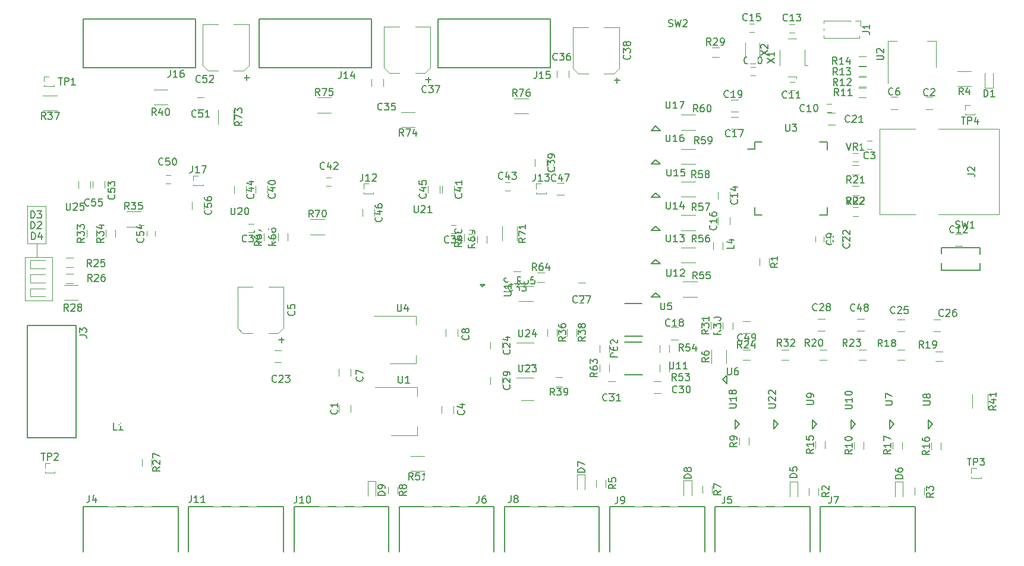
<source format=gto>
G04 #@! TF.FileFunction,Legend,Top*
%FSLAX46Y46*%
G04 Gerber Fmt 4.6, Leading zero omitted, Abs format (unit mm)*
G04 Created by KiCad (PCBNEW 4.0.1-stable) date 2018/02/20 17:04:27*
%MOMM*%
G01*
G04 APERTURE LIST*
%ADD10C,0.150000*%
%ADD11C,0.100000*%
%ADD12C,0.120000*%
%ADD13R,0.900000X1.700000*%
%ADD14C,0.400000*%
%ADD15R,1.600000X3.500000*%
%ADD16R,3.800000X2.500000*%
%ADD17R,7.900000X2.300000*%
%ADD18C,1.900000*%
%ADD19R,1.900000X1.900000*%
%ADD20R,1.000000X1.250000*%
%ADD21R,0.800000X0.750000*%
%ADD22R,1.250000X1.000000*%
%ADD23R,0.750000X0.800000*%
%ADD24R,0.850000X0.850000*%
%ADD25R,1.060000X0.650000*%
%ADD26R,0.800000X0.600000*%
%ADD27R,0.600000X0.800000*%
%ADD28O,0.850000X0.850000*%
%ADD29R,0.900000X0.500000*%
%ADD30R,1.700000X0.900000*%
%ADD31R,0.500000X0.900000*%
%ADD32R,2.500000X1.000000*%
%ADD33R,3.000000X1.500000*%
%ADD34R,1.000000X0.250000*%
%ADD35R,0.250000X1.000000*%
%ADD36R,2.000000X0.530000*%
%ADD37R,1.200000X0.500000*%
%ADD38R,1.200000X1.500000*%
%ADD39R,1.600000X1.000000*%
%ADD40R,1.800000X3.900000*%
%ADD41R,1.300000X4.500000*%
%ADD42R,0.800000X1.200000*%
%ADD43R,1.200000X0.800000*%
%ADD44C,1.520000*%
%ADD45C,2.700000*%
%ADD46R,0.450000X1.650000*%
%ADD47R,4.320000X3.000000*%
%ADD48C,3.200000*%
%ADD49R,2.000000X3.200000*%
%ADD50R,2.000000X1.000000*%
%ADD51R,3.200000X2.000000*%
%ADD52R,1.000000X2.000000*%
G04 APERTURE END LIST*
D10*
D11*
X134100000Y-122250000D02*
X134050000Y-122250000D01*
X134100000Y-120300000D02*
X134100000Y-122250000D01*
X132350000Y-128450000D02*
X132650000Y-128450000D01*
X132350000Y-122250000D02*
X132350000Y-128450000D01*
X136300000Y-122250000D02*
X132350000Y-122250000D01*
X136300000Y-128450000D02*
X136300000Y-122250000D01*
X132650000Y-128450000D02*
X136300000Y-128450000D01*
X135350000Y-115000000D02*
X132750000Y-115000000D01*
X135350000Y-120300000D02*
X135350000Y-115000000D01*
X132750000Y-120300000D02*
X135350000Y-120300000D01*
X132750000Y-114900000D02*
X132750000Y-120300000D01*
D12*
X204750000Y-128570000D02*
X202750000Y-128570000D01*
X202750000Y-126430000D02*
X204750000Y-126430000D01*
X168490000Y-133100000D02*
X167070000Y-133100000D01*
X169250000Y-126500000D02*
X167070000Y-126500000D01*
X162650000Y-126500000D02*
X164830000Y-126500000D01*
X163410000Y-133100000D02*
X164830000Y-133100000D01*
X169250000Y-126500000D02*
X169250000Y-132340000D01*
X169250000Y-132340000D02*
X168490000Y-133100000D01*
X163410000Y-133100000D02*
X162650000Y-132340000D01*
X162650000Y-132340000D02*
X162650000Y-126500000D01*
X216290000Y-96100000D02*
X214870000Y-96100000D01*
X217050000Y-89500000D02*
X214870000Y-89500000D01*
X210450000Y-89500000D02*
X212630000Y-89500000D01*
X211210000Y-96100000D02*
X212630000Y-96100000D01*
X217050000Y-89500000D02*
X217050000Y-95340000D01*
X217050000Y-95340000D02*
X216290000Y-96100000D01*
X211210000Y-96100000D02*
X210450000Y-95340000D01*
X210450000Y-95340000D02*
X210450000Y-89500000D01*
D10*
X139700000Y-132050000D02*
X132700000Y-132050000D01*
X132700000Y-132050000D02*
X132700000Y-148050000D01*
X132700000Y-148050000D02*
X139700000Y-148050000D01*
X139700000Y-148050000D02*
X139700000Y-132050000D01*
D12*
X234700000Y-133100000D02*
X235700000Y-133100000D01*
X235700000Y-131400000D02*
X234700000Y-131400000D01*
X153150000Y-111800000D02*
X152450000Y-111800000D01*
X152450000Y-110600000D02*
X153150000Y-110600000D01*
X156900000Y-101200000D02*
X157900000Y-101200000D01*
X157900000Y-99500000D02*
X156900000Y-99500000D01*
X163540000Y-95700000D02*
X162120000Y-95700000D01*
X164300000Y-89100000D02*
X162120000Y-89100000D01*
X157700000Y-89100000D02*
X159880000Y-89100000D01*
X158460000Y-95700000D02*
X159880000Y-95700000D01*
X164300000Y-89100000D02*
X164300000Y-94940000D01*
X164300000Y-94940000D02*
X163540000Y-95700000D01*
X158460000Y-95700000D02*
X157700000Y-94940000D01*
X157700000Y-94940000D02*
X157700000Y-89100000D01*
X143750000Y-112400000D02*
X143750000Y-111400000D01*
X142050000Y-111400000D02*
X142050000Y-112400000D01*
X150950000Y-118550000D02*
X150950000Y-119250000D01*
X149750000Y-119250000D02*
X149750000Y-118550000D01*
X141700000Y-112450000D02*
X141700000Y-111450000D01*
X140000000Y-111450000D02*
X140000000Y-112450000D01*
X157850000Y-115400000D02*
X157850000Y-114400000D01*
X156150000Y-114400000D02*
X156150000Y-115400000D01*
X156355000Y-112035000D02*
X157745000Y-112035000D01*
X156355000Y-112035000D02*
X156355000Y-111910000D01*
X157745000Y-112035000D02*
X157745000Y-111910000D01*
X156355000Y-112035000D02*
X156441724Y-112035000D01*
X157658276Y-112035000D02*
X157745000Y-112035000D01*
X156355000Y-111350000D02*
X156355000Y-110665000D01*
X156355000Y-110665000D02*
X157050000Y-110665000D01*
X135105000Y-97885000D02*
X136495000Y-97885000D01*
X135105000Y-97885000D02*
X135105000Y-97760000D01*
X136495000Y-97885000D02*
X136495000Y-97760000D01*
X135105000Y-97885000D02*
X135191724Y-97885000D01*
X136408276Y-97885000D02*
X136495000Y-97885000D01*
X135105000Y-97200000D02*
X135105000Y-96515000D01*
X135105000Y-96515000D02*
X135800000Y-96515000D01*
X135255000Y-152985000D02*
X136645000Y-152985000D01*
X135255000Y-152985000D02*
X135255000Y-152860000D01*
X136645000Y-152985000D02*
X136645000Y-152860000D01*
X135255000Y-152985000D02*
X135341724Y-152985000D01*
X136558276Y-152985000D02*
X136645000Y-152985000D01*
X135255000Y-152300000D02*
X135255000Y-151615000D01*
X135255000Y-151615000D02*
X135950000Y-151615000D01*
X267205000Y-153735000D02*
X268595000Y-153735000D01*
X267205000Y-153735000D02*
X267205000Y-153610000D01*
X268595000Y-153735000D02*
X268595000Y-153610000D01*
X267205000Y-153735000D02*
X267291724Y-153735000D01*
X268508276Y-153735000D02*
X268595000Y-153735000D01*
X267205000Y-153050000D02*
X267205000Y-152365000D01*
X267205000Y-152365000D02*
X267900000Y-152365000D01*
X266305000Y-101935000D02*
X267695000Y-101935000D01*
X266305000Y-101935000D02*
X266305000Y-101810000D01*
X267695000Y-101935000D02*
X267695000Y-101810000D01*
X266305000Y-101935000D02*
X266391724Y-101935000D01*
X267608276Y-101935000D02*
X267695000Y-101935000D01*
X266305000Y-101250000D02*
X266305000Y-100565000D01*
X266305000Y-100565000D02*
X267000000Y-100565000D01*
X203050000Y-142660000D02*
X204850000Y-142660000D01*
X204850000Y-139440000D02*
X202400000Y-139440000D01*
X203050000Y-137660000D02*
X204850000Y-137660000D01*
X204850000Y-134440000D02*
X202400000Y-134440000D01*
X177100000Y-143350000D02*
X177100000Y-144350000D01*
X178800000Y-144350000D02*
X178800000Y-143350000D01*
X261700000Y-99450000D02*
X260700000Y-99450000D01*
X260700000Y-101150000D02*
X261700000Y-101150000D01*
X252350000Y-105700000D02*
X253050000Y-105700000D01*
X253050000Y-106900000D02*
X252350000Y-106900000D01*
X193400000Y-144550000D02*
X193400000Y-143550000D01*
X191700000Y-143550000D02*
X191700000Y-144550000D01*
X255700000Y-101150000D02*
X256700000Y-101150000D01*
X256700000Y-99450000D02*
X255700000Y-99450000D01*
X178750000Y-139200000D02*
X178750000Y-138200000D01*
X177050000Y-138200000D02*
X177050000Y-139200000D01*
X194050000Y-133550000D02*
X194050000Y-132550000D01*
X192350000Y-132550000D02*
X192350000Y-133550000D01*
X245000000Y-120050000D02*
X245000000Y-119350000D01*
X246200000Y-119350000D02*
X246200000Y-120050000D01*
X247300000Y-101600000D02*
X246600000Y-101600000D01*
X246600000Y-100400000D02*
X247300000Y-100400000D01*
X241350000Y-97300000D02*
X242050000Y-97300000D01*
X242050000Y-98500000D02*
X241350000Y-98500000D01*
X265900000Y-119000000D02*
X264900000Y-119000000D01*
X264900000Y-120700000D02*
X265900000Y-120700000D01*
X242000000Y-90250000D02*
X241300000Y-90250000D01*
X241300000Y-89050000D02*
X242000000Y-89050000D01*
X232800000Y-113950000D02*
X232800000Y-112950000D01*
X231100000Y-112950000D02*
X231100000Y-113950000D01*
X236250000Y-90200000D02*
X235550000Y-90200000D01*
X235550000Y-89000000D02*
X236250000Y-89000000D01*
X231100000Y-116600000D02*
X231100000Y-117600000D01*
X232800000Y-117600000D02*
X232800000Y-116600000D01*
X232950000Y-104000000D02*
X233950000Y-104000000D01*
X233950000Y-102300000D02*
X232950000Y-102300000D01*
X225400000Y-132300000D02*
X224400000Y-132300000D01*
X224400000Y-134000000D02*
X225400000Y-134000000D01*
X232950000Y-101550000D02*
X233950000Y-101550000D01*
X233950000Y-99850000D02*
X232950000Y-99850000D01*
X236450000Y-96350000D02*
X235750000Y-96350000D01*
X235750000Y-95150000D02*
X236450000Y-95150000D01*
X247800000Y-101700000D02*
X246800000Y-101700000D01*
X246800000Y-103400000D02*
X247800000Y-103400000D01*
X248800000Y-120200000D02*
X248800000Y-119200000D01*
X247100000Y-119200000D02*
X247100000Y-120200000D01*
X168900000Y-135550000D02*
X167900000Y-135550000D01*
X167900000Y-137250000D02*
X168900000Y-137250000D01*
X200400000Y-135350000D02*
X200400000Y-134350000D01*
X198700000Y-134350000D02*
X198700000Y-135350000D01*
X257650000Y-131150000D02*
X256650000Y-131150000D01*
X256650000Y-132850000D02*
X257650000Y-132850000D01*
X261800000Y-132850000D02*
X262800000Y-132850000D01*
X262800000Y-131150000D02*
X261800000Y-131150000D01*
X211200000Y-127650000D02*
X212200000Y-127650000D01*
X212200000Y-125950000D02*
X211200000Y-125950000D01*
X245350000Y-132800000D02*
X246350000Y-132800000D01*
X246350000Y-131100000D02*
X245350000Y-131100000D01*
X200400000Y-140350000D02*
X200400000Y-139350000D01*
X198700000Y-139350000D02*
X198700000Y-140350000D01*
X222950000Y-139950000D02*
X221950000Y-139950000D01*
X221950000Y-141650000D02*
X222950000Y-141650000D01*
X215450000Y-141650000D02*
X216450000Y-141650000D01*
X216450000Y-139950000D02*
X215450000Y-139950000D01*
X164250000Y-117550000D02*
X164950000Y-117550000D01*
X164950000Y-118750000D02*
X164250000Y-118750000D01*
X202000000Y-126000000D02*
X203000000Y-126000000D01*
X203000000Y-124300000D02*
X202000000Y-124300000D01*
X193050000Y-117700000D02*
X193750000Y-117700000D01*
X193750000Y-118900000D02*
X193050000Y-118900000D01*
X183450000Y-97900000D02*
X183450000Y-96900000D01*
X181750000Y-96900000D02*
X181750000Y-97900000D01*
X209850000Y-96650000D02*
X209850000Y-95650000D01*
X208150000Y-95650000D02*
X208150000Y-96650000D01*
X189390000Y-96000000D02*
X187970000Y-96000000D01*
X190150000Y-89400000D02*
X187970000Y-89400000D01*
X183550000Y-89400000D02*
X185730000Y-89400000D01*
X184310000Y-96000000D02*
X185730000Y-96000000D01*
X190150000Y-89400000D02*
X190150000Y-95240000D01*
X190150000Y-95240000D02*
X189390000Y-96000000D01*
X184310000Y-96000000D02*
X183550000Y-95240000D01*
X183550000Y-95240000D02*
X183550000Y-89400000D01*
X206750000Y-109300000D02*
X206750000Y-108300000D01*
X205050000Y-108300000D02*
X205050000Y-109300000D01*
X166950000Y-113100000D02*
X166950000Y-112100000D01*
X165250000Y-112100000D02*
X165250000Y-113100000D01*
X193550000Y-113100000D02*
X193550000Y-112100000D01*
X191850000Y-112100000D02*
X191850000Y-113100000D01*
X176000000Y-112150000D02*
X175300000Y-112150000D01*
X175300000Y-110950000D02*
X176000000Y-110950000D01*
X201450000Y-112800000D02*
X200750000Y-112800000D01*
X200750000Y-111600000D02*
X201450000Y-111600000D01*
X163900000Y-113150000D02*
X163900000Y-112150000D01*
X162200000Y-112150000D02*
X162200000Y-113150000D01*
X189750000Y-112100000D02*
X189750000Y-113100000D01*
X191450000Y-113100000D02*
X191450000Y-112100000D01*
X182150000Y-116450000D02*
X182150000Y-115450000D01*
X180450000Y-115450000D02*
X180450000Y-116450000D01*
X209150000Y-111650000D02*
X208150000Y-111650000D01*
X208150000Y-113350000D02*
X209150000Y-113350000D01*
X250950000Y-132750000D02*
X251950000Y-132750000D01*
X251950000Y-131050000D02*
X250950000Y-131050000D01*
X269130000Y-98100000D02*
X270270000Y-98100000D01*
X270270000Y-98100000D02*
X270270000Y-96000000D01*
X269130000Y-98100000D02*
X269130000Y-96000000D01*
X133150000Y-124730000D02*
X133150000Y-125870000D01*
X133150000Y-125870000D02*
X135250000Y-125870000D01*
X133150000Y-124730000D02*
X135250000Y-124730000D01*
X133150000Y-122730000D02*
X133150000Y-123870000D01*
X133150000Y-123870000D02*
X135250000Y-123870000D01*
X133150000Y-122730000D02*
X135250000Y-122730000D01*
X133150000Y-126730000D02*
X133150000Y-127870000D01*
X133150000Y-127870000D02*
X135250000Y-127870000D01*
X133150000Y-126730000D02*
X135250000Y-126730000D01*
X242470000Y-154300000D02*
X241330000Y-154300000D01*
X241330000Y-154300000D02*
X241330000Y-156400000D01*
X242470000Y-154300000D02*
X242470000Y-156400000D01*
X257470000Y-154300000D02*
X256330000Y-154300000D01*
X256330000Y-154300000D02*
X256330000Y-156400000D01*
X257470000Y-154300000D02*
X257470000Y-156400000D01*
X212170000Y-153300000D02*
X211030000Y-153300000D01*
X211030000Y-153300000D02*
X211030000Y-155400000D01*
X212170000Y-153300000D02*
X212170000Y-155400000D01*
X227370000Y-154100000D02*
X226230000Y-154100000D01*
X226230000Y-154100000D02*
X226230000Y-156200000D01*
X227370000Y-154100000D02*
X227370000Y-156200000D01*
X182370000Y-154200000D02*
X181230000Y-154200000D01*
X181230000Y-154200000D02*
X181230000Y-156300000D01*
X182370000Y-154200000D02*
X182370000Y-156300000D01*
X246140000Y-88590000D02*
X246140000Y-88905507D01*
X246140000Y-90694493D02*
X246140000Y-91010000D01*
X246140000Y-89694493D02*
X246140000Y-89905507D01*
X250015000Y-88590000D02*
X246140000Y-88590000D01*
X251260000Y-91010000D02*
X246140000Y-91010000D01*
X250015000Y-88590000D02*
X250015000Y-88691724D01*
X251260000Y-90694493D02*
X251260000Y-91010000D01*
X250700000Y-88590000D02*
X251385000Y-88590000D01*
X251385000Y-88590000D02*
X251385000Y-89300000D01*
X180605000Y-113185000D02*
X181995000Y-113185000D01*
X180605000Y-113185000D02*
X180605000Y-113060000D01*
X181995000Y-113185000D02*
X181995000Y-113060000D01*
X180605000Y-113185000D02*
X180691724Y-113185000D01*
X181908276Y-113185000D02*
X181995000Y-113185000D01*
X180605000Y-112500000D02*
X180605000Y-111815000D01*
X180605000Y-111815000D02*
X181300000Y-111815000D01*
X205205000Y-113185000D02*
X206595000Y-113185000D01*
X205205000Y-113185000D02*
X205205000Y-113060000D01*
X206595000Y-113185000D02*
X206595000Y-113060000D01*
X205205000Y-113185000D02*
X205291724Y-113185000D01*
X206508276Y-113185000D02*
X206595000Y-113185000D01*
X205205000Y-112500000D02*
X205205000Y-111815000D01*
X205205000Y-111815000D02*
X205900000Y-111815000D01*
X231780000Y-120150000D02*
X231780000Y-121150000D01*
X230420000Y-121150000D02*
X230420000Y-120150000D01*
X237020000Y-123450000D02*
X237020000Y-122450000D01*
X238380000Y-122450000D02*
X238380000Y-123450000D01*
X245380000Y-155200000D02*
X245380000Y-156200000D01*
X244020000Y-156200000D02*
X244020000Y-155200000D01*
X260480000Y-155100000D02*
X260480000Y-156100000D01*
X259120000Y-156100000D02*
X259120000Y-155100000D01*
X265200000Y-95730000D02*
X267200000Y-95730000D01*
X267200000Y-97870000D02*
X265200000Y-97870000D01*
X215080000Y-154000000D02*
X215080000Y-155000000D01*
X213720000Y-155000000D02*
X213720000Y-154000000D01*
X232270000Y-135450000D02*
X232270000Y-137450000D01*
X230130000Y-137450000D02*
X230130000Y-135450000D01*
X228920000Y-155900000D02*
X228920000Y-154900000D01*
X230280000Y-154900000D02*
X230280000Y-155900000D01*
X184120000Y-156000000D02*
X184120000Y-155000000D01*
X185480000Y-155000000D02*
X185480000Y-156000000D01*
X251200000Y-98120000D02*
X252200000Y-98120000D01*
X252200000Y-99480000D02*
X251200000Y-99480000D01*
X251200000Y-96620000D02*
X252200000Y-96620000D01*
X252200000Y-97980000D02*
X251200000Y-97980000D01*
X251200000Y-95120000D02*
X252200000Y-95120000D01*
X252200000Y-96480000D02*
X251200000Y-96480000D01*
X251200000Y-93620000D02*
X252200000Y-93620000D01*
X252200000Y-94980000D02*
X251200000Y-94980000D01*
X257650000Y-136880000D02*
X256650000Y-136880000D01*
X256650000Y-135520000D02*
X257650000Y-135520000D01*
X263100000Y-137080000D02*
X262100000Y-137080000D01*
X262100000Y-135720000D02*
X263100000Y-135720000D01*
X246600000Y-136880000D02*
X245600000Y-136880000D01*
X245600000Y-135520000D02*
X246600000Y-135520000D01*
X250200000Y-109120000D02*
X251200000Y-109120000D01*
X251200000Y-110480000D02*
X250200000Y-110480000D01*
X250200000Y-112120000D02*
X251200000Y-112120000D01*
X251200000Y-113480000D02*
X250200000Y-113480000D01*
X252150000Y-136880000D02*
X251150000Y-136880000D01*
X251150000Y-135520000D02*
X252150000Y-135520000D01*
X235650000Y-136880000D02*
X234650000Y-136880000D01*
X234650000Y-135520000D02*
X235650000Y-135520000D01*
X139200000Y-125980000D02*
X138200000Y-125980000D01*
X138200000Y-124620000D02*
X139200000Y-124620000D01*
X138200000Y-122370000D02*
X139200000Y-122370000D01*
X139200000Y-123730000D02*
X138200000Y-123730000D01*
X149020000Y-152050000D02*
X149020000Y-151050000D01*
X150380000Y-151050000D02*
X150380000Y-152050000D01*
X139950000Y-128370000D02*
X137950000Y-128370000D01*
X137950000Y-126230000D02*
X139950000Y-126230000D01*
X231250000Y-93730000D02*
X230250000Y-93730000D01*
X230250000Y-92370000D02*
X231250000Y-92370000D01*
X233180000Y-131550000D02*
X233180000Y-132550000D01*
X231820000Y-132550000D02*
X231820000Y-131550000D01*
X231480000Y-131500000D02*
X231480000Y-132500000D01*
X230120000Y-132500000D02*
X230120000Y-131500000D01*
X241200000Y-136880000D02*
X240200000Y-136880000D01*
X240200000Y-135520000D02*
X241200000Y-135520000D01*
X142530000Y-118400000D02*
X142530000Y-119400000D01*
X141170000Y-119400000D02*
X141170000Y-118400000D01*
X145280000Y-118400000D02*
X145280000Y-119400000D01*
X143920000Y-119400000D02*
X143920000Y-118400000D01*
X206820000Y-133500000D02*
X206820000Y-132500000D01*
X208180000Y-132500000D02*
X208180000Y-133500000D01*
X134950000Y-99230000D02*
X136950000Y-99230000D01*
X136950000Y-101370000D02*
X134950000Y-101370000D01*
X209620000Y-133500000D02*
X209620000Y-132500000D01*
X210980000Y-132500000D02*
X210980000Y-133500000D01*
X207950000Y-139370000D02*
X208950000Y-139370000D01*
X208950000Y-140730000D02*
X207950000Y-140730000D01*
X152725000Y-100495000D02*
X150725000Y-100495000D01*
X150725000Y-98355000D02*
X152725000Y-98355000D01*
X267380000Y-143800000D02*
X267380000Y-141800000D01*
X269520000Y-141800000D02*
X269520000Y-143800000D01*
X187300000Y-150630000D02*
X189300000Y-150630000D01*
X189300000Y-152770000D02*
X187300000Y-152770000D01*
X224180000Y-137600000D02*
X224180000Y-138600000D01*
X222820000Y-138600000D02*
X222820000Y-137600000D01*
X222820000Y-135800000D02*
X222820000Y-134800000D01*
X224180000Y-134800000D02*
X224180000Y-135800000D01*
X228100000Y-127920000D02*
X226100000Y-127920000D01*
X226100000Y-125780000D02*
X228100000Y-125780000D01*
X227850000Y-123020000D02*
X225850000Y-123020000D01*
X225850000Y-120880000D02*
X227850000Y-120880000D01*
X227850000Y-118420000D02*
X225850000Y-118420000D01*
X225850000Y-116280000D02*
X227850000Y-116280000D01*
X227850000Y-113670000D02*
X225850000Y-113670000D01*
X225850000Y-111530000D02*
X227850000Y-111530000D01*
X227850000Y-108970000D02*
X225850000Y-108970000D01*
X225850000Y-106830000D02*
X227850000Y-106830000D01*
X227850000Y-104120000D02*
X225850000Y-104120000D01*
X225850000Y-101980000D02*
X227850000Y-101980000D01*
X214220000Y-135800000D02*
X214220000Y-134800000D01*
X215580000Y-134800000D02*
X215580000Y-135800000D01*
X215580000Y-137600000D02*
X215580000Y-138600000D01*
X214220000Y-138600000D02*
X214220000Y-137600000D01*
X206400000Y-125830000D02*
X205400000Y-125830000D01*
X205400000Y-124470000D02*
X206400000Y-124470000D01*
X169780000Y-118900000D02*
X169780000Y-119900000D01*
X168420000Y-119900000D02*
X168420000Y-118900000D01*
X167780000Y-118900000D02*
X167780000Y-119900000D01*
X166420000Y-119900000D02*
X166420000Y-118900000D01*
X196280000Y-119000000D02*
X196280000Y-120000000D01*
X194920000Y-120000000D02*
X194920000Y-119000000D01*
X198180000Y-119200000D02*
X198180000Y-120200000D01*
X196820000Y-120200000D02*
X196820000Y-119200000D01*
X175050000Y-119020000D02*
X173050000Y-119020000D01*
X173050000Y-116880000D02*
X175050000Y-116880000D01*
X200330000Y-119900000D02*
X200330000Y-117900000D01*
X202470000Y-117900000D02*
X202470000Y-119900000D01*
X159930000Y-103300000D02*
X159930000Y-101300000D01*
X162070000Y-101300000D02*
X162070000Y-103300000D01*
X185950000Y-101630000D02*
X187950000Y-101630000D01*
X187950000Y-103770000D02*
X185950000Y-103770000D01*
X176000000Y-101670000D02*
X174000000Y-101670000D01*
X174000000Y-99530000D02*
X176000000Y-99530000D01*
X204100000Y-101795000D02*
X202100000Y-101795000D01*
X202100000Y-99655000D02*
X204100000Y-99655000D01*
D10*
X268400000Y-121850000D02*
X268400000Y-120900000D01*
X268400000Y-120900000D02*
X262900000Y-120900000D01*
X262900000Y-120900000D02*
X262900000Y-121800000D01*
X268400000Y-123100000D02*
X268400000Y-124100000D01*
X268400000Y-124100000D02*
X262900000Y-124100000D01*
X262900000Y-124100000D02*
X262900000Y-123150000D01*
X236325000Y-105875000D02*
X236325000Y-106875000D01*
X246675000Y-105875000D02*
X246675000Y-106950000D01*
X246675000Y-116225000D02*
X246675000Y-115150000D01*
X236325000Y-116225000D02*
X236325000Y-115150000D01*
X236325000Y-105875000D02*
X237400000Y-105875000D01*
X236325000Y-116225000D02*
X237400000Y-116225000D01*
X246675000Y-116225000D02*
X245600000Y-116225000D01*
X246675000Y-105875000D02*
X245600000Y-105875000D01*
X236325000Y-106875000D02*
X235300000Y-106875000D01*
X217790000Y-134390000D02*
X220280000Y-134400000D01*
X217840000Y-139050000D02*
X220330000Y-139060000D01*
X197610000Y-126430000D02*
X197910000Y-126150000D01*
X197910000Y-126150000D02*
X197210000Y-126150000D01*
X197210000Y-126150000D02*
X197550000Y-126480000D01*
D12*
X251050000Y-108650000D02*
X250350000Y-108650000D01*
X250350000Y-107450000D02*
X251050000Y-107450000D01*
X251050000Y-116400000D02*
X250350000Y-116400000D01*
X250350000Y-115200000D02*
X251050000Y-115200000D01*
X242300000Y-96800000D02*
X242300000Y-96500000D01*
X242300000Y-96500000D02*
X241100000Y-96500000D01*
X241100000Y-91100000D02*
X242300000Y-91100000D01*
X239900000Y-94900000D02*
X239900000Y-92700000D01*
X243500000Y-92700000D02*
X243500000Y-94900000D01*
X243500000Y-94900000D02*
X243900000Y-94900000D01*
X237020000Y-93700000D02*
X237020000Y-91700000D01*
X234980000Y-91700000D02*
X234980000Y-93700000D01*
D10*
X154200000Y-164300000D02*
X154200000Y-158800000D01*
X154200000Y-158800000D02*
X154200000Y-157800000D01*
X154200000Y-157800000D02*
X140700000Y-157800000D01*
X140700000Y-157800000D02*
X140700000Y-164300000D01*
X244200000Y-164300000D02*
X244200000Y-158800000D01*
X244200000Y-158800000D02*
X244200000Y-157800000D01*
X244200000Y-157800000D02*
X230700000Y-157800000D01*
X230700000Y-157800000D02*
X230700000Y-164300000D01*
X199200000Y-164300000D02*
X199200000Y-158800000D01*
X199200000Y-158800000D02*
X199200000Y-157800000D01*
X199200000Y-157800000D02*
X185700000Y-157800000D01*
X185700000Y-157800000D02*
X185700000Y-164300000D01*
X259200000Y-164300000D02*
X259200000Y-158800000D01*
X259200000Y-158800000D02*
X259200000Y-157800000D01*
X259200000Y-157800000D02*
X245700000Y-157800000D01*
X245700000Y-157800000D02*
X245700000Y-164300000D01*
X214200000Y-164300000D02*
X214200000Y-158800000D01*
X214200000Y-158800000D02*
X214200000Y-157800000D01*
X214200000Y-157800000D02*
X200700000Y-157800000D01*
X200700000Y-157800000D02*
X200700000Y-164300000D01*
X229200000Y-164300000D02*
X229200000Y-158800000D01*
X229200000Y-158800000D02*
X229200000Y-157800000D01*
X229200000Y-157800000D02*
X215700000Y-157800000D01*
X215700000Y-157800000D02*
X215700000Y-164300000D01*
X184200000Y-164300000D02*
X184200000Y-158800000D01*
X184200000Y-158800000D02*
X184200000Y-157800000D01*
X184200000Y-157800000D02*
X170700000Y-157800000D01*
X170700000Y-157800000D02*
X170700000Y-164300000D01*
X169200000Y-164300000D02*
X169200000Y-158800000D01*
X169200000Y-158800000D02*
X169200000Y-157800000D01*
X169200000Y-157800000D02*
X155700000Y-157800000D01*
X155700000Y-157800000D02*
X155700000Y-164300000D01*
X217790000Y-128890000D02*
X220280000Y-128900000D01*
X217840000Y-133550000D02*
X220330000Y-133560000D01*
X165700000Y-88300000D02*
X165700000Y-95300000D01*
X165700000Y-95300000D02*
X181700000Y-95300000D01*
X181700000Y-95300000D02*
X181700000Y-88300000D01*
X181700000Y-88300000D02*
X165700000Y-88300000D01*
X191200000Y-88300000D02*
X191200000Y-95300000D01*
X191200000Y-95300000D02*
X207200000Y-95300000D01*
X207200000Y-95300000D02*
X207200000Y-88300000D01*
X207200000Y-88300000D02*
X191200000Y-88300000D01*
X140700000Y-88300000D02*
X140700000Y-95300000D01*
X140700000Y-95300000D02*
X156700000Y-95300000D01*
X156700000Y-95300000D02*
X156700000Y-88300000D01*
X156700000Y-88300000D02*
X140700000Y-88300000D01*
X231750000Y-139700000D02*
X232350000Y-139100000D01*
X232350000Y-139100000D02*
X232350000Y-140300000D01*
X232350000Y-140300000D02*
X231750000Y-139700000D01*
X256150000Y-146100000D02*
X255550000Y-146700000D01*
X255550000Y-146700000D02*
X255550000Y-145500000D01*
X255550000Y-145500000D02*
X256150000Y-146100000D01*
X261650000Y-146100000D02*
X261050000Y-146700000D01*
X261050000Y-146700000D02*
X261050000Y-145500000D01*
X261050000Y-145500000D02*
X261650000Y-146100000D01*
X245150000Y-146100000D02*
X244550000Y-146700000D01*
X244550000Y-146700000D02*
X244550000Y-145500000D01*
X244550000Y-145500000D02*
X245150000Y-146100000D01*
X250650000Y-146100000D02*
X250050000Y-146700000D01*
X250050000Y-146700000D02*
X250050000Y-145500000D01*
X250050000Y-145500000D02*
X250650000Y-146100000D01*
X222250000Y-127350000D02*
X222850000Y-127950000D01*
X222850000Y-127950000D02*
X221650000Y-127950000D01*
X221650000Y-127950000D02*
X222250000Y-127350000D01*
X222250000Y-122600000D02*
X222850000Y-123200000D01*
X222850000Y-123200000D02*
X221650000Y-123200000D01*
X221650000Y-123200000D02*
X222250000Y-122600000D01*
X222250000Y-117850000D02*
X222850000Y-118450000D01*
X222850000Y-118450000D02*
X221650000Y-118450000D01*
X221650000Y-118450000D02*
X222250000Y-117850000D01*
X222250000Y-113100000D02*
X222850000Y-113700000D01*
X222850000Y-113700000D02*
X221650000Y-113700000D01*
X221650000Y-113700000D02*
X222250000Y-113100000D01*
X222250000Y-108350000D02*
X222850000Y-108950000D01*
X222850000Y-108950000D02*
X221650000Y-108950000D01*
X221650000Y-108950000D02*
X222250000Y-108350000D01*
X222250000Y-103600000D02*
X222850000Y-104200000D01*
X222850000Y-104200000D02*
X221650000Y-104200000D01*
X221650000Y-104200000D02*
X222250000Y-103600000D01*
X234150000Y-146100000D02*
X233550000Y-146700000D01*
X233550000Y-146700000D02*
X233550000Y-145500000D01*
X233550000Y-145500000D02*
X234150000Y-146100000D01*
X239650000Y-146100000D02*
X239050000Y-146700000D01*
X239050000Y-146700000D02*
X239050000Y-145500000D01*
X239050000Y-145500000D02*
X239650000Y-146100000D01*
D12*
X262550000Y-116170000D02*
X271190000Y-116170000D01*
X254170000Y-116170000D02*
X259250000Y-116170000D01*
X262550000Y-103970000D02*
X271190000Y-103970000D01*
X254170000Y-103970000D02*
X259250000Y-103970000D01*
X271190000Y-103970000D02*
X271190000Y-116170000D01*
X254170000Y-116170000D02*
X254170000Y-103970000D01*
X148850000Y-117920000D02*
X146850000Y-117920000D01*
X146850000Y-115780000D02*
X148850000Y-115780000D01*
X235480000Y-148050000D02*
X235480000Y-149050000D01*
X234120000Y-149050000D02*
X234120000Y-148050000D01*
X251880000Y-148600000D02*
X251880000Y-149600000D01*
X250520000Y-149600000D02*
X250520000Y-148600000D01*
X246380000Y-148500000D02*
X246380000Y-149500000D01*
X245020000Y-149500000D02*
X245020000Y-148500000D01*
X262880000Y-148700000D02*
X262880000Y-149700000D01*
X261520000Y-149700000D02*
X261520000Y-148700000D01*
X257380000Y-148600000D02*
X257380000Y-149600000D01*
X256020000Y-149600000D02*
X256020000Y-148600000D01*
X188260000Y-147660000D02*
X188260000Y-146400000D01*
X188260000Y-140840000D02*
X188260000Y-142100000D01*
X184500000Y-147660000D02*
X188260000Y-147660000D01*
X182250000Y-140840000D02*
X188260000Y-140840000D01*
X262160000Y-91440000D02*
X260900000Y-91440000D01*
X255340000Y-91440000D02*
X256600000Y-91440000D01*
X262160000Y-95200000D02*
X262160000Y-91440000D01*
X255340000Y-97450000D02*
X255340000Y-91440000D01*
X188110000Y-137460000D02*
X188110000Y-136200000D01*
X188110000Y-130640000D02*
X188110000Y-131900000D01*
X184350000Y-137460000D02*
X188110000Y-137460000D01*
X182100000Y-130640000D02*
X188110000Y-130640000D01*
D10*
X203107143Y-126102381D02*
X202773809Y-125626190D01*
X202535714Y-126102381D02*
X202535714Y-125102381D01*
X202916667Y-125102381D01*
X203011905Y-125150000D01*
X203059524Y-125197619D01*
X203107143Y-125292857D01*
X203107143Y-125435714D01*
X203059524Y-125530952D01*
X203011905Y-125578571D01*
X202916667Y-125626190D01*
X202535714Y-125626190D01*
X203964286Y-125102381D02*
X203773809Y-125102381D01*
X203678571Y-125150000D01*
X203630952Y-125197619D01*
X203535714Y-125340476D01*
X203488095Y-125530952D01*
X203488095Y-125911905D01*
X203535714Y-126007143D01*
X203583333Y-126054762D01*
X203678571Y-126102381D01*
X203869048Y-126102381D01*
X203964286Y-126054762D01*
X204011905Y-126007143D01*
X204059524Y-125911905D01*
X204059524Y-125673810D01*
X204011905Y-125578571D01*
X203964286Y-125530952D01*
X203869048Y-125483333D01*
X203678571Y-125483333D01*
X203583333Y-125530952D01*
X203535714Y-125578571D01*
X203488095Y-125673810D01*
X204964286Y-125102381D02*
X204488095Y-125102381D01*
X204440476Y-125578571D01*
X204488095Y-125530952D01*
X204583333Y-125483333D01*
X204821429Y-125483333D01*
X204916667Y-125530952D01*
X204964286Y-125578571D01*
X205011905Y-125673810D01*
X205011905Y-125911905D01*
X204964286Y-126007143D01*
X204916667Y-126054762D01*
X204821429Y-126102381D01*
X204583333Y-126102381D01*
X204488095Y-126054762D01*
X204440476Y-126007143D01*
X170737143Y-129966666D02*
X170784762Y-130014285D01*
X170832381Y-130157142D01*
X170832381Y-130252380D01*
X170784762Y-130395238D01*
X170689524Y-130490476D01*
X170594286Y-130538095D01*
X170403810Y-130585714D01*
X170260952Y-130585714D01*
X170070476Y-130538095D01*
X169975238Y-130490476D01*
X169880000Y-130395238D01*
X169832381Y-130252380D01*
X169832381Y-130157142D01*
X169880000Y-130014285D01*
X169927619Y-129966666D01*
X169832381Y-129061904D02*
X169832381Y-129538095D01*
X170308571Y-129585714D01*
X170260952Y-129538095D01*
X170213333Y-129442857D01*
X170213333Y-129204761D01*
X170260952Y-129109523D01*
X170308571Y-129061904D01*
X170403810Y-129014285D01*
X170641905Y-129014285D01*
X170737143Y-129061904D01*
X170784762Y-129109523D01*
X170832381Y-129204761D01*
X170832381Y-129442857D01*
X170784762Y-129538095D01*
X170737143Y-129585714D01*
X168931429Y-134460952D02*
X168931429Y-133699047D01*
X169312381Y-134079999D02*
X168550476Y-134079999D01*
X145483334Y-146902381D02*
X145007143Y-146902381D01*
X145007143Y-145902381D01*
X146340477Y-146902381D02*
X145769048Y-146902381D01*
X146054762Y-146902381D02*
X146054762Y-145902381D01*
X145959524Y-146045238D01*
X145864286Y-146140476D01*
X145769048Y-146188095D01*
X218537143Y-93442857D02*
X218584762Y-93490476D01*
X218632381Y-93633333D01*
X218632381Y-93728571D01*
X218584762Y-93871429D01*
X218489524Y-93966667D01*
X218394286Y-94014286D01*
X218203810Y-94061905D01*
X218060952Y-94061905D01*
X217870476Y-94014286D01*
X217775238Y-93966667D01*
X217680000Y-93871429D01*
X217632381Y-93728571D01*
X217632381Y-93633333D01*
X217680000Y-93490476D01*
X217727619Y-93442857D01*
X217632381Y-93109524D02*
X217632381Y-92490476D01*
X218013333Y-92823810D01*
X218013333Y-92680952D01*
X218060952Y-92585714D01*
X218108571Y-92538095D01*
X218203810Y-92490476D01*
X218441905Y-92490476D01*
X218537143Y-92538095D01*
X218584762Y-92585714D01*
X218632381Y-92680952D01*
X218632381Y-92966667D01*
X218584762Y-93061905D01*
X218537143Y-93109524D01*
X218060952Y-91919048D02*
X218013333Y-92014286D01*
X217965714Y-92061905D01*
X217870476Y-92109524D01*
X217822857Y-92109524D01*
X217727619Y-92061905D01*
X217680000Y-92014286D01*
X217632381Y-91919048D01*
X217632381Y-91728571D01*
X217680000Y-91633333D01*
X217727619Y-91585714D01*
X217822857Y-91538095D01*
X217870476Y-91538095D01*
X217965714Y-91585714D01*
X218013333Y-91633333D01*
X218060952Y-91728571D01*
X218060952Y-91919048D01*
X218108571Y-92014286D01*
X218156190Y-92061905D01*
X218251429Y-92109524D01*
X218441905Y-92109524D01*
X218537143Y-92061905D01*
X218584762Y-92014286D01*
X218632381Y-91919048D01*
X218632381Y-91728571D01*
X218584762Y-91633333D01*
X218537143Y-91585714D01*
X218441905Y-91538095D01*
X218251429Y-91538095D01*
X218156190Y-91585714D01*
X218108571Y-91633333D01*
X218060952Y-91728571D01*
X216731429Y-97460952D02*
X216731429Y-96699047D01*
X217112381Y-97079999D02*
X216350476Y-97079999D01*
X140152381Y-133383333D02*
X140866667Y-133383333D01*
X141009524Y-133430953D01*
X141104762Y-133526191D01*
X141152381Y-133669048D01*
X141152381Y-133764286D01*
X140152381Y-133002381D02*
X140152381Y-132383333D01*
X140533333Y-132716667D01*
X140533333Y-132573809D01*
X140580952Y-132478571D01*
X140628571Y-132430952D01*
X140723810Y-132383333D01*
X140961905Y-132383333D01*
X141057143Y-132430952D01*
X141104762Y-132478571D01*
X141152381Y-132573809D01*
X141152381Y-132859524D01*
X141104762Y-132954762D01*
X141057143Y-133002381D01*
X234557143Y-134107143D02*
X234509524Y-134154762D01*
X234366667Y-134202381D01*
X234271429Y-134202381D01*
X234128571Y-134154762D01*
X234033333Y-134059524D01*
X233985714Y-133964286D01*
X233938095Y-133773810D01*
X233938095Y-133630952D01*
X233985714Y-133440476D01*
X234033333Y-133345238D01*
X234128571Y-133250000D01*
X234271429Y-133202381D01*
X234366667Y-133202381D01*
X234509524Y-133250000D01*
X234557143Y-133297619D01*
X235414286Y-133535714D02*
X235414286Y-134202381D01*
X235176190Y-133154762D02*
X234938095Y-133869048D01*
X235557143Y-133869048D01*
X235985714Y-134202381D02*
X236176190Y-134202381D01*
X236271429Y-134154762D01*
X236319048Y-134107143D01*
X236414286Y-133964286D01*
X236461905Y-133773810D01*
X236461905Y-133392857D01*
X236414286Y-133297619D01*
X236366667Y-133250000D01*
X236271429Y-133202381D01*
X236080952Y-133202381D01*
X235985714Y-133250000D01*
X235938095Y-133297619D01*
X235890476Y-133392857D01*
X235890476Y-133630952D01*
X235938095Y-133726190D01*
X235985714Y-133773810D01*
X236080952Y-133821429D01*
X236271429Y-133821429D01*
X236366667Y-133773810D01*
X236414286Y-133726190D01*
X236461905Y-133630952D01*
X152057143Y-109057143D02*
X152009524Y-109104762D01*
X151866667Y-109152381D01*
X151771429Y-109152381D01*
X151628571Y-109104762D01*
X151533333Y-109009524D01*
X151485714Y-108914286D01*
X151438095Y-108723810D01*
X151438095Y-108580952D01*
X151485714Y-108390476D01*
X151533333Y-108295238D01*
X151628571Y-108200000D01*
X151771429Y-108152381D01*
X151866667Y-108152381D01*
X152009524Y-108200000D01*
X152057143Y-108247619D01*
X152961905Y-108152381D02*
X152485714Y-108152381D01*
X152438095Y-108628571D01*
X152485714Y-108580952D01*
X152580952Y-108533333D01*
X152819048Y-108533333D01*
X152914286Y-108580952D01*
X152961905Y-108628571D01*
X153009524Y-108723810D01*
X153009524Y-108961905D01*
X152961905Y-109057143D01*
X152914286Y-109104762D01*
X152819048Y-109152381D01*
X152580952Y-109152381D01*
X152485714Y-109104762D01*
X152438095Y-109057143D01*
X153628571Y-108152381D02*
X153723810Y-108152381D01*
X153819048Y-108200000D01*
X153866667Y-108247619D01*
X153914286Y-108342857D01*
X153961905Y-108533333D01*
X153961905Y-108771429D01*
X153914286Y-108961905D01*
X153866667Y-109057143D01*
X153819048Y-109104762D01*
X153723810Y-109152381D01*
X153628571Y-109152381D01*
X153533333Y-109104762D01*
X153485714Y-109057143D01*
X153438095Y-108961905D01*
X153390476Y-108771429D01*
X153390476Y-108533333D01*
X153438095Y-108342857D01*
X153485714Y-108247619D01*
X153533333Y-108200000D01*
X153628571Y-108152381D01*
X156757143Y-102207143D02*
X156709524Y-102254762D01*
X156566667Y-102302381D01*
X156471429Y-102302381D01*
X156328571Y-102254762D01*
X156233333Y-102159524D01*
X156185714Y-102064286D01*
X156138095Y-101873810D01*
X156138095Y-101730952D01*
X156185714Y-101540476D01*
X156233333Y-101445238D01*
X156328571Y-101350000D01*
X156471429Y-101302381D01*
X156566667Y-101302381D01*
X156709524Y-101350000D01*
X156757143Y-101397619D01*
X157661905Y-101302381D02*
X157185714Y-101302381D01*
X157138095Y-101778571D01*
X157185714Y-101730952D01*
X157280952Y-101683333D01*
X157519048Y-101683333D01*
X157614286Y-101730952D01*
X157661905Y-101778571D01*
X157709524Y-101873810D01*
X157709524Y-102111905D01*
X157661905Y-102207143D01*
X157614286Y-102254762D01*
X157519048Y-102302381D01*
X157280952Y-102302381D01*
X157185714Y-102254762D01*
X157138095Y-102207143D01*
X158661905Y-102302381D02*
X158090476Y-102302381D01*
X158376190Y-102302381D02*
X158376190Y-101302381D01*
X158280952Y-101445238D01*
X158185714Y-101540476D01*
X158090476Y-101588095D01*
X157357143Y-97257143D02*
X157309524Y-97304762D01*
X157166667Y-97352381D01*
X157071429Y-97352381D01*
X156928571Y-97304762D01*
X156833333Y-97209524D01*
X156785714Y-97114286D01*
X156738095Y-96923810D01*
X156738095Y-96780952D01*
X156785714Y-96590476D01*
X156833333Y-96495238D01*
X156928571Y-96400000D01*
X157071429Y-96352381D01*
X157166667Y-96352381D01*
X157309524Y-96400000D01*
X157357143Y-96447619D01*
X158261905Y-96352381D02*
X157785714Y-96352381D01*
X157738095Y-96828571D01*
X157785714Y-96780952D01*
X157880952Y-96733333D01*
X158119048Y-96733333D01*
X158214286Y-96780952D01*
X158261905Y-96828571D01*
X158309524Y-96923810D01*
X158309524Y-97161905D01*
X158261905Y-97257143D01*
X158214286Y-97304762D01*
X158119048Y-97352381D01*
X157880952Y-97352381D01*
X157785714Y-97304762D01*
X157738095Y-97257143D01*
X158690476Y-96447619D02*
X158738095Y-96400000D01*
X158833333Y-96352381D01*
X159071429Y-96352381D01*
X159166667Y-96400000D01*
X159214286Y-96447619D01*
X159261905Y-96542857D01*
X159261905Y-96638095D01*
X159214286Y-96780952D01*
X158642857Y-97352381D01*
X159261905Y-97352381D01*
X163981429Y-97060952D02*
X163981429Y-96299047D01*
X164362381Y-96679999D02*
X163600476Y-96679999D01*
X145107143Y-113392857D02*
X145154762Y-113440476D01*
X145202381Y-113583333D01*
X145202381Y-113678571D01*
X145154762Y-113821429D01*
X145059524Y-113916667D01*
X144964286Y-113964286D01*
X144773810Y-114011905D01*
X144630952Y-114011905D01*
X144440476Y-113964286D01*
X144345238Y-113916667D01*
X144250000Y-113821429D01*
X144202381Y-113678571D01*
X144202381Y-113583333D01*
X144250000Y-113440476D01*
X144297619Y-113392857D01*
X144202381Y-112488095D02*
X144202381Y-112964286D01*
X144678571Y-113011905D01*
X144630952Y-112964286D01*
X144583333Y-112869048D01*
X144583333Y-112630952D01*
X144630952Y-112535714D01*
X144678571Y-112488095D01*
X144773810Y-112440476D01*
X145011905Y-112440476D01*
X145107143Y-112488095D01*
X145154762Y-112535714D01*
X145202381Y-112630952D01*
X145202381Y-112869048D01*
X145154762Y-112964286D01*
X145107143Y-113011905D01*
X144202381Y-112107143D02*
X144202381Y-111488095D01*
X144583333Y-111821429D01*
X144583333Y-111678571D01*
X144630952Y-111583333D01*
X144678571Y-111535714D01*
X144773810Y-111488095D01*
X145011905Y-111488095D01*
X145107143Y-111535714D01*
X145154762Y-111583333D01*
X145202381Y-111678571D01*
X145202381Y-111964286D01*
X145154762Y-112059524D01*
X145107143Y-112107143D01*
X149207143Y-119542857D02*
X149254762Y-119590476D01*
X149302381Y-119733333D01*
X149302381Y-119828571D01*
X149254762Y-119971429D01*
X149159524Y-120066667D01*
X149064286Y-120114286D01*
X148873810Y-120161905D01*
X148730952Y-120161905D01*
X148540476Y-120114286D01*
X148445238Y-120066667D01*
X148350000Y-119971429D01*
X148302381Y-119828571D01*
X148302381Y-119733333D01*
X148350000Y-119590476D01*
X148397619Y-119542857D01*
X148302381Y-118638095D02*
X148302381Y-119114286D01*
X148778571Y-119161905D01*
X148730952Y-119114286D01*
X148683333Y-119019048D01*
X148683333Y-118780952D01*
X148730952Y-118685714D01*
X148778571Y-118638095D01*
X148873810Y-118590476D01*
X149111905Y-118590476D01*
X149207143Y-118638095D01*
X149254762Y-118685714D01*
X149302381Y-118780952D01*
X149302381Y-119019048D01*
X149254762Y-119114286D01*
X149207143Y-119161905D01*
X148635714Y-117733333D02*
X149302381Y-117733333D01*
X148254762Y-117971429D02*
X148969048Y-118209524D01*
X148969048Y-117590476D01*
X141507143Y-114857143D02*
X141459524Y-114904762D01*
X141316667Y-114952381D01*
X141221429Y-114952381D01*
X141078571Y-114904762D01*
X140983333Y-114809524D01*
X140935714Y-114714286D01*
X140888095Y-114523810D01*
X140888095Y-114380952D01*
X140935714Y-114190476D01*
X140983333Y-114095238D01*
X141078571Y-114000000D01*
X141221429Y-113952381D01*
X141316667Y-113952381D01*
X141459524Y-114000000D01*
X141507143Y-114047619D01*
X142411905Y-113952381D02*
X141935714Y-113952381D01*
X141888095Y-114428571D01*
X141935714Y-114380952D01*
X142030952Y-114333333D01*
X142269048Y-114333333D01*
X142364286Y-114380952D01*
X142411905Y-114428571D01*
X142459524Y-114523810D01*
X142459524Y-114761905D01*
X142411905Y-114857143D01*
X142364286Y-114904762D01*
X142269048Y-114952381D01*
X142030952Y-114952381D01*
X141935714Y-114904762D01*
X141888095Y-114857143D01*
X143364286Y-113952381D02*
X142888095Y-113952381D01*
X142840476Y-114428571D01*
X142888095Y-114380952D01*
X142983333Y-114333333D01*
X143221429Y-114333333D01*
X143316667Y-114380952D01*
X143364286Y-114428571D01*
X143411905Y-114523810D01*
X143411905Y-114761905D01*
X143364286Y-114857143D01*
X143316667Y-114904762D01*
X143221429Y-114952381D01*
X142983333Y-114952381D01*
X142888095Y-114904762D01*
X142840476Y-114857143D01*
X158857143Y-115542857D02*
X158904762Y-115590476D01*
X158952381Y-115733333D01*
X158952381Y-115828571D01*
X158904762Y-115971429D01*
X158809524Y-116066667D01*
X158714286Y-116114286D01*
X158523810Y-116161905D01*
X158380952Y-116161905D01*
X158190476Y-116114286D01*
X158095238Y-116066667D01*
X158000000Y-115971429D01*
X157952381Y-115828571D01*
X157952381Y-115733333D01*
X158000000Y-115590476D01*
X158047619Y-115542857D01*
X157952381Y-114638095D02*
X157952381Y-115114286D01*
X158428571Y-115161905D01*
X158380952Y-115114286D01*
X158333333Y-115019048D01*
X158333333Y-114780952D01*
X158380952Y-114685714D01*
X158428571Y-114638095D01*
X158523810Y-114590476D01*
X158761905Y-114590476D01*
X158857143Y-114638095D01*
X158904762Y-114685714D01*
X158952381Y-114780952D01*
X158952381Y-115019048D01*
X158904762Y-115114286D01*
X158857143Y-115161905D01*
X157952381Y-113733333D02*
X157952381Y-113923810D01*
X158000000Y-114019048D01*
X158047619Y-114066667D01*
X158190476Y-114161905D01*
X158380952Y-114209524D01*
X158761905Y-114209524D01*
X158857143Y-114161905D01*
X158904762Y-114114286D01*
X158952381Y-114019048D01*
X158952381Y-113828571D01*
X158904762Y-113733333D01*
X158857143Y-113685714D01*
X158761905Y-113638095D01*
X158523810Y-113638095D01*
X158428571Y-113685714D01*
X158380952Y-113733333D01*
X158333333Y-113828571D01*
X158333333Y-114019048D01*
X158380952Y-114114286D01*
X158428571Y-114161905D01*
X158523810Y-114209524D01*
X156240477Y-109242381D02*
X156240477Y-109956667D01*
X156192857Y-110099524D01*
X156097619Y-110194762D01*
X155954762Y-110242381D01*
X155859524Y-110242381D01*
X157240477Y-110242381D02*
X156669048Y-110242381D01*
X156954762Y-110242381D02*
X156954762Y-109242381D01*
X156859524Y-109385238D01*
X156764286Y-109480476D01*
X156669048Y-109528095D01*
X157573810Y-109242381D02*
X158240477Y-109242381D01*
X157811905Y-110242381D01*
X137138095Y-96702381D02*
X137709524Y-96702381D01*
X137423809Y-97702381D02*
X137423809Y-96702381D01*
X138042857Y-97702381D02*
X138042857Y-96702381D01*
X138423810Y-96702381D01*
X138519048Y-96750000D01*
X138566667Y-96797619D01*
X138614286Y-96892857D01*
X138614286Y-97035714D01*
X138566667Y-97130952D01*
X138519048Y-97178571D01*
X138423810Y-97226190D01*
X138042857Y-97226190D01*
X139566667Y-97702381D02*
X138995238Y-97702381D01*
X139280952Y-97702381D02*
X139280952Y-96702381D01*
X139185714Y-96845238D01*
X139090476Y-96940476D01*
X138995238Y-96988095D01*
X134688095Y-150192381D02*
X135259524Y-150192381D01*
X134973809Y-151192381D02*
X134973809Y-150192381D01*
X135592857Y-151192381D02*
X135592857Y-150192381D01*
X135973810Y-150192381D01*
X136069048Y-150240000D01*
X136116667Y-150287619D01*
X136164286Y-150382857D01*
X136164286Y-150525714D01*
X136116667Y-150620952D01*
X136069048Y-150668571D01*
X135973810Y-150716190D01*
X135592857Y-150716190D01*
X136545238Y-150287619D02*
X136592857Y-150240000D01*
X136688095Y-150192381D01*
X136926191Y-150192381D01*
X137021429Y-150240000D01*
X137069048Y-150287619D01*
X137116667Y-150382857D01*
X137116667Y-150478095D01*
X137069048Y-150620952D01*
X136497619Y-151192381D01*
X137116667Y-151192381D01*
X266638095Y-150942381D02*
X267209524Y-150942381D01*
X266923809Y-151942381D02*
X266923809Y-150942381D01*
X267542857Y-151942381D02*
X267542857Y-150942381D01*
X267923810Y-150942381D01*
X268019048Y-150990000D01*
X268066667Y-151037619D01*
X268114286Y-151132857D01*
X268114286Y-151275714D01*
X268066667Y-151370952D01*
X268019048Y-151418571D01*
X267923810Y-151466190D01*
X267542857Y-151466190D01*
X268447619Y-150942381D02*
X269066667Y-150942381D01*
X268733333Y-151323333D01*
X268876191Y-151323333D01*
X268971429Y-151370952D01*
X269019048Y-151418571D01*
X269066667Y-151513810D01*
X269066667Y-151751905D01*
X269019048Y-151847143D01*
X268971429Y-151894762D01*
X268876191Y-151942381D01*
X268590476Y-151942381D01*
X268495238Y-151894762D01*
X268447619Y-151847143D01*
X265788095Y-102302381D02*
X266359524Y-102302381D01*
X266073809Y-103302381D02*
X266073809Y-102302381D01*
X266692857Y-103302381D02*
X266692857Y-102302381D01*
X267073810Y-102302381D01*
X267169048Y-102350000D01*
X267216667Y-102397619D01*
X267264286Y-102492857D01*
X267264286Y-102635714D01*
X267216667Y-102730952D01*
X267169048Y-102778571D01*
X267073810Y-102826190D01*
X266692857Y-102826190D01*
X268121429Y-102635714D02*
X268121429Y-103302381D01*
X267883333Y-102254762D02*
X267645238Y-102969048D01*
X268264286Y-102969048D01*
X202711905Y-137602381D02*
X202711905Y-138411905D01*
X202759524Y-138507143D01*
X202807143Y-138554762D01*
X202902381Y-138602381D01*
X203092858Y-138602381D01*
X203188096Y-138554762D01*
X203235715Y-138507143D01*
X203283334Y-138411905D01*
X203283334Y-137602381D01*
X203711905Y-137697619D02*
X203759524Y-137650000D01*
X203854762Y-137602381D01*
X204092858Y-137602381D01*
X204188096Y-137650000D01*
X204235715Y-137697619D01*
X204283334Y-137792857D01*
X204283334Y-137888095D01*
X204235715Y-138030952D01*
X203664286Y-138602381D01*
X204283334Y-138602381D01*
X204616667Y-137602381D02*
X205235715Y-137602381D01*
X204902381Y-137983333D01*
X205045239Y-137983333D01*
X205140477Y-138030952D01*
X205188096Y-138078571D01*
X205235715Y-138173810D01*
X205235715Y-138411905D01*
X205188096Y-138507143D01*
X205140477Y-138554762D01*
X205045239Y-138602381D01*
X204759524Y-138602381D01*
X204664286Y-138554762D01*
X204616667Y-138507143D01*
X202711905Y-132602381D02*
X202711905Y-133411905D01*
X202759524Y-133507143D01*
X202807143Y-133554762D01*
X202902381Y-133602381D01*
X203092858Y-133602381D01*
X203188096Y-133554762D01*
X203235715Y-133507143D01*
X203283334Y-133411905D01*
X203283334Y-132602381D01*
X203711905Y-132697619D02*
X203759524Y-132650000D01*
X203854762Y-132602381D01*
X204092858Y-132602381D01*
X204188096Y-132650000D01*
X204235715Y-132697619D01*
X204283334Y-132792857D01*
X204283334Y-132888095D01*
X204235715Y-133030952D01*
X203664286Y-133602381D01*
X204283334Y-133602381D01*
X205140477Y-132935714D02*
X205140477Y-133602381D01*
X204902381Y-132554762D02*
X204664286Y-133269048D01*
X205283334Y-133269048D01*
X176807143Y-144016666D02*
X176854762Y-144064285D01*
X176902381Y-144207142D01*
X176902381Y-144302380D01*
X176854762Y-144445238D01*
X176759524Y-144540476D01*
X176664286Y-144588095D01*
X176473810Y-144635714D01*
X176330952Y-144635714D01*
X176140476Y-144588095D01*
X176045238Y-144540476D01*
X175950000Y-144445238D01*
X175902381Y-144302380D01*
X175902381Y-144207142D01*
X175950000Y-144064285D01*
X175997619Y-144016666D01*
X176902381Y-143064285D02*
X176902381Y-143635714D01*
X176902381Y-143350000D02*
X175902381Y-143350000D01*
X176045238Y-143445238D01*
X176140476Y-143540476D01*
X176188095Y-143635714D01*
X261033334Y-99157143D02*
X260985715Y-99204762D01*
X260842858Y-99252381D01*
X260747620Y-99252381D01*
X260604762Y-99204762D01*
X260509524Y-99109524D01*
X260461905Y-99014286D01*
X260414286Y-98823810D01*
X260414286Y-98680952D01*
X260461905Y-98490476D01*
X260509524Y-98395238D01*
X260604762Y-98300000D01*
X260747620Y-98252381D01*
X260842858Y-98252381D01*
X260985715Y-98300000D01*
X261033334Y-98347619D01*
X261414286Y-98347619D02*
X261461905Y-98300000D01*
X261557143Y-98252381D01*
X261795239Y-98252381D01*
X261890477Y-98300000D01*
X261938096Y-98347619D01*
X261985715Y-98442857D01*
X261985715Y-98538095D01*
X261938096Y-98680952D01*
X261366667Y-99252381D01*
X261985715Y-99252381D01*
X252533334Y-108157143D02*
X252485715Y-108204762D01*
X252342858Y-108252381D01*
X252247620Y-108252381D01*
X252104762Y-108204762D01*
X252009524Y-108109524D01*
X251961905Y-108014286D01*
X251914286Y-107823810D01*
X251914286Y-107680952D01*
X251961905Y-107490476D01*
X252009524Y-107395238D01*
X252104762Y-107300000D01*
X252247620Y-107252381D01*
X252342858Y-107252381D01*
X252485715Y-107300000D01*
X252533334Y-107347619D01*
X252866667Y-107252381D02*
X253485715Y-107252381D01*
X253152381Y-107633333D01*
X253295239Y-107633333D01*
X253390477Y-107680952D01*
X253438096Y-107728571D01*
X253485715Y-107823810D01*
X253485715Y-108061905D01*
X253438096Y-108157143D01*
X253390477Y-108204762D01*
X253295239Y-108252381D01*
X253009524Y-108252381D01*
X252914286Y-108204762D01*
X252866667Y-108157143D01*
X194907143Y-144116666D02*
X194954762Y-144164285D01*
X195002381Y-144307142D01*
X195002381Y-144402380D01*
X194954762Y-144545238D01*
X194859524Y-144640476D01*
X194764286Y-144688095D01*
X194573810Y-144735714D01*
X194430952Y-144735714D01*
X194240476Y-144688095D01*
X194145238Y-144640476D01*
X194050000Y-144545238D01*
X194002381Y-144402380D01*
X194002381Y-144307142D01*
X194050000Y-144164285D01*
X194097619Y-144116666D01*
X194335714Y-143259523D02*
X195002381Y-143259523D01*
X193954762Y-143497619D02*
X194669048Y-143735714D01*
X194669048Y-143116666D01*
X256033334Y-99057143D02*
X255985715Y-99104762D01*
X255842858Y-99152381D01*
X255747620Y-99152381D01*
X255604762Y-99104762D01*
X255509524Y-99009524D01*
X255461905Y-98914286D01*
X255414286Y-98723810D01*
X255414286Y-98580952D01*
X255461905Y-98390476D01*
X255509524Y-98295238D01*
X255604762Y-98200000D01*
X255747620Y-98152381D01*
X255842858Y-98152381D01*
X255985715Y-98200000D01*
X256033334Y-98247619D01*
X256890477Y-98152381D02*
X256700000Y-98152381D01*
X256604762Y-98200000D01*
X256557143Y-98247619D01*
X256461905Y-98390476D01*
X256414286Y-98580952D01*
X256414286Y-98961905D01*
X256461905Y-99057143D01*
X256509524Y-99104762D01*
X256604762Y-99152381D01*
X256795239Y-99152381D01*
X256890477Y-99104762D01*
X256938096Y-99057143D01*
X256985715Y-98961905D01*
X256985715Y-98723810D01*
X256938096Y-98628571D01*
X256890477Y-98580952D01*
X256795239Y-98533333D01*
X256604762Y-98533333D01*
X256509524Y-98580952D01*
X256461905Y-98628571D01*
X256414286Y-98723810D01*
X180457143Y-139316666D02*
X180504762Y-139364285D01*
X180552381Y-139507142D01*
X180552381Y-139602380D01*
X180504762Y-139745238D01*
X180409524Y-139840476D01*
X180314286Y-139888095D01*
X180123810Y-139935714D01*
X179980952Y-139935714D01*
X179790476Y-139888095D01*
X179695238Y-139840476D01*
X179600000Y-139745238D01*
X179552381Y-139602380D01*
X179552381Y-139507142D01*
X179600000Y-139364285D01*
X179647619Y-139316666D01*
X179552381Y-138983333D02*
X179552381Y-138316666D01*
X180552381Y-138745238D01*
X195557143Y-133416666D02*
X195604762Y-133464285D01*
X195652381Y-133607142D01*
X195652381Y-133702380D01*
X195604762Y-133845238D01*
X195509524Y-133940476D01*
X195414286Y-133988095D01*
X195223810Y-134035714D01*
X195080952Y-134035714D01*
X194890476Y-133988095D01*
X194795238Y-133940476D01*
X194700000Y-133845238D01*
X194652381Y-133702380D01*
X194652381Y-133607142D01*
X194700000Y-133464285D01*
X194747619Y-133416666D01*
X195080952Y-132845238D02*
X195033333Y-132940476D01*
X194985714Y-132988095D01*
X194890476Y-133035714D01*
X194842857Y-133035714D01*
X194747619Y-132988095D01*
X194700000Y-132940476D01*
X194652381Y-132845238D01*
X194652381Y-132654761D01*
X194700000Y-132559523D01*
X194747619Y-132511904D01*
X194842857Y-132464285D01*
X194890476Y-132464285D01*
X194985714Y-132511904D01*
X195033333Y-132559523D01*
X195080952Y-132654761D01*
X195080952Y-132845238D01*
X195128571Y-132940476D01*
X195176190Y-132988095D01*
X195271429Y-133035714D01*
X195461905Y-133035714D01*
X195557143Y-132988095D01*
X195604762Y-132940476D01*
X195652381Y-132845238D01*
X195652381Y-132654761D01*
X195604762Y-132559523D01*
X195557143Y-132511904D01*
X195461905Y-132464285D01*
X195271429Y-132464285D01*
X195176190Y-132511904D01*
X195128571Y-132559523D01*
X195080952Y-132654761D01*
X247457143Y-119866666D02*
X247504762Y-119914285D01*
X247552381Y-120057142D01*
X247552381Y-120152380D01*
X247504762Y-120295238D01*
X247409524Y-120390476D01*
X247314286Y-120438095D01*
X247123810Y-120485714D01*
X246980952Y-120485714D01*
X246790476Y-120438095D01*
X246695238Y-120390476D01*
X246600000Y-120295238D01*
X246552381Y-120152380D01*
X246552381Y-120057142D01*
X246600000Y-119914285D01*
X246647619Y-119866666D01*
X247552381Y-119390476D02*
X247552381Y-119200000D01*
X247504762Y-119104761D01*
X247457143Y-119057142D01*
X247314286Y-118961904D01*
X247123810Y-118914285D01*
X246742857Y-118914285D01*
X246647619Y-118961904D01*
X246600000Y-119009523D01*
X246552381Y-119104761D01*
X246552381Y-119295238D01*
X246600000Y-119390476D01*
X246647619Y-119438095D01*
X246742857Y-119485714D01*
X246980952Y-119485714D01*
X247076190Y-119438095D01*
X247123810Y-119390476D01*
X247171429Y-119295238D01*
X247171429Y-119104761D01*
X247123810Y-119009523D01*
X247076190Y-118961904D01*
X246980952Y-118914285D01*
X243407143Y-101407143D02*
X243359524Y-101454762D01*
X243216667Y-101502381D01*
X243121429Y-101502381D01*
X242978571Y-101454762D01*
X242883333Y-101359524D01*
X242835714Y-101264286D01*
X242788095Y-101073810D01*
X242788095Y-100930952D01*
X242835714Y-100740476D01*
X242883333Y-100645238D01*
X242978571Y-100550000D01*
X243121429Y-100502381D01*
X243216667Y-100502381D01*
X243359524Y-100550000D01*
X243407143Y-100597619D01*
X244359524Y-101502381D02*
X243788095Y-101502381D01*
X244073809Y-101502381D02*
X244073809Y-100502381D01*
X243978571Y-100645238D01*
X243883333Y-100740476D01*
X243788095Y-100788095D01*
X244978571Y-100502381D02*
X245073810Y-100502381D01*
X245169048Y-100550000D01*
X245216667Y-100597619D01*
X245264286Y-100692857D01*
X245311905Y-100883333D01*
X245311905Y-101121429D01*
X245264286Y-101311905D01*
X245216667Y-101407143D01*
X245169048Y-101454762D01*
X245073810Y-101502381D01*
X244978571Y-101502381D01*
X244883333Y-101454762D01*
X244835714Y-101407143D01*
X244788095Y-101311905D01*
X244740476Y-101121429D01*
X244740476Y-100883333D01*
X244788095Y-100692857D01*
X244835714Y-100597619D01*
X244883333Y-100550000D01*
X244978571Y-100502381D01*
X240907143Y-99507143D02*
X240859524Y-99554762D01*
X240716667Y-99602381D01*
X240621429Y-99602381D01*
X240478571Y-99554762D01*
X240383333Y-99459524D01*
X240335714Y-99364286D01*
X240288095Y-99173810D01*
X240288095Y-99030952D01*
X240335714Y-98840476D01*
X240383333Y-98745238D01*
X240478571Y-98650000D01*
X240621429Y-98602381D01*
X240716667Y-98602381D01*
X240859524Y-98650000D01*
X240907143Y-98697619D01*
X241859524Y-99602381D02*
X241288095Y-99602381D01*
X241573809Y-99602381D02*
X241573809Y-98602381D01*
X241478571Y-98745238D01*
X241383333Y-98840476D01*
X241288095Y-98888095D01*
X242811905Y-99602381D02*
X242240476Y-99602381D01*
X242526190Y-99602381D02*
X242526190Y-98602381D01*
X242430952Y-98745238D01*
X242335714Y-98840476D01*
X242240476Y-98888095D01*
X264757143Y-118707143D02*
X264709524Y-118754762D01*
X264566667Y-118802381D01*
X264471429Y-118802381D01*
X264328571Y-118754762D01*
X264233333Y-118659524D01*
X264185714Y-118564286D01*
X264138095Y-118373810D01*
X264138095Y-118230952D01*
X264185714Y-118040476D01*
X264233333Y-117945238D01*
X264328571Y-117850000D01*
X264471429Y-117802381D01*
X264566667Y-117802381D01*
X264709524Y-117850000D01*
X264757143Y-117897619D01*
X265709524Y-118802381D02*
X265138095Y-118802381D01*
X265423809Y-118802381D02*
X265423809Y-117802381D01*
X265328571Y-117945238D01*
X265233333Y-118040476D01*
X265138095Y-118088095D01*
X266090476Y-117897619D02*
X266138095Y-117850000D01*
X266233333Y-117802381D01*
X266471429Y-117802381D01*
X266566667Y-117850000D01*
X266614286Y-117897619D01*
X266661905Y-117992857D01*
X266661905Y-118088095D01*
X266614286Y-118230952D01*
X266042857Y-118802381D01*
X266661905Y-118802381D01*
X241007143Y-88507143D02*
X240959524Y-88554762D01*
X240816667Y-88602381D01*
X240721429Y-88602381D01*
X240578571Y-88554762D01*
X240483333Y-88459524D01*
X240435714Y-88364286D01*
X240388095Y-88173810D01*
X240388095Y-88030952D01*
X240435714Y-87840476D01*
X240483333Y-87745238D01*
X240578571Y-87650000D01*
X240721429Y-87602381D01*
X240816667Y-87602381D01*
X240959524Y-87650000D01*
X241007143Y-87697619D01*
X241959524Y-88602381D02*
X241388095Y-88602381D01*
X241673809Y-88602381D02*
X241673809Y-87602381D01*
X241578571Y-87745238D01*
X241483333Y-87840476D01*
X241388095Y-87888095D01*
X242292857Y-87602381D02*
X242911905Y-87602381D01*
X242578571Y-87983333D01*
X242721429Y-87983333D01*
X242816667Y-88030952D01*
X242864286Y-88078571D01*
X242911905Y-88173810D01*
X242911905Y-88411905D01*
X242864286Y-88507143D01*
X242816667Y-88554762D01*
X242721429Y-88602381D01*
X242435714Y-88602381D01*
X242340476Y-88554762D01*
X242292857Y-88507143D01*
X233807143Y-114092857D02*
X233854762Y-114140476D01*
X233902381Y-114283333D01*
X233902381Y-114378571D01*
X233854762Y-114521429D01*
X233759524Y-114616667D01*
X233664286Y-114664286D01*
X233473810Y-114711905D01*
X233330952Y-114711905D01*
X233140476Y-114664286D01*
X233045238Y-114616667D01*
X232950000Y-114521429D01*
X232902381Y-114378571D01*
X232902381Y-114283333D01*
X232950000Y-114140476D01*
X232997619Y-114092857D01*
X233902381Y-113140476D02*
X233902381Y-113711905D01*
X233902381Y-113426191D02*
X232902381Y-113426191D01*
X233045238Y-113521429D01*
X233140476Y-113616667D01*
X233188095Y-113711905D01*
X233235714Y-112283333D02*
X233902381Y-112283333D01*
X232854762Y-112521429D02*
X233569048Y-112759524D01*
X233569048Y-112140476D01*
X235257143Y-88457143D02*
X235209524Y-88504762D01*
X235066667Y-88552381D01*
X234971429Y-88552381D01*
X234828571Y-88504762D01*
X234733333Y-88409524D01*
X234685714Y-88314286D01*
X234638095Y-88123810D01*
X234638095Y-87980952D01*
X234685714Y-87790476D01*
X234733333Y-87695238D01*
X234828571Y-87600000D01*
X234971429Y-87552381D01*
X235066667Y-87552381D01*
X235209524Y-87600000D01*
X235257143Y-87647619D01*
X236209524Y-88552381D02*
X235638095Y-88552381D01*
X235923809Y-88552381D02*
X235923809Y-87552381D01*
X235828571Y-87695238D01*
X235733333Y-87790476D01*
X235638095Y-87838095D01*
X237114286Y-87552381D02*
X236638095Y-87552381D01*
X236590476Y-88028571D01*
X236638095Y-87980952D01*
X236733333Y-87933333D01*
X236971429Y-87933333D01*
X237066667Y-87980952D01*
X237114286Y-88028571D01*
X237161905Y-88123810D01*
X237161905Y-88361905D01*
X237114286Y-88457143D01*
X237066667Y-88504762D01*
X236971429Y-88552381D01*
X236733333Y-88552381D01*
X236638095Y-88504762D01*
X236590476Y-88457143D01*
X230807143Y-117742857D02*
X230854762Y-117790476D01*
X230902381Y-117933333D01*
X230902381Y-118028571D01*
X230854762Y-118171429D01*
X230759524Y-118266667D01*
X230664286Y-118314286D01*
X230473810Y-118361905D01*
X230330952Y-118361905D01*
X230140476Y-118314286D01*
X230045238Y-118266667D01*
X229950000Y-118171429D01*
X229902381Y-118028571D01*
X229902381Y-117933333D01*
X229950000Y-117790476D01*
X229997619Y-117742857D01*
X230902381Y-116790476D02*
X230902381Y-117361905D01*
X230902381Y-117076191D02*
X229902381Y-117076191D01*
X230045238Y-117171429D01*
X230140476Y-117266667D01*
X230188095Y-117361905D01*
X229902381Y-115933333D02*
X229902381Y-116123810D01*
X229950000Y-116219048D01*
X229997619Y-116266667D01*
X230140476Y-116361905D01*
X230330952Y-116409524D01*
X230711905Y-116409524D01*
X230807143Y-116361905D01*
X230854762Y-116314286D01*
X230902381Y-116219048D01*
X230902381Y-116028571D01*
X230854762Y-115933333D01*
X230807143Y-115885714D01*
X230711905Y-115838095D01*
X230473810Y-115838095D01*
X230378571Y-115885714D01*
X230330952Y-115933333D01*
X230283333Y-116028571D01*
X230283333Y-116219048D01*
X230330952Y-116314286D01*
X230378571Y-116361905D01*
X230473810Y-116409524D01*
X232807143Y-105007143D02*
X232759524Y-105054762D01*
X232616667Y-105102381D01*
X232521429Y-105102381D01*
X232378571Y-105054762D01*
X232283333Y-104959524D01*
X232235714Y-104864286D01*
X232188095Y-104673810D01*
X232188095Y-104530952D01*
X232235714Y-104340476D01*
X232283333Y-104245238D01*
X232378571Y-104150000D01*
X232521429Y-104102381D01*
X232616667Y-104102381D01*
X232759524Y-104150000D01*
X232807143Y-104197619D01*
X233759524Y-105102381D02*
X233188095Y-105102381D01*
X233473809Y-105102381D02*
X233473809Y-104102381D01*
X233378571Y-104245238D01*
X233283333Y-104340476D01*
X233188095Y-104388095D01*
X234092857Y-104102381D02*
X234759524Y-104102381D01*
X234330952Y-105102381D01*
X224257143Y-132007143D02*
X224209524Y-132054762D01*
X224066667Y-132102381D01*
X223971429Y-132102381D01*
X223828571Y-132054762D01*
X223733333Y-131959524D01*
X223685714Y-131864286D01*
X223638095Y-131673810D01*
X223638095Y-131530952D01*
X223685714Y-131340476D01*
X223733333Y-131245238D01*
X223828571Y-131150000D01*
X223971429Y-131102381D01*
X224066667Y-131102381D01*
X224209524Y-131150000D01*
X224257143Y-131197619D01*
X225209524Y-132102381D02*
X224638095Y-132102381D01*
X224923809Y-132102381D02*
X224923809Y-131102381D01*
X224828571Y-131245238D01*
X224733333Y-131340476D01*
X224638095Y-131388095D01*
X225780952Y-131530952D02*
X225685714Y-131483333D01*
X225638095Y-131435714D01*
X225590476Y-131340476D01*
X225590476Y-131292857D01*
X225638095Y-131197619D01*
X225685714Y-131150000D01*
X225780952Y-131102381D01*
X225971429Y-131102381D01*
X226066667Y-131150000D01*
X226114286Y-131197619D01*
X226161905Y-131292857D01*
X226161905Y-131340476D01*
X226114286Y-131435714D01*
X226066667Y-131483333D01*
X225971429Y-131530952D01*
X225780952Y-131530952D01*
X225685714Y-131578571D01*
X225638095Y-131626190D01*
X225590476Y-131721429D01*
X225590476Y-131911905D01*
X225638095Y-132007143D01*
X225685714Y-132054762D01*
X225780952Y-132102381D01*
X225971429Y-132102381D01*
X226066667Y-132054762D01*
X226114286Y-132007143D01*
X226161905Y-131911905D01*
X226161905Y-131721429D01*
X226114286Y-131626190D01*
X226066667Y-131578571D01*
X225971429Y-131530952D01*
X232607143Y-99407143D02*
X232559524Y-99454762D01*
X232416667Y-99502381D01*
X232321429Y-99502381D01*
X232178571Y-99454762D01*
X232083333Y-99359524D01*
X232035714Y-99264286D01*
X231988095Y-99073810D01*
X231988095Y-98930952D01*
X232035714Y-98740476D01*
X232083333Y-98645238D01*
X232178571Y-98550000D01*
X232321429Y-98502381D01*
X232416667Y-98502381D01*
X232559524Y-98550000D01*
X232607143Y-98597619D01*
X233559524Y-99502381D02*
X232988095Y-99502381D01*
X233273809Y-99502381D02*
X233273809Y-98502381D01*
X233178571Y-98645238D01*
X233083333Y-98740476D01*
X232988095Y-98788095D01*
X234035714Y-99502381D02*
X234226190Y-99502381D01*
X234321429Y-99454762D01*
X234369048Y-99407143D01*
X234464286Y-99264286D01*
X234511905Y-99073810D01*
X234511905Y-98692857D01*
X234464286Y-98597619D01*
X234416667Y-98550000D01*
X234321429Y-98502381D01*
X234130952Y-98502381D01*
X234035714Y-98550000D01*
X233988095Y-98597619D01*
X233940476Y-98692857D01*
X233940476Y-98930952D01*
X233988095Y-99026190D01*
X234035714Y-99073810D01*
X234130952Y-99121429D01*
X234321429Y-99121429D01*
X234416667Y-99073810D01*
X234464286Y-99026190D01*
X234511905Y-98930952D01*
X235457143Y-94607143D02*
X235409524Y-94654762D01*
X235266667Y-94702381D01*
X235171429Y-94702381D01*
X235028571Y-94654762D01*
X234933333Y-94559524D01*
X234885714Y-94464286D01*
X234838095Y-94273810D01*
X234838095Y-94130952D01*
X234885714Y-93940476D01*
X234933333Y-93845238D01*
X235028571Y-93750000D01*
X235171429Y-93702381D01*
X235266667Y-93702381D01*
X235409524Y-93750000D01*
X235457143Y-93797619D01*
X235838095Y-93797619D02*
X235885714Y-93750000D01*
X235980952Y-93702381D01*
X236219048Y-93702381D01*
X236314286Y-93750000D01*
X236361905Y-93797619D01*
X236409524Y-93892857D01*
X236409524Y-93988095D01*
X236361905Y-94130952D01*
X235790476Y-94702381D01*
X236409524Y-94702381D01*
X237028571Y-93702381D02*
X237123810Y-93702381D01*
X237219048Y-93750000D01*
X237266667Y-93797619D01*
X237314286Y-93892857D01*
X237361905Y-94083333D01*
X237361905Y-94321429D01*
X237314286Y-94511905D01*
X237266667Y-94607143D01*
X237219048Y-94654762D01*
X237123810Y-94702381D01*
X237028571Y-94702381D01*
X236933333Y-94654762D01*
X236885714Y-94607143D01*
X236838095Y-94511905D01*
X236790476Y-94321429D01*
X236790476Y-94083333D01*
X236838095Y-93892857D01*
X236885714Y-93797619D01*
X236933333Y-93750000D01*
X237028571Y-93702381D01*
X249857143Y-102957143D02*
X249809524Y-103004762D01*
X249666667Y-103052381D01*
X249571429Y-103052381D01*
X249428571Y-103004762D01*
X249333333Y-102909524D01*
X249285714Y-102814286D01*
X249238095Y-102623810D01*
X249238095Y-102480952D01*
X249285714Y-102290476D01*
X249333333Y-102195238D01*
X249428571Y-102100000D01*
X249571429Y-102052381D01*
X249666667Y-102052381D01*
X249809524Y-102100000D01*
X249857143Y-102147619D01*
X250238095Y-102147619D02*
X250285714Y-102100000D01*
X250380952Y-102052381D01*
X250619048Y-102052381D01*
X250714286Y-102100000D01*
X250761905Y-102147619D01*
X250809524Y-102242857D01*
X250809524Y-102338095D01*
X250761905Y-102480952D01*
X250190476Y-103052381D01*
X250809524Y-103052381D01*
X251761905Y-103052381D02*
X251190476Y-103052381D01*
X251476190Y-103052381D02*
X251476190Y-102052381D01*
X251380952Y-102195238D01*
X251285714Y-102290476D01*
X251190476Y-102338095D01*
X249807143Y-120342857D02*
X249854762Y-120390476D01*
X249902381Y-120533333D01*
X249902381Y-120628571D01*
X249854762Y-120771429D01*
X249759524Y-120866667D01*
X249664286Y-120914286D01*
X249473810Y-120961905D01*
X249330952Y-120961905D01*
X249140476Y-120914286D01*
X249045238Y-120866667D01*
X248950000Y-120771429D01*
X248902381Y-120628571D01*
X248902381Y-120533333D01*
X248950000Y-120390476D01*
X248997619Y-120342857D01*
X248997619Y-119961905D02*
X248950000Y-119914286D01*
X248902381Y-119819048D01*
X248902381Y-119580952D01*
X248950000Y-119485714D01*
X248997619Y-119438095D01*
X249092857Y-119390476D01*
X249188095Y-119390476D01*
X249330952Y-119438095D01*
X249902381Y-120009524D01*
X249902381Y-119390476D01*
X248997619Y-119009524D02*
X248950000Y-118961905D01*
X248902381Y-118866667D01*
X248902381Y-118628571D01*
X248950000Y-118533333D01*
X248997619Y-118485714D01*
X249092857Y-118438095D01*
X249188095Y-118438095D01*
X249330952Y-118485714D01*
X249902381Y-119057143D01*
X249902381Y-118438095D01*
X168207143Y-140007143D02*
X168159524Y-140054762D01*
X168016667Y-140102381D01*
X167921429Y-140102381D01*
X167778571Y-140054762D01*
X167683333Y-139959524D01*
X167635714Y-139864286D01*
X167588095Y-139673810D01*
X167588095Y-139530952D01*
X167635714Y-139340476D01*
X167683333Y-139245238D01*
X167778571Y-139150000D01*
X167921429Y-139102381D01*
X168016667Y-139102381D01*
X168159524Y-139150000D01*
X168207143Y-139197619D01*
X168588095Y-139197619D02*
X168635714Y-139150000D01*
X168730952Y-139102381D01*
X168969048Y-139102381D01*
X169064286Y-139150000D01*
X169111905Y-139197619D01*
X169159524Y-139292857D01*
X169159524Y-139388095D01*
X169111905Y-139530952D01*
X168540476Y-140102381D01*
X169159524Y-140102381D01*
X169492857Y-139102381D02*
X170111905Y-139102381D01*
X169778571Y-139483333D01*
X169921429Y-139483333D01*
X170016667Y-139530952D01*
X170064286Y-139578571D01*
X170111905Y-139673810D01*
X170111905Y-139911905D01*
X170064286Y-140007143D01*
X170016667Y-140054762D01*
X169921429Y-140102381D01*
X169635714Y-140102381D01*
X169540476Y-140054762D01*
X169492857Y-140007143D01*
X201407143Y-135492857D02*
X201454762Y-135540476D01*
X201502381Y-135683333D01*
X201502381Y-135778571D01*
X201454762Y-135921429D01*
X201359524Y-136016667D01*
X201264286Y-136064286D01*
X201073810Y-136111905D01*
X200930952Y-136111905D01*
X200740476Y-136064286D01*
X200645238Y-136016667D01*
X200550000Y-135921429D01*
X200502381Y-135778571D01*
X200502381Y-135683333D01*
X200550000Y-135540476D01*
X200597619Y-135492857D01*
X200597619Y-135111905D02*
X200550000Y-135064286D01*
X200502381Y-134969048D01*
X200502381Y-134730952D01*
X200550000Y-134635714D01*
X200597619Y-134588095D01*
X200692857Y-134540476D01*
X200788095Y-134540476D01*
X200930952Y-134588095D01*
X201502381Y-135159524D01*
X201502381Y-134540476D01*
X200835714Y-133683333D02*
X201502381Y-133683333D01*
X200454762Y-133921429D02*
X201169048Y-134159524D01*
X201169048Y-133540476D01*
X256307143Y-130207143D02*
X256259524Y-130254762D01*
X256116667Y-130302381D01*
X256021429Y-130302381D01*
X255878571Y-130254762D01*
X255783333Y-130159524D01*
X255735714Y-130064286D01*
X255688095Y-129873810D01*
X255688095Y-129730952D01*
X255735714Y-129540476D01*
X255783333Y-129445238D01*
X255878571Y-129350000D01*
X256021429Y-129302381D01*
X256116667Y-129302381D01*
X256259524Y-129350000D01*
X256307143Y-129397619D01*
X256688095Y-129397619D02*
X256735714Y-129350000D01*
X256830952Y-129302381D01*
X257069048Y-129302381D01*
X257164286Y-129350000D01*
X257211905Y-129397619D01*
X257259524Y-129492857D01*
X257259524Y-129588095D01*
X257211905Y-129730952D01*
X256640476Y-130302381D01*
X257259524Y-130302381D01*
X258164286Y-129302381D02*
X257688095Y-129302381D01*
X257640476Y-129778571D01*
X257688095Y-129730952D01*
X257783333Y-129683333D01*
X258021429Y-129683333D01*
X258116667Y-129730952D01*
X258164286Y-129778571D01*
X258211905Y-129873810D01*
X258211905Y-130111905D01*
X258164286Y-130207143D01*
X258116667Y-130254762D01*
X258021429Y-130302381D01*
X257783333Y-130302381D01*
X257688095Y-130254762D01*
X257640476Y-130207143D01*
X263207143Y-130607143D02*
X263159524Y-130654762D01*
X263016667Y-130702381D01*
X262921429Y-130702381D01*
X262778571Y-130654762D01*
X262683333Y-130559524D01*
X262635714Y-130464286D01*
X262588095Y-130273810D01*
X262588095Y-130130952D01*
X262635714Y-129940476D01*
X262683333Y-129845238D01*
X262778571Y-129750000D01*
X262921429Y-129702381D01*
X263016667Y-129702381D01*
X263159524Y-129750000D01*
X263207143Y-129797619D01*
X263588095Y-129797619D02*
X263635714Y-129750000D01*
X263730952Y-129702381D01*
X263969048Y-129702381D01*
X264064286Y-129750000D01*
X264111905Y-129797619D01*
X264159524Y-129892857D01*
X264159524Y-129988095D01*
X264111905Y-130130952D01*
X263540476Y-130702381D01*
X264159524Y-130702381D01*
X265016667Y-129702381D02*
X264826190Y-129702381D01*
X264730952Y-129750000D01*
X264683333Y-129797619D01*
X264588095Y-129940476D01*
X264540476Y-130130952D01*
X264540476Y-130511905D01*
X264588095Y-130607143D01*
X264635714Y-130654762D01*
X264730952Y-130702381D01*
X264921429Y-130702381D01*
X265016667Y-130654762D01*
X265064286Y-130607143D01*
X265111905Y-130511905D01*
X265111905Y-130273810D01*
X265064286Y-130178571D01*
X265016667Y-130130952D01*
X264921429Y-130083333D01*
X264730952Y-130083333D01*
X264635714Y-130130952D01*
X264588095Y-130178571D01*
X264540476Y-130273810D01*
X211057143Y-128657143D02*
X211009524Y-128704762D01*
X210866667Y-128752381D01*
X210771429Y-128752381D01*
X210628571Y-128704762D01*
X210533333Y-128609524D01*
X210485714Y-128514286D01*
X210438095Y-128323810D01*
X210438095Y-128180952D01*
X210485714Y-127990476D01*
X210533333Y-127895238D01*
X210628571Y-127800000D01*
X210771429Y-127752381D01*
X210866667Y-127752381D01*
X211009524Y-127800000D01*
X211057143Y-127847619D01*
X211438095Y-127847619D02*
X211485714Y-127800000D01*
X211580952Y-127752381D01*
X211819048Y-127752381D01*
X211914286Y-127800000D01*
X211961905Y-127847619D01*
X212009524Y-127942857D01*
X212009524Y-128038095D01*
X211961905Y-128180952D01*
X211390476Y-128752381D01*
X212009524Y-128752381D01*
X212342857Y-127752381D02*
X213009524Y-127752381D01*
X212580952Y-128752381D01*
X245207143Y-129807143D02*
X245159524Y-129854762D01*
X245016667Y-129902381D01*
X244921429Y-129902381D01*
X244778571Y-129854762D01*
X244683333Y-129759524D01*
X244635714Y-129664286D01*
X244588095Y-129473810D01*
X244588095Y-129330952D01*
X244635714Y-129140476D01*
X244683333Y-129045238D01*
X244778571Y-128950000D01*
X244921429Y-128902381D01*
X245016667Y-128902381D01*
X245159524Y-128950000D01*
X245207143Y-128997619D01*
X245588095Y-128997619D02*
X245635714Y-128950000D01*
X245730952Y-128902381D01*
X245969048Y-128902381D01*
X246064286Y-128950000D01*
X246111905Y-128997619D01*
X246159524Y-129092857D01*
X246159524Y-129188095D01*
X246111905Y-129330952D01*
X245540476Y-129902381D01*
X246159524Y-129902381D01*
X246730952Y-129330952D02*
X246635714Y-129283333D01*
X246588095Y-129235714D01*
X246540476Y-129140476D01*
X246540476Y-129092857D01*
X246588095Y-128997619D01*
X246635714Y-128950000D01*
X246730952Y-128902381D01*
X246921429Y-128902381D01*
X247016667Y-128950000D01*
X247064286Y-128997619D01*
X247111905Y-129092857D01*
X247111905Y-129140476D01*
X247064286Y-129235714D01*
X247016667Y-129283333D01*
X246921429Y-129330952D01*
X246730952Y-129330952D01*
X246635714Y-129378571D01*
X246588095Y-129426190D01*
X246540476Y-129521429D01*
X246540476Y-129711905D01*
X246588095Y-129807143D01*
X246635714Y-129854762D01*
X246730952Y-129902381D01*
X246921429Y-129902381D01*
X247016667Y-129854762D01*
X247064286Y-129807143D01*
X247111905Y-129711905D01*
X247111905Y-129521429D01*
X247064286Y-129426190D01*
X247016667Y-129378571D01*
X246921429Y-129330952D01*
X201407143Y-140492857D02*
X201454762Y-140540476D01*
X201502381Y-140683333D01*
X201502381Y-140778571D01*
X201454762Y-140921429D01*
X201359524Y-141016667D01*
X201264286Y-141064286D01*
X201073810Y-141111905D01*
X200930952Y-141111905D01*
X200740476Y-141064286D01*
X200645238Y-141016667D01*
X200550000Y-140921429D01*
X200502381Y-140778571D01*
X200502381Y-140683333D01*
X200550000Y-140540476D01*
X200597619Y-140492857D01*
X200597619Y-140111905D02*
X200550000Y-140064286D01*
X200502381Y-139969048D01*
X200502381Y-139730952D01*
X200550000Y-139635714D01*
X200597619Y-139588095D01*
X200692857Y-139540476D01*
X200788095Y-139540476D01*
X200930952Y-139588095D01*
X201502381Y-140159524D01*
X201502381Y-139540476D01*
X201502381Y-139064286D02*
X201502381Y-138873810D01*
X201454762Y-138778571D01*
X201407143Y-138730952D01*
X201264286Y-138635714D01*
X201073810Y-138588095D01*
X200692857Y-138588095D01*
X200597619Y-138635714D01*
X200550000Y-138683333D01*
X200502381Y-138778571D01*
X200502381Y-138969048D01*
X200550000Y-139064286D01*
X200597619Y-139111905D01*
X200692857Y-139159524D01*
X200930952Y-139159524D01*
X201026190Y-139111905D01*
X201073810Y-139064286D01*
X201121429Y-138969048D01*
X201121429Y-138778571D01*
X201073810Y-138683333D01*
X201026190Y-138635714D01*
X200930952Y-138588095D01*
X225257143Y-141507143D02*
X225209524Y-141554762D01*
X225066667Y-141602381D01*
X224971429Y-141602381D01*
X224828571Y-141554762D01*
X224733333Y-141459524D01*
X224685714Y-141364286D01*
X224638095Y-141173810D01*
X224638095Y-141030952D01*
X224685714Y-140840476D01*
X224733333Y-140745238D01*
X224828571Y-140650000D01*
X224971429Y-140602381D01*
X225066667Y-140602381D01*
X225209524Y-140650000D01*
X225257143Y-140697619D01*
X225590476Y-140602381D02*
X226209524Y-140602381D01*
X225876190Y-140983333D01*
X226019048Y-140983333D01*
X226114286Y-141030952D01*
X226161905Y-141078571D01*
X226209524Y-141173810D01*
X226209524Y-141411905D01*
X226161905Y-141507143D01*
X226114286Y-141554762D01*
X226019048Y-141602381D01*
X225733333Y-141602381D01*
X225638095Y-141554762D01*
X225590476Y-141507143D01*
X226828571Y-140602381D02*
X226923810Y-140602381D01*
X227019048Y-140650000D01*
X227066667Y-140697619D01*
X227114286Y-140792857D01*
X227161905Y-140983333D01*
X227161905Y-141221429D01*
X227114286Y-141411905D01*
X227066667Y-141507143D01*
X227019048Y-141554762D01*
X226923810Y-141602381D01*
X226828571Y-141602381D01*
X226733333Y-141554762D01*
X226685714Y-141507143D01*
X226638095Y-141411905D01*
X226590476Y-141221429D01*
X226590476Y-140983333D01*
X226638095Y-140792857D01*
X226685714Y-140697619D01*
X226733333Y-140650000D01*
X226828571Y-140602381D01*
X215307143Y-142657143D02*
X215259524Y-142704762D01*
X215116667Y-142752381D01*
X215021429Y-142752381D01*
X214878571Y-142704762D01*
X214783333Y-142609524D01*
X214735714Y-142514286D01*
X214688095Y-142323810D01*
X214688095Y-142180952D01*
X214735714Y-141990476D01*
X214783333Y-141895238D01*
X214878571Y-141800000D01*
X215021429Y-141752381D01*
X215116667Y-141752381D01*
X215259524Y-141800000D01*
X215307143Y-141847619D01*
X215640476Y-141752381D02*
X216259524Y-141752381D01*
X215926190Y-142133333D01*
X216069048Y-142133333D01*
X216164286Y-142180952D01*
X216211905Y-142228571D01*
X216259524Y-142323810D01*
X216259524Y-142561905D01*
X216211905Y-142657143D01*
X216164286Y-142704762D01*
X216069048Y-142752381D01*
X215783333Y-142752381D01*
X215688095Y-142704762D01*
X215640476Y-142657143D01*
X217211905Y-142752381D02*
X216640476Y-142752381D01*
X216926190Y-142752381D02*
X216926190Y-141752381D01*
X216830952Y-141895238D01*
X216735714Y-141990476D01*
X216640476Y-142038095D01*
X163957143Y-120007143D02*
X163909524Y-120054762D01*
X163766667Y-120102381D01*
X163671429Y-120102381D01*
X163528571Y-120054762D01*
X163433333Y-119959524D01*
X163385714Y-119864286D01*
X163338095Y-119673810D01*
X163338095Y-119530952D01*
X163385714Y-119340476D01*
X163433333Y-119245238D01*
X163528571Y-119150000D01*
X163671429Y-119102381D01*
X163766667Y-119102381D01*
X163909524Y-119150000D01*
X163957143Y-119197619D01*
X164290476Y-119102381D02*
X164909524Y-119102381D01*
X164576190Y-119483333D01*
X164719048Y-119483333D01*
X164814286Y-119530952D01*
X164861905Y-119578571D01*
X164909524Y-119673810D01*
X164909524Y-119911905D01*
X164861905Y-120007143D01*
X164814286Y-120054762D01*
X164719048Y-120102381D01*
X164433333Y-120102381D01*
X164338095Y-120054762D01*
X164290476Y-120007143D01*
X165290476Y-119197619D02*
X165338095Y-119150000D01*
X165433333Y-119102381D01*
X165671429Y-119102381D01*
X165766667Y-119150000D01*
X165814286Y-119197619D01*
X165861905Y-119292857D01*
X165861905Y-119388095D01*
X165814286Y-119530952D01*
X165242857Y-120102381D01*
X165861905Y-120102381D01*
X201857143Y-127007143D02*
X201809524Y-127054762D01*
X201666667Y-127102381D01*
X201571429Y-127102381D01*
X201428571Y-127054762D01*
X201333333Y-126959524D01*
X201285714Y-126864286D01*
X201238095Y-126673810D01*
X201238095Y-126530952D01*
X201285714Y-126340476D01*
X201333333Y-126245238D01*
X201428571Y-126150000D01*
X201571429Y-126102381D01*
X201666667Y-126102381D01*
X201809524Y-126150000D01*
X201857143Y-126197619D01*
X202190476Y-126102381D02*
X202809524Y-126102381D01*
X202476190Y-126483333D01*
X202619048Y-126483333D01*
X202714286Y-126530952D01*
X202761905Y-126578571D01*
X202809524Y-126673810D01*
X202809524Y-126911905D01*
X202761905Y-127007143D01*
X202714286Y-127054762D01*
X202619048Y-127102381D01*
X202333333Y-127102381D01*
X202238095Y-127054762D01*
X202190476Y-127007143D01*
X203142857Y-126102381D02*
X203761905Y-126102381D01*
X203428571Y-126483333D01*
X203571429Y-126483333D01*
X203666667Y-126530952D01*
X203714286Y-126578571D01*
X203761905Y-126673810D01*
X203761905Y-126911905D01*
X203714286Y-127007143D01*
X203666667Y-127054762D01*
X203571429Y-127102381D01*
X203285714Y-127102381D01*
X203190476Y-127054762D01*
X203142857Y-127007143D01*
X192757143Y-120157143D02*
X192709524Y-120204762D01*
X192566667Y-120252381D01*
X192471429Y-120252381D01*
X192328571Y-120204762D01*
X192233333Y-120109524D01*
X192185714Y-120014286D01*
X192138095Y-119823810D01*
X192138095Y-119680952D01*
X192185714Y-119490476D01*
X192233333Y-119395238D01*
X192328571Y-119300000D01*
X192471429Y-119252381D01*
X192566667Y-119252381D01*
X192709524Y-119300000D01*
X192757143Y-119347619D01*
X193090476Y-119252381D02*
X193709524Y-119252381D01*
X193376190Y-119633333D01*
X193519048Y-119633333D01*
X193614286Y-119680952D01*
X193661905Y-119728571D01*
X193709524Y-119823810D01*
X193709524Y-120061905D01*
X193661905Y-120157143D01*
X193614286Y-120204762D01*
X193519048Y-120252381D01*
X193233333Y-120252381D01*
X193138095Y-120204762D01*
X193090476Y-120157143D01*
X194566667Y-119585714D02*
X194566667Y-120252381D01*
X194328571Y-119204762D02*
X194090476Y-119919048D01*
X194709524Y-119919048D01*
X183257143Y-101207143D02*
X183209524Y-101254762D01*
X183066667Y-101302381D01*
X182971429Y-101302381D01*
X182828571Y-101254762D01*
X182733333Y-101159524D01*
X182685714Y-101064286D01*
X182638095Y-100873810D01*
X182638095Y-100730952D01*
X182685714Y-100540476D01*
X182733333Y-100445238D01*
X182828571Y-100350000D01*
X182971429Y-100302381D01*
X183066667Y-100302381D01*
X183209524Y-100350000D01*
X183257143Y-100397619D01*
X183590476Y-100302381D02*
X184209524Y-100302381D01*
X183876190Y-100683333D01*
X184019048Y-100683333D01*
X184114286Y-100730952D01*
X184161905Y-100778571D01*
X184209524Y-100873810D01*
X184209524Y-101111905D01*
X184161905Y-101207143D01*
X184114286Y-101254762D01*
X184019048Y-101302381D01*
X183733333Y-101302381D01*
X183638095Y-101254762D01*
X183590476Y-101207143D01*
X185114286Y-100302381D02*
X184638095Y-100302381D01*
X184590476Y-100778571D01*
X184638095Y-100730952D01*
X184733333Y-100683333D01*
X184971429Y-100683333D01*
X185066667Y-100730952D01*
X185114286Y-100778571D01*
X185161905Y-100873810D01*
X185161905Y-101111905D01*
X185114286Y-101207143D01*
X185066667Y-101254762D01*
X184971429Y-101302381D01*
X184733333Y-101302381D01*
X184638095Y-101254762D01*
X184590476Y-101207143D01*
X208207143Y-94107143D02*
X208159524Y-94154762D01*
X208016667Y-94202381D01*
X207921429Y-94202381D01*
X207778571Y-94154762D01*
X207683333Y-94059524D01*
X207635714Y-93964286D01*
X207588095Y-93773810D01*
X207588095Y-93630952D01*
X207635714Y-93440476D01*
X207683333Y-93345238D01*
X207778571Y-93250000D01*
X207921429Y-93202381D01*
X208016667Y-93202381D01*
X208159524Y-93250000D01*
X208207143Y-93297619D01*
X208540476Y-93202381D02*
X209159524Y-93202381D01*
X208826190Y-93583333D01*
X208969048Y-93583333D01*
X209064286Y-93630952D01*
X209111905Y-93678571D01*
X209159524Y-93773810D01*
X209159524Y-94011905D01*
X209111905Y-94107143D01*
X209064286Y-94154762D01*
X208969048Y-94202381D01*
X208683333Y-94202381D01*
X208588095Y-94154762D01*
X208540476Y-94107143D01*
X210016667Y-93202381D02*
X209826190Y-93202381D01*
X209730952Y-93250000D01*
X209683333Y-93297619D01*
X209588095Y-93440476D01*
X209540476Y-93630952D01*
X209540476Y-94011905D01*
X209588095Y-94107143D01*
X209635714Y-94154762D01*
X209730952Y-94202381D01*
X209921429Y-94202381D01*
X210016667Y-94154762D01*
X210064286Y-94107143D01*
X210111905Y-94011905D01*
X210111905Y-93773810D01*
X210064286Y-93678571D01*
X210016667Y-93630952D01*
X209921429Y-93583333D01*
X209730952Y-93583333D01*
X209635714Y-93630952D01*
X209588095Y-93678571D01*
X209540476Y-93773810D01*
X189557143Y-98707143D02*
X189509524Y-98754762D01*
X189366667Y-98802381D01*
X189271429Y-98802381D01*
X189128571Y-98754762D01*
X189033333Y-98659524D01*
X188985714Y-98564286D01*
X188938095Y-98373810D01*
X188938095Y-98230952D01*
X188985714Y-98040476D01*
X189033333Y-97945238D01*
X189128571Y-97850000D01*
X189271429Y-97802381D01*
X189366667Y-97802381D01*
X189509524Y-97850000D01*
X189557143Y-97897619D01*
X189890476Y-97802381D02*
X190509524Y-97802381D01*
X190176190Y-98183333D01*
X190319048Y-98183333D01*
X190414286Y-98230952D01*
X190461905Y-98278571D01*
X190509524Y-98373810D01*
X190509524Y-98611905D01*
X190461905Y-98707143D01*
X190414286Y-98754762D01*
X190319048Y-98802381D01*
X190033333Y-98802381D01*
X189938095Y-98754762D01*
X189890476Y-98707143D01*
X190842857Y-97802381D02*
X191509524Y-97802381D01*
X191080952Y-98802381D01*
X189831429Y-97360952D02*
X189831429Y-96599047D01*
X190212381Y-96979999D02*
X189450476Y-96979999D01*
X207757143Y-109442857D02*
X207804762Y-109490476D01*
X207852381Y-109633333D01*
X207852381Y-109728571D01*
X207804762Y-109871429D01*
X207709524Y-109966667D01*
X207614286Y-110014286D01*
X207423810Y-110061905D01*
X207280952Y-110061905D01*
X207090476Y-110014286D01*
X206995238Y-109966667D01*
X206900000Y-109871429D01*
X206852381Y-109728571D01*
X206852381Y-109633333D01*
X206900000Y-109490476D01*
X206947619Y-109442857D01*
X206852381Y-109109524D02*
X206852381Y-108490476D01*
X207233333Y-108823810D01*
X207233333Y-108680952D01*
X207280952Y-108585714D01*
X207328571Y-108538095D01*
X207423810Y-108490476D01*
X207661905Y-108490476D01*
X207757143Y-108538095D01*
X207804762Y-108585714D01*
X207852381Y-108680952D01*
X207852381Y-108966667D01*
X207804762Y-109061905D01*
X207757143Y-109109524D01*
X207852381Y-108014286D02*
X207852381Y-107823810D01*
X207804762Y-107728571D01*
X207757143Y-107680952D01*
X207614286Y-107585714D01*
X207423810Y-107538095D01*
X207042857Y-107538095D01*
X206947619Y-107585714D01*
X206900000Y-107633333D01*
X206852381Y-107728571D01*
X206852381Y-107919048D01*
X206900000Y-108014286D01*
X206947619Y-108061905D01*
X207042857Y-108109524D01*
X207280952Y-108109524D01*
X207376190Y-108061905D01*
X207423810Y-108014286D01*
X207471429Y-107919048D01*
X207471429Y-107728571D01*
X207423810Y-107633333D01*
X207376190Y-107585714D01*
X207280952Y-107538095D01*
X167957143Y-113242857D02*
X168004762Y-113290476D01*
X168052381Y-113433333D01*
X168052381Y-113528571D01*
X168004762Y-113671429D01*
X167909524Y-113766667D01*
X167814286Y-113814286D01*
X167623810Y-113861905D01*
X167480952Y-113861905D01*
X167290476Y-113814286D01*
X167195238Y-113766667D01*
X167100000Y-113671429D01*
X167052381Y-113528571D01*
X167052381Y-113433333D01*
X167100000Y-113290476D01*
X167147619Y-113242857D01*
X167385714Y-112385714D02*
X168052381Y-112385714D01*
X167004762Y-112623810D02*
X167719048Y-112861905D01*
X167719048Y-112242857D01*
X167052381Y-111671429D02*
X167052381Y-111576190D01*
X167100000Y-111480952D01*
X167147619Y-111433333D01*
X167242857Y-111385714D01*
X167433333Y-111338095D01*
X167671429Y-111338095D01*
X167861905Y-111385714D01*
X167957143Y-111433333D01*
X168004762Y-111480952D01*
X168052381Y-111576190D01*
X168052381Y-111671429D01*
X168004762Y-111766667D01*
X167957143Y-111814286D01*
X167861905Y-111861905D01*
X167671429Y-111909524D01*
X167433333Y-111909524D01*
X167242857Y-111861905D01*
X167147619Y-111814286D01*
X167100000Y-111766667D01*
X167052381Y-111671429D01*
X194557143Y-113242857D02*
X194604762Y-113290476D01*
X194652381Y-113433333D01*
X194652381Y-113528571D01*
X194604762Y-113671429D01*
X194509524Y-113766667D01*
X194414286Y-113814286D01*
X194223810Y-113861905D01*
X194080952Y-113861905D01*
X193890476Y-113814286D01*
X193795238Y-113766667D01*
X193700000Y-113671429D01*
X193652381Y-113528571D01*
X193652381Y-113433333D01*
X193700000Y-113290476D01*
X193747619Y-113242857D01*
X193985714Y-112385714D02*
X194652381Y-112385714D01*
X193604762Y-112623810D02*
X194319048Y-112861905D01*
X194319048Y-112242857D01*
X194652381Y-111338095D02*
X194652381Y-111909524D01*
X194652381Y-111623810D02*
X193652381Y-111623810D01*
X193795238Y-111719048D01*
X193890476Y-111814286D01*
X193938095Y-111909524D01*
X175057143Y-109657143D02*
X175009524Y-109704762D01*
X174866667Y-109752381D01*
X174771429Y-109752381D01*
X174628571Y-109704762D01*
X174533333Y-109609524D01*
X174485714Y-109514286D01*
X174438095Y-109323810D01*
X174438095Y-109180952D01*
X174485714Y-108990476D01*
X174533333Y-108895238D01*
X174628571Y-108800000D01*
X174771429Y-108752381D01*
X174866667Y-108752381D01*
X175009524Y-108800000D01*
X175057143Y-108847619D01*
X175914286Y-109085714D02*
X175914286Y-109752381D01*
X175676190Y-108704762D02*
X175438095Y-109419048D01*
X176057143Y-109419048D01*
X176390476Y-108847619D02*
X176438095Y-108800000D01*
X176533333Y-108752381D01*
X176771429Y-108752381D01*
X176866667Y-108800000D01*
X176914286Y-108847619D01*
X176961905Y-108942857D01*
X176961905Y-109038095D01*
X176914286Y-109180952D01*
X176342857Y-109752381D01*
X176961905Y-109752381D01*
X200457143Y-111057143D02*
X200409524Y-111104762D01*
X200266667Y-111152381D01*
X200171429Y-111152381D01*
X200028571Y-111104762D01*
X199933333Y-111009524D01*
X199885714Y-110914286D01*
X199838095Y-110723810D01*
X199838095Y-110580952D01*
X199885714Y-110390476D01*
X199933333Y-110295238D01*
X200028571Y-110200000D01*
X200171429Y-110152381D01*
X200266667Y-110152381D01*
X200409524Y-110200000D01*
X200457143Y-110247619D01*
X201314286Y-110485714D02*
X201314286Y-111152381D01*
X201076190Y-110104762D02*
X200838095Y-110819048D01*
X201457143Y-110819048D01*
X201742857Y-110152381D02*
X202361905Y-110152381D01*
X202028571Y-110533333D01*
X202171429Y-110533333D01*
X202266667Y-110580952D01*
X202314286Y-110628571D01*
X202361905Y-110723810D01*
X202361905Y-110961905D01*
X202314286Y-111057143D01*
X202266667Y-111104762D01*
X202171429Y-111152381D01*
X201885714Y-111152381D01*
X201790476Y-111104762D01*
X201742857Y-111057143D01*
X164907143Y-113292857D02*
X164954762Y-113340476D01*
X165002381Y-113483333D01*
X165002381Y-113578571D01*
X164954762Y-113721429D01*
X164859524Y-113816667D01*
X164764286Y-113864286D01*
X164573810Y-113911905D01*
X164430952Y-113911905D01*
X164240476Y-113864286D01*
X164145238Y-113816667D01*
X164050000Y-113721429D01*
X164002381Y-113578571D01*
X164002381Y-113483333D01*
X164050000Y-113340476D01*
X164097619Y-113292857D01*
X164335714Y-112435714D02*
X165002381Y-112435714D01*
X163954762Y-112673810D02*
X164669048Y-112911905D01*
X164669048Y-112292857D01*
X164335714Y-111483333D02*
X165002381Y-111483333D01*
X163954762Y-111721429D02*
X164669048Y-111959524D01*
X164669048Y-111340476D01*
X189457143Y-113242857D02*
X189504762Y-113290476D01*
X189552381Y-113433333D01*
X189552381Y-113528571D01*
X189504762Y-113671429D01*
X189409524Y-113766667D01*
X189314286Y-113814286D01*
X189123810Y-113861905D01*
X188980952Y-113861905D01*
X188790476Y-113814286D01*
X188695238Y-113766667D01*
X188600000Y-113671429D01*
X188552381Y-113528571D01*
X188552381Y-113433333D01*
X188600000Y-113290476D01*
X188647619Y-113242857D01*
X188885714Y-112385714D02*
X189552381Y-112385714D01*
X188504762Y-112623810D02*
X189219048Y-112861905D01*
X189219048Y-112242857D01*
X188552381Y-111385714D02*
X188552381Y-111861905D01*
X189028571Y-111909524D01*
X188980952Y-111861905D01*
X188933333Y-111766667D01*
X188933333Y-111528571D01*
X188980952Y-111433333D01*
X189028571Y-111385714D01*
X189123810Y-111338095D01*
X189361905Y-111338095D01*
X189457143Y-111385714D01*
X189504762Y-111433333D01*
X189552381Y-111528571D01*
X189552381Y-111766667D01*
X189504762Y-111861905D01*
X189457143Y-111909524D01*
X183157143Y-116592857D02*
X183204762Y-116640476D01*
X183252381Y-116783333D01*
X183252381Y-116878571D01*
X183204762Y-117021429D01*
X183109524Y-117116667D01*
X183014286Y-117164286D01*
X182823810Y-117211905D01*
X182680952Y-117211905D01*
X182490476Y-117164286D01*
X182395238Y-117116667D01*
X182300000Y-117021429D01*
X182252381Y-116878571D01*
X182252381Y-116783333D01*
X182300000Y-116640476D01*
X182347619Y-116592857D01*
X182585714Y-115735714D02*
X183252381Y-115735714D01*
X182204762Y-115973810D02*
X182919048Y-116211905D01*
X182919048Y-115592857D01*
X182252381Y-114783333D02*
X182252381Y-114973810D01*
X182300000Y-115069048D01*
X182347619Y-115116667D01*
X182490476Y-115211905D01*
X182680952Y-115259524D01*
X183061905Y-115259524D01*
X183157143Y-115211905D01*
X183204762Y-115164286D01*
X183252381Y-115069048D01*
X183252381Y-114878571D01*
X183204762Y-114783333D01*
X183157143Y-114735714D01*
X183061905Y-114688095D01*
X182823810Y-114688095D01*
X182728571Y-114735714D01*
X182680952Y-114783333D01*
X182633333Y-114878571D01*
X182633333Y-115069048D01*
X182680952Y-115164286D01*
X182728571Y-115211905D01*
X182823810Y-115259524D01*
X208007143Y-111357143D02*
X207959524Y-111404762D01*
X207816667Y-111452381D01*
X207721429Y-111452381D01*
X207578571Y-111404762D01*
X207483333Y-111309524D01*
X207435714Y-111214286D01*
X207388095Y-111023810D01*
X207388095Y-110880952D01*
X207435714Y-110690476D01*
X207483333Y-110595238D01*
X207578571Y-110500000D01*
X207721429Y-110452381D01*
X207816667Y-110452381D01*
X207959524Y-110500000D01*
X208007143Y-110547619D01*
X208864286Y-110785714D02*
X208864286Y-111452381D01*
X208626190Y-110404762D02*
X208388095Y-111119048D01*
X209007143Y-111119048D01*
X209292857Y-110452381D02*
X209959524Y-110452381D01*
X209530952Y-111452381D01*
X250607143Y-129857143D02*
X250559524Y-129904762D01*
X250416667Y-129952381D01*
X250321429Y-129952381D01*
X250178571Y-129904762D01*
X250083333Y-129809524D01*
X250035714Y-129714286D01*
X249988095Y-129523810D01*
X249988095Y-129380952D01*
X250035714Y-129190476D01*
X250083333Y-129095238D01*
X250178571Y-129000000D01*
X250321429Y-128952381D01*
X250416667Y-128952381D01*
X250559524Y-129000000D01*
X250607143Y-129047619D01*
X251464286Y-129285714D02*
X251464286Y-129952381D01*
X251226190Y-128904762D02*
X250988095Y-129619048D01*
X251607143Y-129619048D01*
X252130952Y-129380952D02*
X252035714Y-129333333D01*
X251988095Y-129285714D01*
X251940476Y-129190476D01*
X251940476Y-129142857D01*
X251988095Y-129047619D01*
X252035714Y-129000000D01*
X252130952Y-128952381D01*
X252321429Y-128952381D01*
X252416667Y-129000000D01*
X252464286Y-129047619D01*
X252511905Y-129142857D01*
X252511905Y-129190476D01*
X252464286Y-129285714D01*
X252416667Y-129333333D01*
X252321429Y-129380952D01*
X252130952Y-129380952D01*
X252035714Y-129428571D01*
X251988095Y-129476190D01*
X251940476Y-129571429D01*
X251940476Y-129761905D01*
X251988095Y-129857143D01*
X252035714Y-129904762D01*
X252130952Y-129952381D01*
X252321429Y-129952381D01*
X252416667Y-129904762D01*
X252464286Y-129857143D01*
X252511905Y-129761905D01*
X252511905Y-129571429D01*
X252464286Y-129476190D01*
X252416667Y-129428571D01*
X252321429Y-129380952D01*
X269011905Y-99402381D02*
X269011905Y-98402381D01*
X269250000Y-98402381D01*
X269392858Y-98450000D01*
X269488096Y-98545238D01*
X269535715Y-98640476D01*
X269583334Y-98830952D01*
X269583334Y-98973810D01*
X269535715Y-99164286D01*
X269488096Y-99259524D01*
X269392858Y-99354762D01*
X269250000Y-99402381D01*
X269011905Y-99402381D01*
X270535715Y-99402381D02*
X269964286Y-99402381D01*
X270250000Y-99402381D02*
X270250000Y-98402381D01*
X270154762Y-98545238D01*
X270059524Y-98640476D01*
X269964286Y-98688095D01*
X133211905Y-118202381D02*
X133211905Y-117202381D01*
X133450000Y-117202381D01*
X133592858Y-117250000D01*
X133688096Y-117345238D01*
X133735715Y-117440476D01*
X133783334Y-117630952D01*
X133783334Y-117773810D01*
X133735715Y-117964286D01*
X133688096Y-118059524D01*
X133592858Y-118154762D01*
X133450000Y-118202381D01*
X133211905Y-118202381D01*
X134164286Y-117297619D02*
X134211905Y-117250000D01*
X134307143Y-117202381D01*
X134545239Y-117202381D01*
X134640477Y-117250000D01*
X134688096Y-117297619D01*
X134735715Y-117392857D01*
X134735715Y-117488095D01*
X134688096Y-117630952D01*
X134116667Y-118202381D01*
X134735715Y-118202381D01*
X133211905Y-116702381D02*
X133211905Y-115702381D01*
X133450000Y-115702381D01*
X133592858Y-115750000D01*
X133688096Y-115845238D01*
X133735715Y-115940476D01*
X133783334Y-116130952D01*
X133783334Y-116273810D01*
X133735715Y-116464286D01*
X133688096Y-116559524D01*
X133592858Y-116654762D01*
X133450000Y-116702381D01*
X133211905Y-116702381D01*
X134116667Y-115702381D02*
X134735715Y-115702381D01*
X134402381Y-116083333D01*
X134545239Y-116083333D01*
X134640477Y-116130952D01*
X134688096Y-116178571D01*
X134735715Y-116273810D01*
X134735715Y-116511905D01*
X134688096Y-116607143D01*
X134640477Y-116654762D01*
X134545239Y-116702381D01*
X134259524Y-116702381D01*
X134164286Y-116654762D01*
X134116667Y-116607143D01*
X133311905Y-119752381D02*
X133311905Y-118752381D01*
X133550000Y-118752381D01*
X133692858Y-118800000D01*
X133788096Y-118895238D01*
X133835715Y-118990476D01*
X133883334Y-119180952D01*
X133883334Y-119323810D01*
X133835715Y-119514286D01*
X133788096Y-119609524D01*
X133692858Y-119704762D01*
X133550000Y-119752381D01*
X133311905Y-119752381D01*
X134740477Y-119085714D02*
X134740477Y-119752381D01*
X134502381Y-118704762D02*
X134264286Y-119419048D01*
X134883334Y-119419048D01*
X242352381Y-153688095D02*
X241352381Y-153688095D01*
X241352381Y-153450000D01*
X241400000Y-153307142D01*
X241495238Y-153211904D01*
X241590476Y-153164285D01*
X241780952Y-153116666D01*
X241923810Y-153116666D01*
X242114286Y-153164285D01*
X242209524Y-153211904D01*
X242304762Y-153307142D01*
X242352381Y-153450000D01*
X242352381Y-153688095D01*
X241352381Y-152211904D02*
X241352381Y-152688095D01*
X241828571Y-152735714D01*
X241780952Y-152688095D01*
X241733333Y-152592857D01*
X241733333Y-152354761D01*
X241780952Y-152259523D01*
X241828571Y-152211904D01*
X241923810Y-152164285D01*
X242161905Y-152164285D01*
X242257143Y-152211904D01*
X242304762Y-152259523D01*
X242352381Y-152354761D01*
X242352381Y-152592857D01*
X242304762Y-152688095D01*
X242257143Y-152735714D01*
X257402381Y-153838095D02*
X256402381Y-153838095D01*
X256402381Y-153600000D01*
X256450000Y-153457142D01*
X256545238Y-153361904D01*
X256640476Y-153314285D01*
X256830952Y-153266666D01*
X256973810Y-153266666D01*
X257164286Y-153314285D01*
X257259524Y-153361904D01*
X257354762Y-153457142D01*
X257402381Y-153600000D01*
X257402381Y-153838095D01*
X256402381Y-152409523D02*
X256402381Y-152600000D01*
X256450000Y-152695238D01*
X256497619Y-152742857D01*
X256640476Y-152838095D01*
X256830952Y-152885714D01*
X257211905Y-152885714D01*
X257307143Y-152838095D01*
X257354762Y-152790476D01*
X257402381Y-152695238D01*
X257402381Y-152504761D01*
X257354762Y-152409523D01*
X257307143Y-152361904D01*
X257211905Y-152314285D01*
X256973810Y-152314285D01*
X256878571Y-152361904D01*
X256830952Y-152409523D01*
X256783333Y-152504761D01*
X256783333Y-152695238D01*
X256830952Y-152790476D01*
X256878571Y-152838095D01*
X256973810Y-152885714D01*
X212102381Y-152938095D02*
X211102381Y-152938095D01*
X211102381Y-152700000D01*
X211150000Y-152557142D01*
X211245238Y-152461904D01*
X211340476Y-152414285D01*
X211530952Y-152366666D01*
X211673810Y-152366666D01*
X211864286Y-152414285D01*
X211959524Y-152461904D01*
X212054762Y-152557142D01*
X212102381Y-152700000D01*
X212102381Y-152938095D01*
X211102381Y-152033333D02*
X211102381Y-151366666D01*
X212102381Y-151795238D01*
X227302381Y-153788095D02*
X226302381Y-153788095D01*
X226302381Y-153550000D01*
X226350000Y-153407142D01*
X226445238Y-153311904D01*
X226540476Y-153264285D01*
X226730952Y-153216666D01*
X226873810Y-153216666D01*
X227064286Y-153264285D01*
X227159524Y-153311904D01*
X227254762Y-153407142D01*
X227302381Y-153550000D01*
X227302381Y-153788095D01*
X226730952Y-152645238D02*
X226683333Y-152740476D01*
X226635714Y-152788095D01*
X226540476Y-152835714D01*
X226492857Y-152835714D01*
X226397619Y-152788095D01*
X226350000Y-152740476D01*
X226302381Y-152645238D01*
X226302381Y-152454761D01*
X226350000Y-152359523D01*
X226397619Y-152311904D01*
X226492857Y-152264285D01*
X226540476Y-152264285D01*
X226635714Y-152311904D01*
X226683333Y-152359523D01*
X226730952Y-152454761D01*
X226730952Y-152645238D01*
X226778571Y-152740476D01*
X226826190Y-152788095D01*
X226921429Y-152835714D01*
X227111905Y-152835714D01*
X227207143Y-152788095D01*
X227254762Y-152740476D01*
X227302381Y-152645238D01*
X227302381Y-152454761D01*
X227254762Y-152359523D01*
X227207143Y-152311904D01*
X227111905Y-152264285D01*
X226921429Y-152264285D01*
X226826190Y-152311904D01*
X226778571Y-152359523D01*
X226730952Y-152454761D01*
X183652381Y-156238095D02*
X182652381Y-156238095D01*
X182652381Y-156000000D01*
X182700000Y-155857142D01*
X182795238Y-155761904D01*
X182890476Y-155714285D01*
X183080952Y-155666666D01*
X183223810Y-155666666D01*
X183414286Y-155714285D01*
X183509524Y-155761904D01*
X183604762Y-155857142D01*
X183652381Y-156000000D01*
X183652381Y-156238095D01*
X183652381Y-155190476D02*
X183652381Y-155000000D01*
X183604762Y-154904761D01*
X183557143Y-154857142D01*
X183414286Y-154761904D01*
X183223810Y-154714285D01*
X182842857Y-154714285D01*
X182747619Y-154761904D01*
X182700000Y-154809523D01*
X182652381Y-154904761D01*
X182652381Y-155095238D01*
X182700000Y-155190476D01*
X182747619Y-155238095D01*
X182842857Y-155285714D01*
X183080952Y-155285714D01*
X183176190Y-155238095D01*
X183223810Y-155190476D01*
X183271429Y-155095238D01*
X183271429Y-154904761D01*
X183223810Y-154809523D01*
X183176190Y-154761904D01*
X183080952Y-154714285D01*
X251712381Y-90133333D02*
X252426667Y-90133333D01*
X252569524Y-90180953D01*
X252664762Y-90276191D01*
X252712381Y-90419048D01*
X252712381Y-90514286D01*
X252712381Y-89133333D02*
X252712381Y-89704762D01*
X252712381Y-89419048D02*
X251712381Y-89419048D01*
X251855238Y-89514286D01*
X251950476Y-89609524D01*
X251998095Y-89704762D01*
X180490477Y-110392381D02*
X180490477Y-111106667D01*
X180442857Y-111249524D01*
X180347619Y-111344762D01*
X180204762Y-111392381D01*
X180109524Y-111392381D01*
X181490477Y-111392381D02*
X180919048Y-111392381D01*
X181204762Y-111392381D02*
X181204762Y-110392381D01*
X181109524Y-110535238D01*
X181014286Y-110630476D01*
X180919048Y-110678095D01*
X181871429Y-110487619D02*
X181919048Y-110440000D01*
X182014286Y-110392381D01*
X182252382Y-110392381D01*
X182347620Y-110440000D01*
X182395239Y-110487619D01*
X182442858Y-110582857D01*
X182442858Y-110678095D01*
X182395239Y-110820952D01*
X181823810Y-111392381D01*
X182442858Y-111392381D01*
X205090477Y-110392381D02*
X205090477Y-111106667D01*
X205042857Y-111249524D01*
X204947619Y-111344762D01*
X204804762Y-111392381D01*
X204709524Y-111392381D01*
X206090477Y-111392381D02*
X205519048Y-111392381D01*
X205804762Y-111392381D02*
X205804762Y-110392381D01*
X205709524Y-110535238D01*
X205614286Y-110630476D01*
X205519048Y-110678095D01*
X206423810Y-110392381D02*
X207042858Y-110392381D01*
X206709524Y-110773333D01*
X206852382Y-110773333D01*
X206947620Y-110820952D01*
X206995239Y-110868571D01*
X207042858Y-110963810D01*
X207042858Y-111201905D01*
X206995239Y-111297143D01*
X206947620Y-111344762D01*
X206852382Y-111392381D01*
X206566667Y-111392381D01*
X206471429Y-111344762D01*
X206423810Y-111297143D01*
X233402381Y-120566666D02*
X233402381Y-121042857D01*
X232402381Y-121042857D01*
X232735714Y-119804761D02*
X233402381Y-119804761D01*
X232354762Y-120042857D02*
X233069048Y-120280952D01*
X233069048Y-119661904D01*
X239602381Y-123116666D02*
X239126190Y-123450000D01*
X239602381Y-123688095D02*
X238602381Y-123688095D01*
X238602381Y-123307142D01*
X238650000Y-123211904D01*
X238697619Y-123164285D01*
X238792857Y-123116666D01*
X238935714Y-123116666D01*
X239030952Y-123164285D01*
X239078571Y-123211904D01*
X239126190Y-123307142D01*
X239126190Y-123688095D01*
X239602381Y-122164285D02*
X239602381Y-122735714D01*
X239602381Y-122450000D02*
X238602381Y-122450000D01*
X238745238Y-122545238D01*
X238840476Y-122640476D01*
X238888095Y-122735714D01*
X246902381Y-155816666D02*
X246426190Y-156150000D01*
X246902381Y-156388095D02*
X245902381Y-156388095D01*
X245902381Y-156007142D01*
X245950000Y-155911904D01*
X245997619Y-155864285D01*
X246092857Y-155816666D01*
X246235714Y-155816666D01*
X246330952Y-155864285D01*
X246378571Y-155911904D01*
X246426190Y-156007142D01*
X246426190Y-156388095D01*
X245997619Y-155435714D02*
X245950000Y-155388095D01*
X245902381Y-155292857D01*
X245902381Y-155054761D01*
X245950000Y-154959523D01*
X245997619Y-154911904D01*
X246092857Y-154864285D01*
X246188095Y-154864285D01*
X246330952Y-154911904D01*
X246902381Y-155483333D01*
X246902381Y-154864285D01*
X261802381Y-155866666D02*
X261326190Y-156200000D01*
X261802381Y-156438095D02*
X260802381Y-156438095D01*
X260802381Y-156057142D01*
X260850000Y-155961904D01*
X260897619Y-155914285D01*
X260992857Y-155866666D01*
X261135714Y-155866666D01*
X261230952Y-155914285D01*
X261278571Y-155961904D01*
X261326190Y-156057142D01*
X261326190Y-156438095D01*
X260802381Y-155533333D02*
X260802381Y-154914285D01*
X261183333Y-155247619D01*
X261183333Y-155104761D01*
X261230952Y-155009523D01*
X261278571Y-154961904D01*
X261373810Y-154914285D01*
X261611905Y-154914285D01*
X261707143Y-154961904D01*
X261754762Y-155009523D01*
X261802381Y-155104761D01*
X261802381Y-155390476D01*
X261754762Y-155485714D01*
X261707143Y-155533333D01*
X266033334Y-99102381D02*
X265700000Y-98626190D01*
X265461905Y-99102381D02*
X265461905Y-98102381D01*
X265842858Y-98102381D01*
X265938096Y-98150000D01*
X265985715Y-98197619D01*
X266033334Y-98292857D01*
X266033334Y-98435714D01*
X265985715Y-98530952D01*
X265938096Y-98578571D01*
X265842858Y-98626190D01*
X265461905Y-98626190D01*
X266890477Y-98435714D02*
X266890477Y-99102381D01*
X266652381Y-98054762D02*
X266414286Y-98769048D01*
X267033334Y-98769048D01*
X216552381Y-154666666D02*
X216076190Y-155000000D01*
X216552381Y-155238095D02*
X215552381Y-155238095D01*
X215552381Y-154857142D01*
X215600000Y-154761904D01*
X215647619Y-154714285D01*
X215742857Y-154666666D01*
X215885714Y-154666666D01*
X215980952Y-154714285D01*
X216028571Y-154761904D01*
X216076190Y-154857142D01*
X216076190Y-155238095D01*
X215552381Y-153761904D02*
X215552381Y-154238095D01*
X216028571Y-154285714D01*
X215980952Y-154238095D01*
X215933333Y-154142857D01*
X215933333Y-153904761D01*
X215980952Y-153809523D01*
X216028571Y-153761904D01*
X216123810Y-153714285D01*
X216361905Y-153714285D01*
X216457143Y-153761904D01*
X216504762Y-153809523D01*
X216552381Y-153904761D01*
X216552381Y-154142857D01*
X216504762Y-154238095D01*
X216457143Y-154285714D01*
X229802381Y-136616666D02*
X229326190Y-136950000D01*
X229802381Y-137188095D02*
X228802381Y-137188095D01*
X228802381Y-136807142D01*
X228850000Y-136711904D01*
X228897619Y-136664285D01*
X228992857Y-136616666D01*
X229135714Y-136616666D01*
X229230952Y-136664285D01*
X229278571Y-136711904D01*
X229326190Y-136807142D01*
X229326190Y-137188095D01*
X228802381Y-135759523D02*
X228802381Y-135950000D01*
X228850000Y-136045238D01*
X228897619Y-136092857D01*
X229040476Y-136188095D01*
X229230952Y-136235714D01*
X229611905Y-136235714D01*
X229707143Y-136188095D01*
X229754762Y-136140476D01*
X229802381Y-136045238D01*
X229802381Y-135854761D01*
X229754762Y-135759523D01*
X229707143Y-135711904D01*
X229611905Y-135664285D01*
X229373810Y-135664285D01*
X229278571Y-135711904D01*
X229230952Y-135759523D01*
X229183333Y-135854761D01*
X229183333Y-136045238D01*
X229230952Y-136140476D01*
X229278571Y-136188095D01*
X229373810Y-136235714D01*
X231502381Y-155566666D02*
X231026190Y-155900000D01*
X231502381Y-156138095D02*
X230502381Y-156138095D01*
X230502381Y-155757142D01*
X230550000Y-155661904D01*
X230597619Y-155614285D01*
X230692857Y-155566666D01*
X230835714Y-155566666D01*
X230930952Y-155614285D01*
X230978571Y-155661904D01*
X231026190Y-155757142D01*
X231026190Y-156138095D01*
X230502381Y-155233333D02*
X230502381Y-154566666D01*
X231502381Y-154995238D01*
X186702381Y-155666666D02*
X186226190Y-156000000D01*
X186702381Y-156238095D02*
X185702381Y-156238095D01*
X185702381Y-155857142D01*
X185750000Y-155761904D01*
X185797619Y-155714285D01*
X185892857Y-155666666D01*
X186035714Y-155666666D01*
X186130952Y-155714285D01*
X186178571Y-155761904D01*
X186226190Y-155857142D01*
X186226190Y-156238095D01*
X186130952Y-155095238D02*
X186083333Y-155190476D01*
X186035714Y-155238095D01*
X185940476Y-155285714D01*
X185892857Y-155285714D01*
X185797619Y-155238095D01*
X185750000Y-155190476D01*
X185702381Y-155095238D01*
X185702381Y-154904761D01*
X185750000Y-154809523D01*
X185797619Y-154761904D01*
X185892857Y-154714285D01*
X185940476Y-154714285D01*
X186035714Y-154761904D01*
X186083333Y-154809523D01*
X186130952Y-154904761D01*
X186130952Y-155095238D01*
X186178571Y-155190476D01*
X186226190Y-155238095D01*
X186321429Y-155285714D01*
X186511905Y-155285714D01*
X186607143Y-155238095D01*
X186654762Y-155190476D01*
X186702381Y-155095238D01*
X186702381Y-154904761D01*
X186654762Y-154809523D01*
X186607143Y-154761904D01*
X186511905Y-154714285D01*
X186321429Y-154714285D01*
X186226190Y-154761904D01*
X186178571Y-154809523D01*
X186130952Y-154904761D01*
X248307143Y-99252381D02*
X247973809Y-98776190D01*
X247735714Y-99252381D02*
X247735714Y-98252381D01*
X248116667Y-98252381D01*
X248211905Y-98300000D01*
X248259524Y-98347619D01*
X248307143Y-98442857D01*
X248307143Y-98585714D01*
X248259524Y-98680952D01*
X248211905Y-98728571D01*
X248116667Y-98776190D01*
X247735714Y-98776190D01*
X249259524Y-99252381D02*
X248688095Y-99252381D01*
X248973809Y-99252381D02*
X248973809Y-98252381D01*
X248878571Y-98395238D01*
X248783333Y-98490476D01*
X248688095Y-98538095D01*
X250211905Y-99252381D02*
X249640476Y-99252381D01*
X249926190Y-99252381D02*
X249926190Y-98252381D01*
X249830952Y-98395238D01*
X249735714Y-98490476D01*
X249640476Y-98538095D01*
X248157143Y-97802381D02*
X247823809Y-97326190D01*
X247585714Y-97802381D02*
X247585714Y-96802381D01*
X247966667Y-96802381D01*
X248061905Y-96850000D01*
X248109524Y-96897619D01*
X248157143Y-96992857D01*
X248157143Y-97135714D01*
X248109524Y-97230952D01*
X248061905Y-97278571D01*
X247966667Y-97326190D01*
X247585714Y-97326190D01*
X249109524Y-97802381D02*
X248538095Y-97802381D01*
X248823809Y-97802381D02*
X248823809Y-96802381D01*
X248728571Y-96945238D01*
X248633333Y-97040476D01*
X248538095Y-97088095D01*
X249490476Y-96897619D02*
X249538095Y-96850000D01*
X249633333Y-96802381D01*
X249871429Y-96802381D01*
X249966667Y-96850000D01*
X250014286Y-96897619D01*
X250061905Y-96992857D01*
X250061905Y-97088095D01*
X250014286Y-97230952D01*
X249442857Y-97802381D01*
X250061905Y-97802381D01*
X248107143Y-96302381D02*
X247773809Y-95826190D01*
X247535714Y-96302381D02*
X247535714Y-95302381D01*
X247916667Y-95302381D01*
X248011905Y-95350000D01*
X248059524Y-95397619D01*
X248107143Y-95492857D01*
X248107143Y-95635714D01*
X248059524Y-95730952D01*
X248011905Y-95778571D01*
X247916667Y-95826190D01*
X247535714Y-95826190D01*
X249059524Y-96302381D02*
X248488095Y-96302381D01*
X248773809Y-96302381D02*
X248773809Y-95302381D01*
X248678571Y-95445238D01*
X248583333Y-95540476D01*
X248488095Y-95588095D01*
X249392857Y-95302381D02*
X250011905Y-95302381D01*
X249678571Y-95683333D01*
X249821429Y-95683333D01*
X249916667Y-95730952D01*
X249964286Y-95778571D01*
X250011905Y-95873810D01*
X250011905Y-96111905D01*
X249964286Y-96207143D01*
X249916667Y-96254762D01*
X249821429Y-96302381D01*
X249535714Y-96302381D01*
X249440476Y-96254762D01*
X249392857Y-96207143D01*
X248057143Y-94752381D02*
X247723809Y-94276190D01*
X247485714Y-94752381D02*
X247485714Y-93752381D01*
X247866667Y-93752381D01*
X247961905Y-93800000D01*
X248009524Y-93847619D01*
X248057143Y-93942857D01*
X248057143Y-94085714D01*
X248009524Y-94180952D01*
X247961905Y-94228571D01*
X247866667Y-94276190D01*
X247485714Y-94276190D01*
X249009524Y-94752381D02*
X248438095Y-94752381D01*
X248723809Y-94752381D02*
X248723809Y-93752381D01*
X248628571Y-93895238D01*
X248533333Y-93990476D01*
X248438095Y-94038095D01*
X249866667Y-94085714D02*
X249866667Y-94752381D01*
X249628571Y-93704762D02*
X249390476Y-94419048D01*
X250009524Y-94419048D01*
X254507143Y-135002381D02*
X254173809Y-134526190D01*
X253935714Y-135002381D02*
X253935714Y-134002381D01*
X254316667Y-134002381D01*
X254411905Y-134050000D01*
X254459524Y-134097619D01*
X254507143Y-134192857D01*
X254507143Y-134335714D01*
X254459524Y-134430952D01*
X254411905Y-134478571D01*
X254316667Y-134526190D01*
X253935714Y-134526190D01*
X255459524Y-135002381D02*
X254888095Y-135002381D01*
X255173809Y-135002381D02*
X255173809Y-134002381D01*
X255078571Y-134145238D01*
X254983333Y-134240476D01*
X254888095Y-134288095D01*
X256030952Y-134430952D02*
X255935714Y-134383333D01*
X255888095Y-134335714D01*
X255840476Y-134240476D01*
X255840476Y-134192857D01*
X255888095Y-134097619D01*
X255935714Y-134050000D01*
X256030952Y-134002381D01*
X256221429Y-134002381D01*
X256316667Y-134050000D01*
X256364286Y-134097619D01*
X256411905Y-134192857D01*
X256411905Y-134240476D01*
X256364286Y-134335714D01*
X256316667Y-134383333D01*
X256221429Y-134430952D01*
X256030952Y-134430952D01*
X255935714Y-134478571D01*
X255888095Y-134526190D01*
X255840476Y-134621429D01*
X255840476Y-134811905D01*
X255888095Y-134907143D01*
X255935714Y-134954762D01*
X256030952Y-135002381D01*
X256221429Y-135002381D01*
X256316667Y-134954762D01*
X256364286Y-134907143D01*
X256411905Y-134811905D01*
X256411905Y-134621429D01*
X256364286Y-134526190D01*
X256316667Y-134478571D01*
X256221429Y-134430952D01*
X260357143Y-135202381D02*
X260023809Y-134726190D01*
X259785714Y-135202381D02*
X259785714Y-134202381D01*
X260166667Y-134202381D01*
X260261905Y-134250000D01*
X260309524Y-134297619D01*
X260357143Y-134392857D01*
X260357143Y-134535714D01*
X260309524Y-134630952D01*
X260261905Y-134678571D01*
X260166667Y-134726190D01*
X259785714Y-134726190D01*
X261309524Y-135202381D02*
X260738095Y-135202381D01*
X261023809Y-135202381D02*
X261023809Y-134202381D01*
X260928571Y-134345238D01*
X260833333Y-134440476D01*
X260738095Y-134488095D01*
X261785714Y-135202381D02*
X261976190Y-135202381D01*
X262071429Y-135154762D01*
X262119048Y-135107143D01*
X262214286Y-134964286D01*
X262261905Y-134773810D01*
X262261905Y-134392857D01*
X262214286Y-134297619D01*
X262166667Y-134250000D01*
X262071429Y-134202381D01*
X261880952Y-134202381D01*
X261785714Y-134250000D01*
X261738095Y-134297619D01*
X261690476Y-134392857D01*
X261690476Y-134630952D01*
X261738095Y-134726190D01*
X261785714Y-134773810D01*
X261880952Y-134821429D01*
X262071429Y-134821429D01*
X262166667Y-134773810D01*
X262214286Y-134726190D01*
X262261905Y-134630952D01*
X244107143Y-134952381D02*
X243773809Y-134476190D01*
X243535714Y-134952381D02*
X243535714Y-133952381D01*
X243916667Y-133952381D01*
X244011905Y-134000000D01*
X244059524Y-134047619D01*
X244107143Y-134142857D01*
X244107143Y-134285714D01*
X244059524Y-134380952D01*
X244011905Y-134428571D01*
X243916667Y-134476190D01*
X243535714Y-134476190D01*
X244488095Y-134047619D02*
X244535714Y-134000000D01*
X244630952Y-133952381D01*
X244869048Y-133952381D01*
X244964286Y-134000000D01*
X245011905Y-134047619D01*
X245059524Y-134142857D01*
X245059524Y-134238095D01*
X245011905Y-134380952D01*
X244440476Y-134952381D01*
X245059524Y-134952381D01*
X245678571Y-133952381D02*
X245773810Y-133952381D01*
X245869048Y-134000000D01*
X245916667Y-134047619D01*
X245964286Y-134142857D01*
X246011905Y-134333333D01*
X246011905Y-134571429D01*
X245964286Y-134761905D01*
X245916667Y-134857143D01*
X245869048Y-134904762D01*
X245773810Y-134952381D01*
X245678571Y-134952381D01*
X245583333Y-134904762D01*
X245535714Y-134857143D01*
X245488095Y-134761905D01*
X245440476Y-134571429D01*
X245440476Y-134333333D01*
X245488095Y-134142857D01*
X245535714Y-134047619D01*
X245583333Y-134000000D01*
X245678571Y-133952381D01*
X250057143Y-111702381D02*
X249723809Y-111226190D01*
X249485714Y-111702381D02*
X249485714Y-110702381D01*
X249866667Y-110702381D01*
X249961905Y-110750000D01*
X250009524Y-110797619D01*
X250057143Y-110892857D01*
X250057143Y-111035714D01*
X250009524Y-111130952D01*
X249961905Y-111178571D01*
X249866667Y-111226190D01*
X249485714Y-111226190D01*
X250438095Y-110797619D02*
X250485714Y-110750000D01*
X250580952Y-110702381D01*
X250819048Y-110702381D01*
X250914286Y-110750000D01*
X250961905Y-110797619D01*
X251009524Y-110892857D01*
X251009524Y-110988095D01*
X250961905Y-111130952D01*
X250390476Y-111702381D01*
X251009524Y-111702381D01*
X251961905Y-111702381D02*
X251390476Y-111702381D01*
X251676190Y-111702381D02*
X251676190Y-110702381D01*
X251580952Y-110845238D01*
X251485714Y-110940476D01*
X251390476Y-110988095D01*
X250057143Y-114702381D02*
X249723809Y-114226190D01*
X249485714Y-114702381D02*
X249485714Y-113702381D01*
X249866667Y-113702381D01*
X249961905Y-113750000D01*
X250009524Y-113797619D01*
X250057143Y-113892857D01*
X250057143Y-114035714D01*
X250009524Y-114130952D01*
X249961905Y-114178571D01*
X249866667Y-114226190D01*
X249485714Y-114226190D01*
X250438095Y-113797619D02*
X250485714Y-113750000D01*
X250580952Y-113702381D01*
X250819048Y-113702381D01*
X250914286Y-113750000D01*
X250961905Y-113797619D01*
X251009524Y-113892857D01*
X251009524Y-113988095D01*
X250961905Y-114130952D01*
X250390476Y-114702381D01*
X251009524Y-114702381D01*
X251390476Y-113797619D02*
X251438095Y-113750000D01*
X251533333Y-113702381D01*
X251771429Y-113702381D01*
X251866667Y-113750000D01*
X251914286Y-113797619D01*
X251961905Y-113892857D01*
X251961905Y-113988095D01*
X251914286Y-114130952D01*
X251342857Y-114702381D01*
X251961905Y-114702381D01*
X249507143Y-134952381D02*
X249173809Y-134476190D01*
X248935714Y-134952381D02*
X248935714Y-133952381D01*
X249316667Y-133952381D01*
X249411905Y-134000000D01*
X249459524Y-134047619D01*
X249507143Y-134142857D01*
X249507143Y-134285714D01*
X249459524Y-134380952D01*
X249411905Y-134428571D01*
X249316667Y-134476190D01*
X248935714Y-134476190D01*
X249888095Y-134047619D02*
X249935714Y-134000000D01*
X250030952Y-133952381D01*
X250269048Y-133952381D01*
X250364286Y-134000000D01*
X250411905Y-134047619D01*
X250459524Y-134142857D01*
X250459524Y-134238095D01*
X250411905Y-134380952D01*
X249840476Y-134952381D01*
X250459524Y-134952381D01*
X250792857Y-133952381D02*
X251411905Y-133952381D01*
X251078571Y-134333333D01*
X251221429Y-134333333D01*
X251316667Y-134380952D01*
X251364286Y-134428571D01*
X251411905Y-134523810D01*
X251411905Y-134761905D01*
X251364286Y-134857143D01*
X251316667Y-134904762D01*
X251221429Y-134952381D01*
X250935714Y-134952381D01*
X250840476Y-134904762D01*
X250792857Y-134857143D01*
X234507143Y-135202381D02*
X234173809Y-134726190D01*
X233935714Y-135202381D02*
X233935714Y-134202381D01*
X234316667Y-134202381D01*
X234411905Y-134250000D01*
X234459524Y-134297619D01*
X234507143Y-134392857D01*
X234507143Y-134535714D01*
X234459524Y-134630952D01*
X234411905Y-134678571D01*
X234316667Y-134726190D01*
X233935714Y-134726190D01*
X234888095Y-134297619D02*
X234935714Y-134250000D01*
X235030952Y-134202381D01*
X235269048Y-134202381D01*
X235364286Y-134250000D01*
X235411905Y-134297619D01*
X235459524Y-134392857D01*
X235459524Y-134488095D01*
X235411905Y-134630952D01*
X234840476Y-135202381D01*
X235459524Y-135202381D01*
X236316667Y-134535714D02*
X236316667Y-135202381D01*
X236078571Y-134154762D02*
X235840476Y-134869048D01*
X236459524Y-134869048D01*
X141857143Y-123602381D02*
X141523809Y-123126190D01*
X141285714Y-123602381D02*
X141285714Y-122602381D01*
X141666667Y-122602381D01*
X141761905Y-122650000D01*
X141809524Y-122697619D01*
X141857143Y-122792857D01*
X141857143Y-122935714D01*
X141809524Y-123030952D01*
X141761905Y-123078571D01*
X141666667Y-123126190D01*
X141285714Y-123126190D01*
X142238095Y-122697619D02*
X142285714Y-122650000D01*
X142380952Y-122602381D01*
X142619048Y-122602381D01*
X142714286Y-122650000D01*
X142761905Y-122697619D01*
X142809524Y-122792857D01*
X142809524Y-122888095D01*
X142761905Y-123030952D01*
X142190476Y-123602381D01*
X142809524Y-123602381D01*
X143714286Y-122602381D02*
X143238095Y-122602381D01*
X143190476Y-123078571D01*
X143238095Y-123030952D01*
X143333333Y-122983333D01*
X143571429Y-122983333D01*
X143666667Y-123030952D01*
X143714286Y-123078571D01*
X143761905Y-123173810D01*
X143761905Y-123411905D01*
X143714286Y-123507143D01*
X143666667Y-123554762D01*
X143571429Y-123602381D01*
X143333333Y-123602381D01*
X143238095Y-123554762D01*
X143190476Y-123507143D01*
X141907143Y-125702381D02*
X141573809Y-125226190D01*
X141335714Y-125702381D02*
X141335714Y-124702381D01*
X141716667Y-124702381D01*
X141811905Y-124750000D01*
X141859524Y-124797619D01*
X141907143Y-124892857D01*
X141907143Y-125035714D01*
X141859524Y-125130952D01*
X141811905Y-125178571D01*
X141716667Y-125226190D01*
X141335714Y-125226190D01*
X142288095Y-124797619D02*
X142335714Y-124750000D01*
X142430952Y-124702381D01*
X142669048Y-124702381D01*
X142764286Y-124750000D01*
X142811905Y-124797619D01*
X142859524Y-124892857D01*
X142859524Y-124988095D01*
X142811905Y-125130952D01*
X142240476Y-125702381D01*
X142859524Y-125702381D01*
X143716667Y-124702381D02*
X143526190Y-124702381D01*
X143430952Y-124750000D01*
X143383333Y-124797619D01*
X143288095Y-124940476D01*
X143240476Y-125130952D01*
X143240476Y-125511905D01*
X143288095Y-125607143D01*
X143335714Y-125654762D01*
X143430952Y-125702381D01*
X143621429Y-125702381D01*
X143716667Y-125654762D01*
X143764286Y-125607143D01*
X143811905Y-125511905D01*
X143811905Y-125273810D01*
X143764286Y-125178571D01*
X143716667Y-125130952D01*
X143621429Y-125083333D01*
X143430952Y-125083333D01*
X143335714Y-125130952D01*
X143288095Y-125178571D01*
X143240476Y-125273810D01*
X151602381Y-152192857D02*
X151126190Y-152526191D01*
X151602381Y-152764286D02*
X150602381Y-152764286D01*
X150602381Y-152383333D01*
X150650000Y-152288095D01*
X150697619Y-152240476D01*
X150792857Y-152192857D01*
X150935714Y-152192857D01*
X151030952Y-152240476D01*
X151078571Y-152288095D01*
X151126190Y-152383333D01*
X151126190Y-152764286D01*
X150697619Y-151811905D02*
X150650000Y-151764286D01*
X150602381Y-151669048D01*
X150602381Y-151430952D01*
X150650000Y-151335714D01*
X150697619Y-151288095D01*
X150792857Y-151240476D01*
X150888095Y-151240476D01*
X151030952Y-151288095D01*
X151602381Y-151859524D01*
X151602381Y-151240476D01*
X150602381Y-150907143D02*
X150602381Y-150240476D01*
X151602381Y-150669048D01*
X138557143Y-129952381D02*
X138223809Y-129476190D01*
X137985714Y-129952381D02*
X137985714Y-128952381D01*
X138366667Y-128952381D01*
X138461905Y-129000000D01*
X138509524Y-129047619D01*
X138557143Y-129142857D01*
X138557143Y-129285714D01*
X138509524Y-129380952D01*
X138461905Y-129428571D01*
X138366667Y-129476190D01*
X137985714Y-129476190D01*
X138938095Y-129047619D02*
X138985714Y-129000000D01*
X139080952Y-128952381D01*
X139319048Y-128952381D01*
X139414286Y-129000000D01*
X139461905Y-129047619D01*
X139509524Y-129142857D01*
X139509524Y-129238095D01*
X139461905Y-129380952D01*
X138890476Y-129952381D01*
X139509524Y-129952381D01*
X140080952Y-129380952D02*
X139985714Y-129333333D01*
X139938095Y-129285714D01*
X139890476Y-129190476D01*
X139890476Y-129142857D01*
X139938095Y-129047619D01*
X139985714Y-129000000D01*
X140080952Y-128952381D01*
X140271429Y-128952381D01*
X140366667Y-129000000D01*
X140414286Y-129047619D01*
X140461905Y-129142857D01*
X140461905Y-129190476D01*
X140414286Y-129285714D01*
X140366667Y-129333333D01*
X140271429Y-129380952D01*
X140080952Y-129380952D01*
X139985714Y-129428571D01*
X139938095Y-129476190D01*
X139890476Y-129571429D01*
X139890476Y-129761905D01*
X139938095Y-129857143D01*
X139985714Y-129904762D01*
X140080952Y-129952381D01*
X140271429Y-129952381D01*
X140366667Y-129904762D01*
X140414286Y-129857143D01*
X140461905Y-129761905D01*
X140461905Y-129571429D01*
X140414286Y-129476190D01*
X140366667Y-129428571D01*
X140271429Y-129380952D01*
X230107143Y-92052381D02*
X229773809Y-91576190D01*
X229535714Y-92052381D02*
X229535714Y-91052381D01*
X229916667Y-91052381D01*
X230011905Y-91100000D01*
X230059524Y-91147619D01*
X230107143Y-91242857D01*
X230107143Y-91385714D01*
X230059524Y-91480952D01*
X230011905Y-91528571D01*
X229916667Y-91576190D01*
X229535714Y-91576190D01*
X230488095Y-91147619D02*
X230535714Y-91100000D01*
X230630952Y-91052381D01*
X230869048Y-91052381D01*
X230964286Y-91100000D01*
X231011905Y-91147619D01*
X231059524Y-91242857D01*
X231059524Y-91338095D01*
X231011905Y-91480952D01*
X230440476Y-92052381D01*
X231059524Y-92052381D01*
X231535714Y-92052381D02*
X231726190Y-92052381D01*
X231821429Y-92004762D01*
X231869048Y-91957143D01*
X231964286Y-91814286D01*
X232011905Y-91623810D01*
X232011905Y-91242857D01*
X231964286Y-91147619D01*
X231916667Y-91100000D01*
X231821429Y-91052381D01*
X231630952Y-91052381D01*
X231535714Y-91100000D01*
X231488095Y-91147619D01*
X231440476Y-91242857D01*
X231440476Y-91480952D01*
X231488095Y-91576190D01*
X231535714Y-91623810D01*
X231630952Y-91671429D01*
X231821429Y-91671429D01*
X231916667Y-91623810D01*
X231964286Y-91576190D01*
X232011905Y-91480952D01*
X231502381Y-132692857D02*
X231026190Y-133026191D01*
X231502381Y-133264286D02*
X230502381Y-133264286D01*
X230502381Y-132883333D01*
X230550000Y-132788095D01*
X230597619Y-132740476D01*
X230692857Y-132692857D01*
X230835714Y-132692857D01*
X230930952Y-132740476D01*
X230978571Y-132788095D01*
X231026190Y-132883333D01*
X231026190Y-133264286D01*
X230502381Y-132359524D02*
X230502381Y-131740476D01*
X230883333Y-132073810D01*
X230883333Y-131930952D01*
X230930952Y-131835714D01*
X230978571Y-131788095D01*
X231073810Y-131740476D01*
X231311905Y-131740476D01*
X231407143Y-131788095D01*
X231454762Y-131835714D01*
X231502381Y-131930952D01*
X231502381Y-132216667D01*
X231454762Y-132311905D01*
X231407143Y-132359524D01*
X230502381Y-131121429D02*
X230502381Y-131026190D01*
X230550000Y-130930952D01*
X230597619Y-130883333D01*
X230692857Y-130835714D01*
X230883333Y-130788095D01*
X231121429Y-130788095D01*
X231311905Y-130835714D01*
X231407143Y-130883333D01*
X231454762Y-130930952D01*
X231502381Y-131026190D01*
X231502381Y-131121429D01*
X231454762Y-131216667D01*
X231407143Y-131264286D01*
X231311905Y-131311905D01*
X231121429Y-131359524D01*
X230883333Y-131359524D01*
X230692857Y-131311905D01*
X230597619Y-131264286D01*
X230550000Y-131216667D01*
X230502381Y-131121429D01*
X229802381Y-132642857D02*
X229326190Y-132976191D01*
X229802381Y-133214286D02*
X228802381Y-133214286D01*
X228802381Y-132833333D01*
X228850000Y-132738095D01*
X228897619Y-132690476D01*
X228992857Y-132642857D01*
X229135714Y-132642857D01*
X229230952Y-132690476D01*
X229278571Y-132738095D01*
X229326190Y-132833333D01*
X229326190Y-133214286D01*
X228802381Y-132309524D02*
X228802381Y-131690476D01*
X229183333Y-132023810D01*
X229183333Y-131880952D01*
X229230952Y-131785714D01*
X229278571Y-131738095D01*
X229373810Y-131690476D01*
X229611905Y-131690476D01*
X229707143Y-131738095D01*
X229754762Y-131785714D01*
X229802381Y-131880952D01*
X229802381Y-132166667D01*
X229754762Y-132261905D01*
X229707143Y-132309524D01*
X229802381Y-130738095D02*
X229802381Y-131309524D01*
X229802381Y-131023810D02*
X228802381Y-131023810D01*
X228945238Y-131119048D01*
X229040476Y-131214286D01*
X229088095Y-131309524D01*
X240157143Y-134952381D02*
X239823809Y-134476190D01*
X239585714Y-134952381D02*
X239585714Y-133952381D01*
X239966667Y-133952381D01*
X240061905Y-134000000D01*
X240109524Y-134047619D01*
X240157143Y-134142857D01*
X240157143Y-134285714D01*
X240109524Y-134380952D01*
X240061905Y-134428571D01*
X239966667Y-134476190D01*
X239585714Y-134476190D01*
X240490476Y-133952381D02*
X241109524Y-133952381D01*
X240776190Y-134333333D01*
X240919048Y-134333333D01*
X241014286Y-134380952D01*
X241061905Y-134428571D01*
X241109524Y-134523810D01*
X241109524Y-134761905D01*
X241061905Y-134857143D01*
X241014286Y-134904762D01*
X240919048Y-134952381D01*
X240633333Y-134952381D01*
X240538095Y-134904762D01*
X240490476Y-134857143D01*
X241490476Y-134047619D02*
X241538095Y-134000000D01*
X241633333Y-133952381D01*
X241871429Y-133952381D01*
X241966667Y-134000000D01*
X242014286Y-134047619D01*
X242061905Y-134142857D01*
X242061905Y-134238095D01*
X242014286Y-134380952D01*
X241442857Y-134952381D01*
X242061905Y-134952381D01*
X140852381Y-119542857D02*
X140376190Y-119876191D01*
X140852381Y-120114286D02*
X139852381Y-120114286D01*
X139852381Y-119733333D01*
X139900000Y-119638095D01*
X139947619Y-119590476D01*
X140042857Y-119542857D01*
X140185714Y-119542857D01*
X140280952Y-119590476D01*
X140328571Y-119638095D01*
X140376190Y-119733333D01*
X140376190Y-120114286D01*
X139852381Y-119209524D02*
X139852381Y-118590476D01*
X140233333Y-118923810D01*
X140233333Y-118780952D01*
X140280952Y-118685714D01*
X140328571Y-118638095D01*
X140423810Y-118590476D01*
X140661905Y-118590476D01*
X140757143Y-118638095D01*
X140804762Y-118685714D01*
X140852381Y-118780952D01*
X140852381Y-119066667D01*
X140804762Y-119161905D01*
X140757143Y-119209524D01*
X139852381Y-118257143D02*
X139852381Y-117638095D01*
X140233333Y-117971429D01*
X140233333Y-117828571D01*
X140280952Y-117733333D01*
X140328571Y-117685714D01*
X140423810Y-117638095D01*
X140661905Y-117638095D01*
X140757143Y-117685714D01*
X140804762Y-117733333D01*
X140852381Y-117828571D01*
X140852381Y-118114286D01*
X140804762Y-118209524D01*
X140757143Y-118257143D01*
X143602381Y-119542857D02*
X143126190Y-119876191D01*
X143602381Y-120114286D02*
X142602381Y-120114286D01*
X142602381Y-119733333D01*
X142650000Y-119638095D01*
X142697619Y-119590476D01*
X142792857Y-119542857D01*
X142935714Y-119542857D01*
X143030952Y-119590476D01*
X143078571Y-119638095D01*
X143126190Y-119733333D01*
X143126190Y-120114286D01*
X142602381Y-119209524D02*
X142602381Y-118590476D01*
X142983333Y-118923810D01*
X142983333Y-118780952D01*
X143030952Y-118685714D01*
X143078571Y-118638095D01*
X143173810Y-118590476D01*
X143411905Y-118590476D01*
X143507143Y-118638095D01*
X143554762Y-118685714D01*
X143602381Y-118780952D01*
X143602381Y-119066667D01*
X143554762Y-119161905D01*
X143507143Y-119209524D01*
X142935714Y-117733333D02*
X143602381Y-117733333D01*
X142554762Y-117971429D02*
X143269048Y-118209524D01*
X143269048Y-117590476D01*
X209402381Y-133642857D02*
X208926190Y-133976191D01*
X209402381Y-134214286D02*
X208402381Y-134214286D01*
X208402381Y-133833333D01*
X208450000Y-133738095D01*
X208497619Y-133690476D01*
X208592857Y-133642857D01*
X208735714Y-133642857D01*
X208830952Y-133690476D01*
X208878571Y-133738095D01*
X208926190Y-133833333D01*
X208926190Y-134214286D01*
X208402381Y-133309524D02*
X208402381Y-132690476D01*
X208783333Y-133023810D01*
X208783333Y-132880952D01*
X208830952Y-132785714D01*
X208878571Y-132738095D01*
X208973810Y-132690476D01*
X209211905Y-132690476D01*
X209307143Y-132738095D01*
X209354762Y-132785714D01*
X209402381Y-132880952D01*
X209402381Y-133166667D01*
X209354762Y-133261905D01*
X209307143Y-133309524D01*
X208402381Y-131833333D02*
X208402381Y-132023810D01*
X208450000Y-132119048D01*
X208497619Y-132166667D01*
X208640476Y-132261905D01*
X208830952Y-132309524D01*
X209211905Y-132309524D01*
X209307143Y-132261905D01*
X209354762Y-132214286D01*
X209402381Y-132119048D01*
X209402381Y-131928571D01*
X209354762Y-131833333D01*
X209307143Y-131785714D01*
X209211905Y-131738095D01*
X208973810Y-131738095D01*
X208878571Y-131785714D01*
X208830952Y-131833333D01*
X208783333Y-131928571D01*
X208783333Y-132119048D01*
X208830952Y-132214286D01*
X208878571Y-132261905D01*
X208973810Y-132309524D01*
X135307143Y-102602381D02*
X134973809Y-102126190D01*
X134735714Y-102602381D02*
X134735714Y-101602381D01*
X135116667Y-101602381D01*
X135211905Y-101650000D01*
X135259524Y-101697619D01*
X135307143Y-101792857D01*
X135307143Y-101935714D01*
X135259524Y-102030952D01*
X135211905Y-102078571D01*
X135116667Y-102126190D01*
X134735714Y-102126190D01*
X135640476Y-101602381D02*
X136259524Y-101602381D01*
X135926190Y-101983333D01*
X136069048Y-101983333D01*
X136164286Y-102030952D01*
X136211905Y-102078571D01*
X136259524Y-102173810D01*
X136259524Y-102411905D01*
X136211905Y-102507143D01*
X136164286Y-102554762D01*
X136069048Y-102602381D01*
X135783333Y-102602381D01*
X135688095Y-102554762D01*
X135640476Y-102507143D01*
X136592857Y-101602381D02*
X137259524Y-101602381D01*
X136830952Y-102602381D01*
X212202381Y-133642857D02*
X211726190Y-133976191D01*
X212202381Y-134214286D02*
X211202381Y-134214286D01*
X211202381Y-133833333D01*
X211250000Y-133738095D01*
X211297619Y-133690476D01*
X211392857Y-133642857D01*
X211535714Y-133642857D01*
X211630952Y-133690476D01*
X211678571Y-133738095D01*
X211726190Y-133833333D01*
X211726190Y-134214286D01*
X211202381Y-133309524D02*
X211202381Y-132690476D01*
X211583333Y-133023810D01*
X211583333Y-132880952D01*
X211630952Y-132785714D01*
X211678571Y-132738095D01*
X211773810Y-132690476D01*
X212011905Y-132690476D01*
X212107143Y-132738095D01*
X212154762Y-132785714D01*
X212202381Y-132880952D01*
X212202381Y-133166667D01*
X212154762Y-133261905D01*
X212107143Y-133309524D01*
X211630952Y-132119048D02*
X211583333Y-132214286D01*
X211535714Y-132261905D01*
X211440476Y-132309524D01*
X211392857Y-132309524D01*
X211297619Y-132261905D01*
X211250000Y-132214286D01*
X211202381Y-132119048D01*
X211202381Y-131928571D01*
X211250000Y-131833333D01*
X211297619Y-131785714D01*
X211392857Y-131738095D01*
X211440476Y-131738095D01*
X211535714Y-131785714D01*
X211583333Y-131833333D01*
X211630952Y-131928571D01*
X211630952Y-132119048D01*
X211678571Y-132214286D01*
X211726190Y-132261905D01*
X211821429Y-132309524D01*
X212011905Y-132309524D01*
X212107143Y-132261905D01*
X212154762Y-132214286D01*
X212202381Y-132119048D01*
X212202381Y-131928571D01*
X212154762Y-131833333D01*
X212107143Y-131785714D01*
X212011905Y-131738095D01*
X211821429Y-131738095D01*
X211726190Y-131785714D01*
X211678571Y-131833333D01*
X211630952Y-131928571D01*
X207807143Y-141952381D02*
X207473809Y-141476190D01*
X207235714Y-141952381D02*
X207235714Y-140952381D01*
X207616667Y-140952381D01*
X207711905Y-141000000D01*
X207759524Y-141047619D01*
X207807143Y-141142857D01*
X207807143Y-141285714D01*
X207759524Y-141380952D01*
X207711905Y-141428571D01*
X207616667Y-141476190D01*
X207235714Y-141476190D01*
X208140476Y-140952381D02*
X208759524Y-140952381D01*
X208426190Y-141333333D01*
X208569048Y-141333333D01*
X208664286Y-141380952D01*
X208711905Y-141428571D01*
X208759524Y-141523810D01*
X208759524Y-141761905D01*
X208711905Y-141857143D01*
X208664286Y-141904762D01*
X208569048Y-141952381D01*
X208283333Y-141952381D01*
X208188095Y-141904762D01*
X208140476Y-141857143D01*
X209235714Y-141952381D02*
X209426190Y-141952381D01*
X209521429Y-141904762D01*
X209569048Y-141857143D01*
X209664286Y-141714286D01*
X209711905Y-141523810D01*
X209711905Y-141142857D01*
X209664286Y-141047619D01*
X209616667Y-141000000D01*
X209521429Y-140952381D01*
X209330952Y-140952381D01*
X209235714Y-141000000D01*
X209188095Y-141047619D01*
X209140476Y-141142857D01*
X209140476Y-141380952D01*
X209188095Y-141476190D01*
X209235714Y-141523810D01*
X209330952Y-141571429D01*
X209521429Y-141571429D01*
X209616667Y-141523810D01*
X209664286Y-141476190D01*
X209711905Y-141380952D01*
X151057143Y-102052381D02*
X150723809Y-101576190D01*
X150485714Y-102052381D02*
X150485714Y-101052381D01*
X150866667Y-101052381D01*
X150961905Y-101100000D01*
X151009524Y-101147619D01*
X151057143Y-101242857D01*
X151057143Y-101385714D01*
X151009524Y-101480952D01*
X150961905Y-101528571D01*
X150866667Y-101576190D01*
X150485714Y-101576190D01*
X151914286Y-101385714D02*
X151914286Y-102052381D01*
X151676190Y-101004762D02*
X151438095Y-101719048D01*
X152057143Y-101719048D01*
X152628571Y-101052381D02*
X152723810Y-101052381D01*
X152819048Y-101100000D01*
X152866667Y-101147619D01*
X152914286Y-101242857D01*
X152961905Y-101433333D01*
X152961905Y-101671429D01*
X152914286Y-101861905D01*
X152866667Y-101957143D01*
X152819048Y-102004762D01*
X152723810Y-102052381D01*
X152628571Y-102052381D01*
X152533333Y-102004762D01*
X152485714Y-101957143D01*
X152438095Y-101861905D01*
X152390476Y-101671429D01*
X152390476Y-101433333D01*
X152438095Y-101242857D01*
X152485714Y-101147619D01*
X152533333Y-101100000D01*
X152628571Y-101052381D01*
X270752381Y-143442857D02*
X270276190Y-143776191D01*
X270752381Y-144014286D02*
X269752381Y-144014286D01*
X269752381Y-143633333D01*
X269800000Y-143538095D01*
X269847619Y-143490476D01*
X269942857Y-143442857D01*
X270085714Y-143442857D01*
X270180952Y-143490476D01*
X270228571Y-143538095D01*
X270276190Y-143633333D01*
X270276190Y-144014286D01*
X270085714Y-142585714D02*
X270752381Y-142585714D01*
X269704762Y-142823810D02*
X270419048Y-143061905D01*
X270419048Y-142442857D01*
X270752381Y-141538095D02*
X270752381Y-142109524D01*
X270752381Y-141823810D02*
X269752381Y-141823810D01*
X269895238Y-141919048D01*
X269990476Y-142014286D01*
X270038095Y-142109524D01*
X187657143Y-154002381D02*
X187323809Y-153526190D01*
X187085714Y-154002381D02*
X187085714Y-153002381D01*
X187466667Y-153002381D01*
X187561905Y-153050000D01*
X187609524Y-153097619D01*
X187657143Y-153192857D01*
X187657143Y-153335714D01*
X187609524Y-153430952D01*
X187561905Y-153478571D01*
X187466667Y-153526190D01*
X187085714Y-153526190D01*
X188561905Y-153002381D02*
X188085714Y-153002381D01*
X188038095Y-153478571D01*
X188085714Y-153430952D01*
X188180952Y-153383333D01*
X188419048Y-153383333D01*
X188514286Y-153430952D01*
X188561905Y-153478571D01*
X188609524Y-153573810D01*
X188609524Y-153811905D01*
X188561905Y-153907143D01*
X188514286Y-153954762D01*
X188419048Y-154002381D01*
X188180952Y-154002381D01*
X188085714Y-153954762D01*
X188038095Y-153907143D01*
X189561905Y-154002381D02*
X188990476Y-154002381D01*
X189276190Y-154002381D02*
X189276190Y-153002381D01*
X189180952Y-153145238D01*
X189085714Y-153240476D01*
X188990476Y-153288095D01*
X225157143Y-139852381D02*
X224823809Y-139376190D01*
X224585714Y-139852381D02*
X224585714Y-138852381D01*
X224966667Y-138852381D01*
X225061905Y-138900000D01*
X225109524Y-138947619D01*
X225157143Y-139042857D01*
X225157143Y-139185714D01*
X225109524Y-139280952D01*
X225061905Y-139328571D01*
X224966667Y-139376190D01*
X224585714Y-139376190D01*
X226061905Y-138852381D02*
X225585714Y-138852381D01*
X225538095Y-139328571D01*
X225585714Y-139280952D01*
X225680952Y-139233333D01*
X225919048Y-139233333D01*
X226014286Y-139280952D01*
X226061905Y-139328571D01*
X226109524Y-139423810D01*
X226109524Y-139661905D01*
X226061905Y-139757143D01*
X226014286Y-139804762D01*
X225919048Y-139852381D01*
X225680952Y-139852381D01*
X225585714Y-139804762D01*
X225538095Y-139757143D01*
X226442857Y-138852381D02*
X227061905Y-138852381D01*
X226728571Y-139233333D01*
X226871429Y-139233333D01*
X226966667Y-139280952D01*
X227014286Y-139328571D01*
X227061905Y-139423810D01*
X227061905Y-139661905D01*
X227014286Y-139757143D01*
X226966667Y-139804762D01*
X226871429Y-139852381D01*
X226585714Y-139852381D01*
X226490476Y-139804762D01*
X226442857Y-139757143D01*
X226157143Y-135652381D02*
X225823809Y-135176190D01*
X225585714Y-135652381D02*
X225585714Y-134652381D01*
X225966667Y-134652381D01*
X226061905Y-134700000D01*
X226109524Y-134747619D01*
X226157143Y-134842857D01*
X226157143Y-134985714D01*
X226109524Y-135080952D01*
X226061905Y-135128571D01*
X225966667Y-135176190D01*
X225585714Y-135176190D01*
X227061905Y-134652381D02*
X226585714Y-134652381D01*
X226538095Y-135128571D01*
X226585714Y-135080952D01*
X226680952Y-135033333D01*
X226919048Y-135033333D01*
X227014286Y-135080952D01*
X227061905Y-135128571D01*
X227109524Y-135223810D01*
X227109524Y-135461905D01*
X227061905Y-135557143D01*
X227014286Y-135604762D01*
X226919048Y-135652381D01*
X226680952Y-135652381D01*
X226585714Y-135604762D01*
X226538095Y-135557143D01*
X227966667Y-134985714D02*
X227966667Y-135652381D01*
X227728571Y-134604762D02*
X227490476Y-135319048D01*
X228109524Y-135319048D01*
X228107143Y-125352381D02*
X227773809Y-124876190D01*
X227535714Y-125352381D02*
X227535714Y-124352381D01*
X227916667Y-124352381D01*
X228011905Y-124400000D01*
X228059524Y-124447619D01*
X228107143Y-124542857D01*
X228107143Y-124685714D01*
X228059524Y-124780952D01*
X228011905Y-124828571D01*
X227916667Y-124876190D01*
X227535714Y-124876190D01*
X229011905Y-124352381D02*
X228535714Y-124352381D01*
X228488095Y-124828571D01*
X228535714Y-124780952D01*
X228630952Y-124733333D01*
X228869048Y-124733333D01*
X228964286Y-124780952D01*
X229011905Y-124828571D01*
X229059524Y-124923810D01*
X229059524Y-125161905D01*
X229011905Y-125257143D01*
X228964286Y-125304762D01*
X228869048Y-125352381D01*
X228630952Y-125352381D01*
X228535714Y-125304762D01*
X228488095Y-125257143D01*
X229964286Y-124352381D02*
X229488095Y-124352381D01*
X229440476Y-124828571D01*
X229488095Y-124780952D01*
X229583333Y-124733333D01*
X229821429Y-124733333D01*
X229916667Y-124780952D01*
X229964286Y-124828571D01*
X230011905Y-124923810D01*
X230011905Y-125161905D01*
X229964286Y-125257143D01*
X229916667Y-125304762D01*
X229821429Y-125352381D01*
X229583333Y-125352381D01*
X229488095Y-125304762D01*
X229440476Y-125257143D01*
X228007143Y-120102381D02*
X227673809Y-119626190D01*
X227435714Y-120102381D02*
X227435714Y-119102381D01*
X227816667Y-119102381D01*
X227911905Y-119150000D01*
X227959524Y-119197619D01*
X228007143Y-119292857D01*
X228007143Y-119435714D01*
X227959524Y-119530952D01*
X227911905Y-119578571D01*
X227816667Y-119626190D01*
X227435714Y-119626190D01*
X228911905Y-119102381D02*
X228435714Y-119102381D01*
X228388095Y-119578571D01*
X228435714Y-119530952D01*
X228530952Y-119483333D01*
X228769048Y-119483333D01*
X228864286Y-119530952D01*
X228911905Y-119578571D01*
X228959524Y-119673810D01*
X228959524Y-119911905D01*
X228911905Y-120007143D01*
X228864286Y-120054762D01*
X228769048Y-120102381D01*
X228530952Y-120102381D01*
X228435714Y-120054762D01*
X228388095Y-120007143D01*
X229816667Y-119102381D02*
X229626190Y-119102381D01*
X229530952Y-119150000D01*
X229483333Y-119197619D01*
X229388095Y-119340476D01*
X229340476Y-119530952D01*
X229340476Y-119911905D01*
X229388095Y-120007143D01*
X229435714Y-120054762D01*
X229530952Y-120102381D01*
X229721429Y-120102381D01*
X229816667Y-120054762D01*
X229864286Y-120007143D01*
X229911905Y-119911905D01*
X229911905Y-119673810D01*
X229864286Y-119578571D01*
X229816667Y-119530952D01*
X229721429Y-119483333D01*
X229530952Y-119483333D01*
X229435714Y-119530952D01*
X229388095Y-119578571D01*
X229340476Y-119673810D01*
X228007143Y-115602381D02*
X227673809Y-115126190D01*
X227435714Y-115602381D02*
X227435714Y-114602381D01*
X227816667Y-114602381D01*
X227911905Y-114650000D01*
X227959524Y-114697619D01*
X228007143Y-114792857D01*
X228007143Y-114935714D01*
X227959524Y-115030952D01*
X227911905Y-115078571D01*
X227816667Y-115126190D01*
X227435714Y-115126190D01*
X228911905Y-114602381D02*
X228435714Y-114602381D01*
X228388095Y-115078571D01*
X228435714Y-115030952D01*
X228530952Y-114983333D01*
X228769048Y-114983333D01*
X228864286Y-115030952D01*
X228911905Y-115078571D01*
X228959524Y-115173810D01*
X228959524Y-115411905D01*
X228911905Y-115507143D01*
X228864286Y-115554762D01*
X228769048Y-115602381D01*
X228530952Y-115602381D01*
X228435714Y-115554762D01*
X228388095Y-115507143D01*
X229292857Y-114602381D02*
X229959524Y-114602381D01*
X229530952Y-115602381D01*
X227957143Y-110952381D02*
X227623809Y-110476190D01*
X227385714Y-110952381D02*
X227385714Y-109952381D01*
X227766667Y-109952381D01*
X227861905Y-110000000D01*
X227909524Y-110047619D01*
X227957143Y-110142857D01*
X227957143Y-110285714D01*
X227909524Y-110380952D01*
X227861905Y-110428571D01*
X227766667Y-110476190D01*
X227385714Y-110476190D01*
X228861905Y-109952381D02*
X228385714Y-109952381D01*
X228338095Y-110428571D01*
X228385714Y-110380952D01*
X228480952Y-110333333D01*
X228719048Y-110333333D01*
X228814286Y-110380952D01*
X228861905Y-110428571D01*
X228909524Y-110523810D01*
X228909524Y-110761905D01*
X228861905Y-110857143D01*
X228814286Y-110904762D01*
X228719048Y-110952381D01*
X228480952Y-110952381D01*
X228385714Y-110904762D01*
X228338095Y-110857143D01*
X229480952Y-110380952D02*
X229385714Y-110333333D01*
X229338095Y-110285714D01*
X229290476Y-110190476D01*
X229290476Y-110142857D01*
X229338095Y-110047619D01*
X229385714Y-110000000D01*
X229480952Y-109952381D01*
X229671429Y-109952381D01*
X229766667Y-110000000D01*
X229814286Y-110047619D01*
X229861905Y-110142857D01*
X229861905Y-110190476D01*
X229814286Y-110285714D01*
X229766667Y-110333333D01*
X229671429Y-110380952D01*
X229480952Y-110380952D01*
X229385714Y-110428571D01*
X229338095Y-110476190D01*
X229290476Y-110571429D01*
X229290476Y-110761905D01*
X229338095Y-110857143D01*
X229385714Y-110904762D01*
X229480952Y-110952381D01*
X229671429Y-110952381D01*
X229766667Y-110904762D01*
X229814286Y-110857143D01*
X229861905Y-110761905D01*
X229861905Y-110571429D01*
X229814286Y-110476190D01*
X229766667Y-110428571D01*
X229671429Y-110380952D01*
X228357143Y-106102381D02*
X228023809Y-105626190D01*
X227785714Y-106102381D02*
X227785714Y-105102381D01*
X228166667Y-105102381D01*
X228261905Y-105150000D01*
X228309524Y-105197619D01*
X228357143Y-105292857D01*
X228357143Y-105435714D01*
X228309524Y-105530952D01*
X228261905Y-105578571D01*
X228166667Y-105626190D01*
X227785714Y-105626190D01*
X229261905Y-105102381D02*
X228785714Y-105102381D01*
X228738095Y-105578571D01*
X228785714Y-105530952D01*
X228880952Y-105483333D01*
X229119048Y-105483333D01*
X229214286Y-105530952D01*
X229261905Y-105578571D01*
X229309524Y-105673810D01*
X229309524Y-105911905D01*
X229261905Y-106007143D01*
X229214286Y-106054762D01*
X229119048Y-106102381D01*
X228880952Y-106102381D01*
X228785714Y-106054762D01*
X228738095Y-106007143D01*
X229785714Y-106102381D02*
X229976190Y-106102381D01*
X230071429Y-106054762D01*
X230119048Y-106007143D01*
X230214286Y-105864286D01*
X230261905Y-105673810D01*
X230261905Y-105292857D01*
X230214286Y-105197619D01*
X230166667Y-105150000D01*
X230071429Y-105102381D01*
X229880952Y-105102381D01*
X229785714Y-105150000D01*
X229738095Y-105197619D01*
X229690476Y-105292857D01*
X229690476Y-105530952D01*
X229738095Y-105626190D01*
X229785714Y-105673810D01*
X229880952Y-105721429D01*
X230071429Y-105721429D01*
X230166667Y-105673810D01*
X230214286Y-105626190D01*
X230261905Y-105530952D01*
X228207143Y-101552381D02*
X227873809Y-101076190D01*
X227635714Y-101552381D02*
X227635714Y-100552381D01*
X228016667Y-100552381D01*
X228111905Y-100600000D01*
X228159524Y-100647619D01*
X228207143Y-100742857D01*
X228207143Y-100885714D01*
X228159524Y-100980952D01*
X228111905Y-101028571D01*
X228016667Y-101076190D01*
X227635714Y-101076190D01*
X229064286Y-100552381D02*
X228873809Y-100552381D01*
X228778571Y-100600000D01*
X228730952Y-100647619D01*
X228635714Y-100790476D01*
X228588095Y-100980952D01*
X228588095Y-101361905D01*
X228635714Y-101457143D01*
X228683333Y-101504762D01*
X228778571Y-101552381D01*
X228969048Y-101552381D01*
X229064286Y-101504762D01*
X229111905Y-101457143D01*
X229159524Y-101361905D01*
X229159524Y-101123810D01*
X229111905Y-101028571D01*
X229064286Y-100980952D01*
X228969048Y-100933333D01*
X228778571Y-100933333D01*
X228683333Y-100980952D01*
X228635714Y-101028571D01*
X228588095Y-101123810D01*
X229778571Y-100552381D02*
X229873810Y-100552381D01*
X229969048Y-100600000D01*
X230016667Y-100647619D01*
X230064286Y-100742857D01*
X230111905Y-100933333D01*
X230111905Y-101171429D01*
X230064286Y-101361905D01*
X230016667Y-101457143D01*
X229969048Y-101504762D01*
X229873810Y-101552381D01*
X229778571Y-101552381D01*
X229683333Y-101504762D01*
X229635714Y-101457143D01*
X229588095Y-101361905D01*
X229540476Y-101171429D01*
X229540476Y-100933333D01*
X229588095Y-100742857D01*
X229635714Y-100647619D01*
X229683333Y-100600000D01*
X229778571Y-100552381D01*
X216802381Y-135942857D02*
X216326190Y-136276191D01*
X216802381Y-136514286D02*
X215802381Y-136514286D01*
X215802381Y-136133333D01*
X215850000Y-136038095D01*
X215897619Y-135990476D01*
X215992857Y-135942857D01*
X216135714Y-135942857D01*
X216230952Y-135990476D01*
X216278571Y-136038095D01*
X216326190Y-136133333D01*
X216326190Y-136514286D01*
X215802381Y-135085714D02*
X215802381Y-135276191D01*
X215850000Y-135371429D01*
X215897619Y-135419048D01*
X216040476Y-135514286D01*
X216230952Y-135561905D01*
X216611905Y-135561905D01*
X216707143Y-135514286D01*
X216754762Y-135466667D01*
X216802381Y-135371429D01*
X216802381Y-135180952D01*
X216754762Y-135085714D01*
X216707143Y-135038095D01*
X216611905Y-134990476D01*
X216373810Y-134990476D01*
X216278571Y-135038095D01*
X216230952Y-135085714D01*
X216183333Y-135180952D01*
X216183333Y-135371429D01*
X216230952Y-135466667D01*
X216278571Y-135514286D01*
X216373810Y-135561905D01*
X215897619Y-134609524D02*
X215850000Y-134561905D01*
X215802381Y-134466667D01*
X215802381Y-134228571D01*
X215850000Y-134133333D01*
X215897619Y-134085714D01*
X215992857Y-134038095D01*
X216088095Y-134038095D01*
X216230952Y-134085714D01*
X216802381Y-134657143D01*
X216802381Y-134038095D01*
X213902381Y-138742857D02*
X213426190Y-139076191D01*
X213902381Y-139314286D02*
X212902381Y-139314286D01*
X212902381Y-138933333D01*
X212950000Y-138838095D01*
X212997619Y-138790476D01*
X213092857Y-138742857D01*
X213235714Y-138742857D01*
X213330952Y-138790476D01*
X213378571Y-138838095D01*
X213426190Y-138933333D01*
X213426190Y-139314286D01*
X212902381Y-137885714D02*
X212902381Y-138076191D01*
X212950000Y-138171429D01*
X212997619Y-138219048D01*
X213140476Y-138314286D01*
X213330952Y-138361905D01*
X213711905Y-138361905D01*
X213807143Y-138314286D01*
X213854762Y-138266667D01*
X213902381Y-138171429D01*
X213902381Y-137980952D01*
X213854762Y-137885714D01*
X213807143Y-137838095D01*
X213711905Y-137790476D01*
X213473810Y-137790476D01*
X213378571Y-137838095D01*
X213330952Y-137885714D01*
X213283333Y-137980952D01*
X213283333Y-138171429D01*
X213330952Y-138266667D01*
X213378571Y-138314286D01*
X213473810Y-138361905D01*
X212902381Y-137457143D02*
X212902381Y-136838095D01*
X213283333Y-137171429D01*
X213283333Y-137028571D01*
X213330952Y-136933333D01*
X213378571Y-136885714D01*
X213473810Y-136838095D01*
X213711905Y-136838095D01*
X213807143Y-136885714D01*
X213854762Y-136933333D01*
X213902381Y-137028571D01*
X213902381Y-137314286D01*
X213854762Y-137409524D01*
X213807143Y-137457143D01*
X205257143Y-124152381D02*
X204923809Y-123676190D01*
X204685714Y-124152381D02*
X204685714Y-123152381D01*
X205066667Y-123152381D01*
X205161905Y-123200000D01*
X205209524Y-123247619D01*
X205257143Y-123342857D01*
X205257143Y-123485714D01*
X205209524Y-123580952D01*
X205161905Y-123628571D01*
X205066667Y-123676190D01*
X204685714Y-123676190D01*
X206114286Y-123152381D02*
X205923809Y-123152381D01*
X205828571Y-123200000D01*
X205780952Y-123247619D01*
X205685714Y-123390476D01*
X205638095Y-123580952D01*
X205638095Y-123961905D01*
X205685714Y-124057143D01*
X205733333Y-124104762D01*
X205828571Y-124152381D01*
X206019048Y-124152381D01*
X206114286Y-124104762D01*
X206161905Y-124057143D01*
X206209524Y-123961905D01*
X206209524Y-123723810D01*
X206161905Y-123628571D01*
X206114286Y-123580952D01*
X206019048Y-123533333D01*
X205828571Y-123533333D01*
X205733333Y-123580952D01*
X205685714Y-123628571D01*
X205638095Y-123723810D01*
X207066667Y-123485714D02*
X207066667Y-124152381D01*
X206828571Y-123104762D02*
X206590476Y-123819048D01*
X207209524Y-123819048D01*
X168102381Y-120042857D02*
X167626190Y-120376191D01*
X168102381Y-120614286D02*
X167102381Y-120614286D01*
X167102381Y-120233333D01*
X167150000Y-120138095D01*
X167197619Y-120090476D01*
X167292857Y-120042857D01*
X167435714Y-120042857D01*
X167530952Y-120090476D01*
X167578571Y-120138095D01*
X167626190Y-120233333D01*
X167626190Y-120614286D01*
X167102381Y-119185714D02*
X167102381Y-119376191D01*
X167150000Y-119471429D01*
X167197619Y-119519048D01*
X167340476Y-119614286D01*
X167530952Y-119661905D01*
X167911905Y-119661905D01*
X168007143Y-119614286D01*
X168054762Y-119566667D01*
X168102381Y-119471429D01*
X168102381Y-119280952D01*
X168054762Y-119185714D01*
X168007143Y-119138095D01*
X167911905Y-119090476D01*
X167673810Y-119090476D01*
X167578571Y-119138095D01*
X167530952Y-119185714D01*
X167483333Y-119280952D01*
X167483333Y-119471429D01*
X167530952Y-119566667D01*
X167578571Y-119614286D01*
X167673810Y-119661905D01*
X167102381Y-118233333D02*
X167102381Y-118423810D01*
X167150000Y-118519048D01*
X167197619Y-118566667D01*
X167340476Y-118661905D01*
X167530952Y-118709524D01*
X167911905Y-118709524D01*
X168007143Y-118661905D01*
X168054762Y-118614286D01*
X168102381Y-118519048D01*
X168102381Y-118328571D01*
X168054762Y-118233333D01*
X168007143Y-118185714D01*
X167911905Y-118138095D01*
X167673810Y-118138095D01*
X167578571Y-118185714D01*
X167530952Y-118233333D01*
X167483333Y-118328571D01*
X167483333Y-118519048D01*
X167530952Y-118614286D01*
X167578571Y-118661905D01*
X167673810Y-118709524D01*
X166102381Y-120042857D02*
X165626190Y-120376191D01*
X166102381Y-120614286D02*
X165102381Y-120614286D01*
X165102381Y-120233333D01*
X165150000Y-120138095D01*
X165197619Y-120090476D01*
X165292857Y-120042857D01*
X165435714Y-120042857D01*
X165530952Y-120090476D01*
X165578571Y-120138095D01*
X165626190Y-120233333D01*
X165626190Y-120614286D01*
X165102381Y-119185714D02*
X165102381Y-119376191D01*
X165150000Y-119471429D01*
X165197619Y-119519048D01*
X165340476Y-119614286D01*
X165530952Y-119661905D01*
X165911905Y-119661905D01*
X166007143Y-119614286D01*
X166054762Y-119566667D01*
X166102381Y-119471429D01*
X166102381Y-119280952D01*
X166054762Y-119185714D01*
X166007143Y-119138095D01*
X165911905Y-119090476D01*
X165673810Y-119090476D01*
X165578571Y-119138095D01*
X165530952Y-119185714D01*
X165483333Y-119280952D01*
X165483333Y-119471429D01*
X165530952Y-119566667D01*
X165578571Y-119614286D01*
X165673810Y-119661905D01*
X165102381Y-118757143D02*
X165102381Y-118090476D01*
X166102381Y-118519048D01*
X194602381Y-120142857D02*
X194126190Y-120476191D01*
X194602381Y-120714286D02*
X193602381Y-120714286D01*
X193602381Y-120333333D01*
X193650000Y-120238095D01*
X193697619Y-120190476D01*
X193792857Y-120142857D01*
X193935714Y-120142857D01*
X194030952Y-120190476D01*
X194078571Y-120238095D01*
X194126190Y-120333333D01*
X194126190Y-120714286D01*
X193602381Y-119285714D02*
X193602381Y-119476191D01*
X193650000Y-119571429D01*
X193697619Y-119619048D01*
X193840476Y-119714286D01*
X194030952Y-119761905D01*
X194411905Y-119761905D01*
X194507143Y-119714286D01*
X194554762Y-119666667D01*
X194602381Y-119571429D01*
X194602381Y-119380952D01*
X194554762Y-119285714D01*
X194507143Y-119238095D01*
X194411905Y-119190476D01*
X194173810Y-119190476D01*
X194078571Y-119238095D01*
X194030952Y-119285714D01*
X193983333Y-119380952D01*
X193983333Y-119571429D01*
X194030952Y-119666667D01*
X194078571Y-119714286D01*
X194173810Y-119761905D01*
X194030952Y-118619048D02*
X193983333Y-118714286D01*
X193935714Y-118761905D01*
X193840476Y-118809524D01*
X193792857Y-118809524D01*
X193697619Y-118761905D01*
X193650000Y-118714286D01*
X193602381Y-118619048D01*
X193602381Y-118428571D01*
X193650000Y-118333333D01*
X193697619Y-118285714D01*
X193792857Y-118238095D01*
X193840476Y-118238095D01*
X193935714Y-118285714D01*
X193983333Y-118333333D01*
X194030952Y-118428571D01*
X194030952Y-118619048D01*
X194078571Y-118714286D01*
X194126190Y-118761905D01*
X194221429Y-118809524D01*
X194411905Y-118809524D01*
X194507143Y-118761905D01*
X194554762Y-118714286D01*
X194602381Y-118619048D01*
X194602381Y-118428571D01*
X194554762Y-118333333D01*
X194507143Y-118285714D01*
X194411905Y-118238095D01*
X194221429Y-118238095D01*
X194126190Y-118285714D01*
X194078571Y-118333333D01*
X194030952Y-118428571D01*
X196502381Y-120342857D02*
X196026190Y-120676191D01*
X196502381Y-120914286D02*
X195502381Y-120914286D01*
X195502381Y-120533333D01*
X195550000Y-120438095D01*
X195597619Y-120390476D01*
X195692857Y-120342857D01*
X195835714Y-120342857D01*
X195930952Y-120390476D01*
X195978571Y-120438095D01*
X196026190Y-120533333D01*
X196026190Y-120914286D01*
X195502381Y-119485714D02*
X195502381Y-119676191D01*
X195550000Y-119771429D01*
X195597619Y-119819048D01*
X195740476Y-119914286D01*
X195930952Y-119961905D01*
X196311905Y-119961905D01*
X196407143Y-119914286D01*
X196454762Y-119866667D01*
X196502381Y-119771429D01*
X196502381Y-119580952D01*
X196454762Y-119485714D01*
X196407143Y-119438095D01*
X196311905Y-119390476D01*
X196073810Y-119390476D01*
X195978571Y-119438095D01*
X195930952Y-119485714D01*
X195883333Y-119580952D01*
X195883333Y-119771429D01*
X195930952Y-119866667D01*
X195978571Y-119914286D01*
X196073810Y-119961905D01*
X196502381Y-118914286D02*
X196502381Y-118723810D01*
X196454762Y-118628571D01*
X196407143Y-118580952D01*
X196264286Y-118485714D01*
X196073810Y-118438095D01*
X195692857Y-118438095D01*
X195597619Y-118485714D01*
X195550000Y-118533333D01*
X195502381Y-118628571D01*
X195502381Y-118819048D01*
X195550000Y-118914286D01*
X195597619Y-118961905D01*
X195692857Y-119009524D01*
X195930952Y-119009524D01*
X196026190Y-118961905D01*
X196073810Y-118914286D01*
X196121429Y-118819048D01*
X196121429Y-118628571D01*
X196073810Y-118533333D01*
X196026190Y-118485714D01*
X195930952Y-118438095D01*
X173407143Y-116552381D02*
X173073809Y-116076190D01*
X172835714Y-116552381D02*
X172835714Y-115552381D01*
X173216667Y-115552381D01*
X173311905Y-115600000D01*
X173359524Y-115647619D01*
X173407143Y-115742857D01*
X173407143Y-115885714D01*
X173359524Y-115980952D01*
X173311905Y-116028571D01*
X173216667Y-116076190D01*
X172835714Y-116076190D01*
X173740476Y-115552381D02*
X174407143Y-115552381D01*
X173978571Y-116552381D01*
X174978571Y-115552381D02*
X175073810Y-115552381D01*
X175169048Y-115600000D01*
X175216667Y-115647619D01*
X175264286Y-115742857D01*
X175311905Y-115933333D01*
X175311905Y-116171429D01*
X175264286Y-116361905D01*
X175216667Y-116457143D01*
X175169048Y-116504762D01*
X175073810Y-116552381D01*
X174978571Y-116552381D01*
X174883333Y-116504762D01*
X174835714Y-116457143D01*
X174788095Y-116361905D01*
X174740476Y-116171429D01*
X174740476Y-115933333D01*
X174788095Y-115742857D01*
X174835714Y-115647619D01*
X174883333Y-115600000D01*
X174978571Y-115552381D01*
X203702381Y-119542857D02*
X203226190Y-119876191D01*
X203702381Y-120114286D02*
X202702381Y-120114286D01*
X202702381Y-119733333D01*
X202750000Y-119638095D01*
X202797619Y-119590476D01*
X202892857Y-119542857D01*
X203035714Y-119542857D01*
X203130952Y-119590476D01*
X203178571Y-119638095D01*
X203226190Y-119733333D01*
X203226190Y-120114286D01*
X202702381Y-119209524D02*
X202702381Y-118542857D01*
X203702381Y-118971429D01*
X203702381Y-117638095D02*
X203702381Y-118209524D01*
X203702381Y-117923810D02*
X202702381Y-117923810D01*
X202845238Y-118019048D01*
X202940476Y-118114286D01*
X202988095Y-118209524D01*
X163302381Y-102942857D02*
X162826190Y-103276191D01*
X163302381Y-103514286D02*
X162302381Y-103514286D01*
X162302381Y-103133333D01*
X162350000Y-103038095D01*
X162397619Y-102990476D01*
X162492857Y-102942857D01*
X162635714Y-102942857D01*
X162730952Y-102990476D01*
X162778571Y-103038095D01*
X162826190Y-103133333D01*
X162826190Y-103514286D01*
X162302381Y-102609524D02*
X162302381Y-101942857D01*
X163302381Y-102371429D01*
X162302381Y-101657143D02*
X162302381Y-101038095D01*
X162683333Y-101371429D01*
X162683333Y-101228571D01*
X162730952Y-101133333D01*
X162778571Y-101085714D01*
X162873810Y-101038095D01*
X163111905Y-101038095D01*
X163207143Y-101085714D01*
X163254762Y-101133333D01*
X163302381Y-101228571D01*
X163302381Y-101514286D01*
X163254762Y-101609524D01*
X163207143Y-101657143D01*
X186307143Y-105002381D02*
X185973809Y-104526190D01*
X185735714Y-105002381D02*
X185735714Y-104002381D01*
X186116667Y-104002381D01*
X186211905Y-104050000D01*
X186259524Y-104097619D01*
X186307143Y-104192857D01*
X186307143Y-104335714D01*
X186259524Y-104430952D01*
X186211905Y-104478571D01*
X186116667Y-104526190D01*
X185735714Y-104526190D01*
X186640476Y-104002381D02*
X187307143Y-104002381D01*
X186878571Y-105002381D01*
X188116667Y-104335714D02*
X188116667Y-105002381D01*
X187878571Y-103954762D02*
X187640476Y-104669048D01*
X188259524Y-104669048D01*
X174357143Y-99202381D02*
X174023809Y-98726190D01*
X173785714Y-99202381D02*
X173785714Y-98202381D01*
X174166667Y-98202381D01*
X174261905Y-98250000D01*
X174309524Y-98297619D01*
X174357143Y-98392857D01*
X174357143Y-98535714D01*
X174309524Y-98630952D01*
X174261905Y-98678571D01*
X174166667Y-98726190D01*
X173785714Y-98726190D01*
X174690476Y-98202381D02*
X175357143Y-98202381D01*
X174928571Y-99202381D01*
X176214286Y-98202381D02*
X175738095Y-98202381D01*
X175690476Y-98678571D01*
X175738095Y-98630952D01*
X175833333Y-98583333D01*
X176071429Y-98583333D01*
X176166667Y-98630952D01*
X176214286Y-98678571D01*
X176261905Y-98773810D01*
X176261905Y-99011905D01*
X176214286Y-99107143D01*
X176166667Y-99154762D01*
X176071429Y-99202381D01*
X175833333Y-99202381D01*
X175738095Y-99154762D01*
X175690476Y-99107143D01*
X202457143Y-99327381D02*
X202123809Y-98851190D01*
X201885714Y-99327381D02*
X201885714Y-98327381D01*
X202266667Y-98327381D01*
X202361905Y-98375000D01*
X202409524Y-98422619D01*
X202457143Y-98517857D01*
X202457143Y-98660714D01*
X202409524Y-98755952D01*
X202361905Y-98803571D01*
X202266667Y-98851190D01*
X201885714Y-98851190D01*
X202790476Y-98327381D02*
X203457143Y-98327381D01*
X203028571Y-99327381D01*
X204266667Y-98327381D02*
X204076190Y-98327381D01*
X203980952Y-98375000D01*
X203933333Y-98422619D01*
X203838095Y-98565476D01*
X203790476Y-98755952D01*
X203790476Y-99136905D01*
X203838095Y-99232143D01*
X203885714Y-99279762D01*
X203980952Y-99327381D01*
X204171429Y-99327381D01*
X204266667Y-99279762D01*
X204314286Y-99232143D01*
X204361905Y-99136905D01*
X204361905Y-98898810D01*
X204314286Y-98803571D01*
X204266667Y-98755952D01*
X204171429Y-98708333D01*
X203980952Y-98708333D01*
X203885714Y-98755952D01*
X203838095Y-98803571D01*
X203790476Y-98898810D01*
X264966667Y-118054762D02*
X265109524Y-118102381D01*
X265347620Y-118102381D01*
X265442858Y-118054762D01*
X265490477Y-118007143D01*
X265538096Y-117911905D01*
X265538096Y-117816667D01*
X265490477Y-117721429D01*
X265442858Y-117673810D01*
X265347620Y-117626190D01*
X265157143Y-117578571D01*
X265061905Y-117530952D01*
X265014286Y-117483333D01*
X264966667Y-117388095D01*
X264966667Y-117292857D01*
X265014286Y-117197619D01*
X265061905Y-117150000D01*
X265157143Y-117102381D01*
X265395239Y-117102381D01*
X265538096Y-117150000D01*
X265871429Y-117102381D02*
X266109524Y-118102381D01*
X266300001Y-117388095D01*
X266490477Y-118102381D01*
X266728572Y-117102381D01*
X267633334Y-118102381D02*
X267061905Y-118102381D01*
X267347619Y-118102381D02*
X267347619Y-117102381D01*
X267252381Y-117245238D01*
X267157143Y-117340476D01*
X267061905Y-117388095D01*
X224066667Y-89354762D02*
X224209524Y-89402381D01*
X224447620Y-89402381D01*
X224542858Y-89354762D01*
X224590477Y-89307143D01*
X224638096Y-89211905D01*
X224638096Y-89116667D01*
X224590477Y-89021429D01*
X224542858Y-88973810D01*
X224447620Y-88926190D01*
X224257143Y-88878571D01*
X224161905Y-88830952D01*
X224114286Y-88783333D01*
X224066667Y-88688095D01*
X224066667Y-88592857D01*
X224114286Y-88497619D01*
X224161905Y-88450000D01*
X224257143Y-88402381D01*
X224495239Y-88402381D01*
X224638096Y-88450000D01*
X224971429Y-88402381D02*
X225209524Y-89402381D01*
X225400001Y-88688095D01*
X225590477Y-89402381D01*
X225828572Y-88402381D01*
X226161905Y-88497619D02*
X226209524Y-88450000D01*
X226304762Y-88402381D01*
X226542858Y-88402381D01*
X226638096Y-88450000D01*
X226685715Y-88497619D01*
X226733334Y-88592857D01*
X226733334Y-88688095D01*
X226685715Y-88830952D01*
X226114286Y-89402381D01*
X226733334Y-89402381D01*
X240738095Y-103302381D02*
X240738095Y-104111905D01*
X240785714Y-104207143D01*
X240833333Y-104254762D01*
X240928571Y-104302381D01*
X241119048Y-104302381D01*
X241214286Y-104254762D01*
X241261905Y-104207143D01*
X241309524Y-104111905D01*
X241309524Y-103302381D01*
X241690476Y-103302381D02*
X242309524Y-103302381D01*
X241976190Y-103683333D01*
X242119048Y-103683333D01*
X242214286Y-103730952D01*
X242261905Y-103778571D01*
X242309524Y-103873810D01*
X242309524Y-104111905D01*
X242261905Y-104207143D01*
X242214286Y-104254762D01*
X242119048Y-104302381D01*
X241833333Y-104302381D01*
X241738095Y-104254762D01*
X241690476Y-104207143D01*
X224211905Y-137202381D02*
X224211905Y-138011905D01*
X224259524Y-138107143D01*
X224307143Y-138154762D01*
X224402381Y-138202381D01*
X224592858Y-138202381D01*
X224688096Y-138154762D01*
X224735715Y-138107143D01*
X224783334Y-138011905D01*
X224783334Y-137202381D01*
X225783334Y-138202381D02*
X225211905Y-138202381D01*
X225497619Y-138202381D02*
X225497619Y-137202381D01*
X225402381Y-137345238D01*
X225307143Y-137440476D01*
X225211905Y-137488095D01*
X226735715Y-138202381D02*
X226164286Y-138202381D01*
X226450000Y-138202381D02*
X226450000Y-137202381D01*
X226354762Y-137345238D01*
X226259524Y-137440476D01*
X226164286Y-137488095D01*
X200662381Y-127738095D02*
X201471905Y-127738095D01*
X201567143Y-127690476D01*
X201614762Y-127642857D01*
X201662381Y-127547619D01*
X201662381Y-127357142D01*
X201614762Y-127261904D01*
X201567143Y-127214285D01*
X201471905Y-127166666D01*
X200662381Y-127166666D01*
X201662381Y-126166666D02*
X201662381Y-126738095D01*
X201662381Y-126452381D02*
X200662381Y-126452381D01*
X200805238Y-126547619D01*
X200900476Y-126642857D01*
X200948095Y-126738095D01*
X201662381Y-125690476D02*
X201662381Y-125500000D01*
X201614762Y-125404761D01*
X201567143Y-125357142D01*
X201424286Y-125261904D01*
X201233810Y-125214285D01*
X200852857Y-125214285D01*
X200757619Y-125261904D01*
X200710000Y-125309523D01*
X200662381Y-125404761D01*
X200662381Y-125595238D01*
X200710000Y-125690476D01*
X200757619Y-125738095D01*
X200852857Y-125785714D01*
X201090952Y-125785714D01*
X201186190Y-125738095D01*
X201233810Y-125690476D01*
X201281429Y-125595238D01*
X201281429Y-125404761D01*
X201233810Y-125309523D01*
X201186190Y-125261904D01*
X201090952Y-125214285D01*
X249390476Y-106002381D02*
X249723809Y-107002381D01*
X250057143Y-106002381D01*
X250961905Y-107002381D02*
X250628571Y-106526190D01*
X250390476Y-107002381D02*
X250390476Y-106002381D01*
X250771429Y-106002381D01*
X250866667Y-106050000D01*
X250914286Y-106097619D01*
X250961905Y-106192857D01*
X250961905Y-106335714D01*
X250914286Y-106430952D01*
X250866667Y-106478571D01*
X250771429Y-106526190D01*
X250390476Y-106526190D01*
X251914286Y-107002381D02*
X251342857Y-107002381D01*
X251628571Y-107002381D02*
X251628571Y-106002381D01*
X251533333Y-106145238D01*
X251438095Y-106240476D01*
X251342857Y-106288095D01*
X249390476Y-113752381D02*
X249723809Y-114752381D01*
X250057143Y-113752381D01*
X250961905Y-114752381D02*
X250628571Y-114276190D01*
X250390476Y-114752381D02*
X250390476Y-113752381D01*
X250771429Y-113752381D01*
X250866667Y-113800000D01*
X250914286Y-113847619D01*
X250961905Y-113942857D01*
X250961905Y-114085714D01*
X250914286Y-114180952D01*
X250866667Y-114228571D01*
X250771429Y-114276190D01*
X250390476Y-114276190D01*
X251342857Y-113847619D02*
X251390476Y-113800000D01*
X251485714Y-113752381D01*
X251723810Y-113752381D01*
X251819048Y-113800000D01*
X251866667Y-113847619D01*
X251914286Y-113942857D01*
X251914286Y-114038095D01*
X251866667Y-114180952D01*
X251295238Y-114752381D01*
X251914286Y-114752381D01*
X238152381Y-94609524D02*
X239152381Y-93942857D01*
X238152381Y-93942857D02*
X239152381Y-94609524D01*
X239152381Y-93038095D02*
X239152381Y-93609524D01*
X239152381Y-93323810D02*
X238152381Y-93323810D01*
X238295238Y-93419048D01*
X238390476Y-93514286D01*
X238438095Y-93609524D01*
X237202381Y-93509524D02*
X238202381Y-92842857D01*
X237202381Y-92842857D02*
X238202381Y-93509524D01*
X237297619Y-92509524D02*
X237250000Y-92461905D01*
X237202381Y-92366667D01*
X237202381Y-92128571D01*
X237250000Y-92033333D01*
X237297619Y-91985714D01*
X237392857Y-91938095D01*
X237488095Y-91938095D01*
X237630952Y-91985714D01*
X238202381Y-92557143D01*
X238202381Y-91938095D01*
X141566667Y-156202381D02*
X141566667Y-156916667D01*
X141519047Y-157059524D01*
X141423809Y-157154762D01*
X141280952Y-157202381D01*
X141185714Y-157202381D01*
X142471429Y-156535714D02*
X142471429Y-157202381D01*
X142233333Y-156154762D02*
X141995238Y-156869048D01*
X142614286Y-156869048D01*
X232066667Y-156352381D02*
X232066667Y-157066667D01*
X232019047Y-157209524D01*
X231923809Y-157304762D01*
X231780952Y-157352381D01*
X231685714Y-157352381D01*
X233019048Y-156352381D02*
X232542857Y-156352381D01*
X232495238Y-156828571D01*
X232542857Y-156780952D01*
X232638095Y-156733333D01*
X232876191Y-156733333D01*
X232971429Y-156780952D01*
X233019048Y-156828571D01*
X233066667Y-156923810D01*
X233066667Y-157161905D01*
X233019048Y-157257143D01*
X232971429Y-157304762D01*
X232876191Y-157352381D01*
X232638095Y-157352381D01*
X232542857Y-157304762D01*
X232495238Y-157257143D01*
X197066667Y-156302381D02*
X197066667Y-157016667D01*
X197019047Y-157159524D01*
X196923809Y-157254762D01*
X196780952Y-157302381D01*
X196685714Y-157302381D01*
X197971429Y-156302381D02*
X197780952Y-156302381D01*
X197685714Y-156350000D01*
X197638095Y-156397619D01*
X197542857Y-156540476D01*
X197495238Y-156730952D01*
X197495238Y-157111905D01*
X197542857Y-157207143D01*
X197590476Y-157254762D01*
X197685714Y-157302381D01*
X197876191Y-157302381D01*
X197971429Y-157254762D01*
X198019048Y-157207143D01*
X198066667Y-157111905D01*
X198066667Y-156873810D01*
X198019048Y-156778571D01*
X197971429Y-156730952D01*
X197876191Y-156683333D01*
X197685714Y-156683333D01*
X197590476Y-156730952D01*
X197542857Y-156778571D01*
X197495238Y-156873810D01*
X247266667Y-156352381D02*
X247266667Y-157066667D01*
X247219047Y-157209524D01*
X247123809Y-157304762D01*
X246980952Y-157352381D01*
X246885714Y-157352381D01*
X247647619Y-156352381D02*
X248314286Y-156352381D01*
X247885714Y-157352381D01*
X201616667Y-156252381D02*
X201616667Y-156966667D01*
X201569047Y-157109524D01*
X201473809Y-157204762D01*
X201330952Y-157252381D01*
X201235714Y-157252381D01*
X202235714Y-156680952D02*
X202140476Y-156633333D01*
X202092857Y-156585714D01*
X202045238Y-156490476D01*
X202045238Y-156442857D01*
X202092857Y-156347619D01*
X202140476Y-156300000D01*
X202235714Y-156252381D01*
X202426191Y-156252381D01*
X202521429Y-156300000D01*
X202569048Y-156347619D01*
X202616667Y-156442857D01*
X202616667Y-156490476D01*
X202569048Y-156585714D01*
X202521429Y-156633333D01*
X202426191Y-156680952D01*
X202235714Y-156680952D01*
X202140476Y-156728571D01*
X202092857Y-156776190D01*
X202045238Y-156871429D01*
X202045238Y-157061905D01*
X202092857Y-157157143D01*
X202140476Y-157204762D01*
X202235714Y-157252381D01*
X202426191Y-157252381D01*
X202521429Y-157204762D01*
X202569048Y-157157143D01*
X202616667Y-157061905D01*
X202616667Y-156871429D01*
X202569048Y-156776190D01*
X202521429Y-156728571D01*
X202426191Y-156680952D01*
X216816667Y-156402381D02*
X216816667Y-157116667D01*
X216769047Y-157259524D01*
X216673809Y-157354762D01*
X216530952Y-157402381D01*
X216435714Y-157402381D01*
X217340476Y-157402381D02*
X217530952Y-157402381D01*
X217626191Y-157354762D01*
X217673810Y-157307143D01*
X217769048Y-157164286D01*
X217816667Y-156973810D01*
X217816667Y-156592857D01*
X217769048Y-156497619D01*
X217721429Y-156450000D01*
X217626191Y-156402381D01*
X217435714Y-156402381D01*
X217340476Y-156450000D01*
X217292857Y-156497619D01*
X217245238Y-156592857D01*
X217245238Y-156830952D01*
X217292857Y-156926190D01*
X217340476Y-156973810D01*
X217435714Y-157021429D01*
X217626191Y-157021429D01*
X217721429Y-156973810D01*
X217769048Y-156926190D01*
X217816667Y-156830952D01*
X171090477Y-156302381D02*
X171090477Y-157016667D01*
X171042857Y-157159524D01*
X170947619Y-157254762D01*
X170804762Y-157302381D01*
X170709524Y-157302381D01*
X172090477Y-157302381D02*
X171519048Y-157302381D01*
X171804762Y-157302381D02*
X171804762Y-156302381D01*
X171709524Y-156445238D01*
X171614286Y-156540476D01*
X171519048Y-156588095D01*
X172709524Y-156302381D02*
X172804763Y-156302381D01*
X172900001Y-156350000D01*
X172947620Y-156397619D01*
X172995239Y-156492857D01*
X173042858Y-156683333D01*
X173042858Y-156921429D01*
X172995239Y-157111905D01*
X172947620Y-157207143D01*
X172900001Y-157254762D01*
X172804763Y-157302381D01*
X172709524Y-157302381D01*
X172614286Y-157254762D01*
X172566667Y-157207143D01*
X172519048Y-157111905D01*
X172471429Y-156921429D01*
X172471429Y-156683333D01*
X172519048Y-156492857D01*
X172566667Y-156397619D01*
X172614286Y-156350000D01*
X172709524Y-156302381D01*
X156090477Y-156252381D02*
X156090477Y-156966667D01*
X156042857Y-157109524D01*
X155947619Y-157204762D01*
X155804762Y-157252381D01*
X155709524Y-157252381D01*
X157090477Y-157252381D02*
X156519048Y-157252381D01*
X156804762Y-157252381D02*
X156804762Y-156252381D01*
X156709524Y-156395238D01*
X156614286Y-156490476D01*
X156519048Y-156538095D01*
X158042858Y-157252381D02*
X157471429Y-157252381D01*
X157757143Y-157252381D02*
X157757143Y-156252381D01*
X157661905Y-156395238D01*
X157566667Y-156490476D01*
X157471429Y-156538095D01*
X222938095Y-128752381D02*
X222938095Y-129561905D01*
X222985714Y-129657143D01*
X223033333Y-129704762D01*
X223128571Y-129752381D01*
X223319048Y-129752381D01*
X223414286Y-129704762D01*
X223461905Y-129657143D01*
X223509524Y-129561905D01*
X223509524Y-128752381D01*
X224461905Y-128752381D02*
X223985714Y-128752381D01*
X223938095Y-129228571D01*
X223985714Y-129180952D01*
X224080952Y-129133333D01*
X224319048Y-129133333D01*
X224414286Y-129180952D01*
X224461905Y-129228571D01*
X224509524Y-129323810D01*
X224509524Y-129561905D01*
X224461905Y-129657143D01*
X224414286Y-129704762D01*
X224319048Y-129752381D01*
X224080952Y-129752381D01*
X223985714Y-129704762D01*
X223938095Y-129657143D01*
X177390477Y-95802381D02*
X177390477Y-96516667D01*
X177342857Y-96659524D01*
X177247619Y-96754762D01*
X177104762Y-96802381D01*
X177009524Y-96802381D01*
X178390477Y-96802381D02*
X177819048Y-96802381D01*
X178104762Y-96802381D02*
X178104762Y-95802381D01*
X178009524Y-95945238D01*
X177914286Y-96040476D01*
X177819048Y-96088095D01*
X179247620Y-96135714D02*
X179247620Y-96802381D01*
X179009524Y-95754762D02*
X178771429Y-96469048D01*
X179390477Y-96469048D01*
X205240477Y-95802381D02*
X205240477Y-96516667D01*
X205192857Y-96659524D01*
X205097619Y-96754762D01*
X204954762Y-96802381D01*
X204859524Y-96802381D01*
X206240477Y-96802381D02*
X205669048Y-96802381D01*
X205954762Y-96802381D02*
X205954762Y-95802381D01*
X205859524Y-95945238D01*
X205764286Y-96040476D01*
X205669048Y-96088095D01*
X207145239Y-95802381D02*
X206669048Y-95802381D01*
X206621429Y-96278571D01*
X206669048Y-96230952D01*
X206764286Y-96183333D01*
X207002382Y-96183333D01*
X207097620Y-96230952D01*
X207145239Y-96278571D01*
X207192858Y-96373810D01*
X207192858Y-96611905D01*
X207145239Y-96707143D01*
X207097620Y-96754762D01*
X207002382Y-96802381D01*
X206764286Y-96802381D01*
X206669048Y-96754762D01*
X206621429Y-96707143D01*
X153090477Y-95602381D02*
X153090477Y-96316667D01*
X153042857Y-96459524D01*
X152947619Y-96554762D01*
X152804762Y-96602381D01*
X152709524Y-96602381D01*
X154090477Y-96602381D02*
X153519048Y-96602381D01*
X153804762Y-96602381D02*
X153804762Y-95602381D01*
X153709524Y-95745238D01*
X153614286Y-95840476D01*
X153519048Y-95888095D01*
X154947620Y-95602381D02*
X154757143Y-95602381D01*
X154661905Y-95650000D01*
X154614286Y-95697619D01*
X154519048Y-95840476D01*
X154471429Y-96030952D01*
X154471429Y-96411905D01*
X154519048Y-96507143D01*
X154566667Y-96554762D01*
X154661905Y-96602381D01*
X154852382Y-96602381D01*
X154947620Y-96554762D01*
X154995239Y-96507143D01*
X155042858Y-96411905D01*
X155042858Y-96173810D01*
X154995239Y-96078571D01*
X154947620Y-96030952D01*
X154852382Y-95983333D01*
X154661905Y-95983333D01*
X154566667Y-96030952D01*
X154519048Y-96078571D01*
X154471429Y-96173810D01*
X232438095Y-138052381D02*
X232438095Y-138861905D01*
X232485714Y-138957143D01*
X232533333Y-139004762D01*
X232628571Y-139052381D01*
X232819048Y-139052381D01*
X232914286Y-139004762D01*
X232961905Y-138957143D01*
X233009524Y-138861905D01*
X233009524Y-138052381D01*
X233914286Y-138052381D02*
X233723809Y-138052381D01*
X233628571Y-138100000D01*
X233580952Y-138147619D01*
X233485714Y-138290476D01*
X233438095Y-138480952D01*
X233438095Y-138861905D01*
X233485714Y-138957143D01*
X233533333Y-139004762D01*
X233628571Y-139052381D01*
X233819048Y-139052381D01*
X233914286Y-139004762D01*
X233961905Y-138957143D01*
X234009524Y-138861905D01*
X234009524Y-138623810D01*
X233961905Y-138528571D01*
X233914286Y-138480952D01*
X233819048Y-138433333D01*
X233628571Y-138433333D01*
X233533333Y-138480952D01*
X233485714Y-138528571D01*
X233438095Y-138623810D01*
X254952381Y-143311905D02*
X255761905Y-143311905D01*
X255857143Y-143264286D01*
X255904762Y-143216667D01*
X255952381Y-143121429D01*
X255952381Y-142930952D01*
X255904762Y-142835714D01*
X255857143Y-142788095D01*
X255761905Y-142740476D01*
X254952381Y-142740476D01*
X254952381Y-142359524D02*
X254952381Y-141692857D01*
X255952381Y-142121429D01*
X260352381Y-143311905D02*
X261161905Y-143311905D01*
X261257143Y-143264286D01*
X261304762Y-143216667D01*
X261352381Y-143121429D01*
X261352381Y-142930952D01*
X261304762Y-142835714D01*
X261257143Y-142788095D01*
X261161905Y-142740476D01*
X260352381Y-142740476D01*
X260780952Y-142121429D02*
X260733333Y-142216667D01*
X260685714Y-142264286D01*
X260590476Y-142311905D01*
X260542857Y-142311905D01*
X260447619Y-142264286D01*
X260400000Y-142216667D01*
X260352381Y-142121429D01*
X260352381Y-141930952D01*
X260400000Y-141835714D01*
X260447619Y-141788095D01*
X260542857Y-141740476D01*
X260590476Y-141740476D01*
X260685714Y-141788095D01*
X260733333Y-141835714D01*
X260780952Y-141930952D01*
X260780952Y-142121429D01*
X260828571Y-142216667D01*
X260876190Y-142264286D01*
X260971429Y-142311905D01*
X261161905Y-142311905D01*
X261257143Y-142264286D01*
X261304762Y-142216667D01*
X261352381Y-142121429D01*
X261352381Y-141930952D01*
X261304762Y-141835714D01*
X261257143Y-141788095D01*
X261161905Y-141740476D01*
X260971429Y-141740476D01*
X260876190Y-141788095D01*
X260828571Y-141835714D01*
X260780952Y-141930952D01*
X243752381Y-143261905D02*
X244561905Y-143261905D01*
X244657143Y-143214286D01*
X244704762Y-143166667D01*
X244752381Y-143071429D01*
X244752381Y-142880952D01*
X244704762Y-142785714D01*
X244657143Y-142738095D01*
X244561905Y-142690476D01*
X243752381Y-142690476D01*
X244752381Y-142166667D02*
X244752381Y-141976191D01*
X244704762Y-141880952D01*
X244657143Y-141833333D01*
X244514286Y-141738095D01*
X244323810Y-141690476D01*
X243942857Y-141690476D01*
X243847619Y-141738095D01*
X243800000Y-141785714D01*
X243752381Y-141880952D01*
X243752381Y-142071429D01*
X243800000Y-142166667D01*
X243847619Y-142214286D01*
X243942857Y-142261905D01*
X244180952Y-142261905D01*
X244276190Y-142214286D01*
X244323810Y-142166667D01*
X244371429Y-142071429D01*
X244371429Y-141880952D01*
X244323810Y-141785714D01*
X244276190Y-141738095D01*
X244180952Y-141690476D01*
X249202381Y-143888095D02*
X250011905Y-143888095D01*
X250107143Y-143840476D01*
X250154762Y-143792857D01*
X250202381Y-143697619D01*
X250202381Y-143507142D01*
X250154762Y-143411904D01*
X250107143Y-143364285D01*
X250011905Y-143316666D01*
X249202381Y-143316666D01*
X250202381Y-142316666D02*
X250202381Y-142888095D01*
X250202381Y-142602381D02*
X249202381Y-142602381D01*
X249345238Y-142697619D01*
X249440476Y-142792857D01*
X249488095Y-142888095D01*
X249202381Y-141697619D02*
X249202381Y-141602380D01*
X249250000Y-141507142D01*
X249297619Y-141459523D01*
X249392857Y-141411904D01*
X249583333Y-141364285D01*
X249821429Y-141364285D01*
X250011905Y-141411904D01*
X250107143Y-141459523D01*
X250154762Y-141507142D01*
X250202381Y-141602380D01*
X250202381Y-141697619D01*
X250154762Y-141792857D01*
X250107143Y-141840476D01*
X250011905Y-141888095D01*
X249821429Y-141935714D01*
X249583333Y-141935714D01*
X249392857Y-141888095D01*
X249297619Y-141840476D01*
X249250000Y-141792857D01*
X249202381Y-141697619D01*
X223811905Y-124002381D02*
X223811905Y-124811905D01*
X223859524Y-124907143D01*
X223907143Y-124954762D01*
X224002381Y-125002381D01*
X224192858Y-125002381D01*
X224288096Y-124954762D01*
X224335715Y-124907143D01*
X224383334Y-124811905D01*
X224383334Y-124002381D01*
X225383334Y-125002381D02*
X224811905Y-125002381D01*
X225097619Y-125002381D02*
X225097619Y-124002381D01*
X225002381Y-124145238D01*
X224907143Y-124240476D01*
X224811905Y-124288095D01*
X225764286Y-124097619D02*
X225811905Y-124050000D01*
X225907143Y-124002381D01*
X226145239Y-124002381D01*
X226240477Y-124050000D01*
X226288096Y-124097619D01*
X226335715Y-124192857D01*
X226335715Y-124288095D01*
X226288096Y-124430952D01*
X225716667Y-125002381D01*
X226335715Y-125002381D01*
X223761905Y-119052381D02*
X223761905Y-119861905D01*
X223809524Y-119957143D01*
X223857143Y-120004762D01*
X223952381Y-120052381D01*
X224142858Y-120052381D01*
X224238096Y-120004762D01*
X224285715Y-119957143D01*
X224333334Y-119861905D01*
X224333334Y-119052381D01*
X225333334Y-120052381D02*
X224761905Y-120052381D01*
X225047619Y-120052381D02*
X225047619Y-119052381D01*
X224952381Y-119195238D01*
X224857143Y-119290476D01*
X224761905Y-119338095D01*
X225666667Y-119052381D02*
X226285715Y-119052381D01*
X225952381Y-119433333D01*
X226095239Y-119433333D01*
X226190477Y-119480952D01*
X226238096Y-119528571D01*
X226285715Y-119623810D01*
X226285715Y-119861905D01*
X226238096Y-119957143D01*
X226190477Y-120004762D01*
X226095239Y-120052381D01*
X225809524Y-120052381D01*
X225714286Y-120004762D01*
X225666667Y-119957143D01*
X223761905Y-114402381D02*
X223761905Y-115211905D01*
X223809524Y-115307143D01*
X223857143Y-115354762D01*
X223952381Y-115402381D01*
X224142858Y-115402381D01*
X224238096Y-115354762D01*
X224285715Y-115307143D01*
X224333334Y-115211905D01*
X224333334Y-114402381D01*
X225333334Y-115402381D02*
X224761905Y-115402381D01*
X225047619Y-115402381D02*
X225047619Y-114402381D01*
X224952381Y-114545238D01*
X224857143Y-114640476D01*
X224761905Y-114688095D01*
X226190477Y-114735714D02*
X226190477Y-115402381D01*
X225952381Y-114354762D02*
X225714286Y-115069048D01*
X226333334Y-115069048D01*
X223861905Y-109702381D02*
X223861905Y-110511905D01*
X223909524Y-110607143D01*
X223957143Y-110654762D01*
X224052381Y-110702381D01*
X224242858Y-110702381D01*
X224338096Y-110654762D01*
X224385715Y-110607143D01*
X224433334Y-110511905D01*
X224433334Y-109702381D01*
X225433334Y-110702381D02*
X224861905Y-110702381D01*
X225147619Y-110702381D02*
X225147619Y-109702381D01*
X225052381Y-109845238D01*
X224957143Y-109940476D01*
X224861905Y-109988095D01*
X226338096Y-109702381D02*
X225861905Y-109702381D01*
X225814286Y-110178571D01*
X225861905Y-110130952D01*
X225957143Y-110083333D01*
X226195239Y-110083333D01*
X226290477Y-110130952D01*
X226338096Y-110178571D01*
X226385715Y-110273810D01*
X226385715Y-110511905D01*
X226338096Y-110607143D01*
X226290477Y-110654762D01*
X226195239Y-110702381D01*
X225957143Y-110702381D01*
X225861905Y-110654762D01*
X225814286Y-110607143D01*
X223711905Y-104802381D02*
X223711905Y-105611905D01*
X223759524Y-105707143D01*
X223807143Y-105754762D01*
X223902381Y-105802381D01*
X224092858Y-105802381D01*
X224188096Y-105754762D01*
X224235715Y-105707143D01*
X224283334Y-105611905D01*
X224283334Y-104802381D01*
X225283334Y-105802381D02*
X224711905Y-105802381D01*
X224997619Y-105802381D02*
X224997619Y-104802381D01*
X224902381Y-104945238D01*
X224807143Y-105040476D01*
X224711905Y-105088095D01*
X226140477Y-104802381D02*
X225950000Y-104802381D01*
X225854762Y-104850000D01*
X225807143Y-104897619D01*
X225711905Y-105040476D01*
X225664286Y-105230952D01*
X225664286Y-105611905D01*
X225711905Y-105707143D01*
X225759524Y-105754762D01*
X225854762Y-105802381D01*
X226045239Y-105802381D01*
X226140477Y-105754762D01*
X226188096Y-105707143D01*
X226235715Y-105611905D01*
X226235715Y-105373810D01*
X226188096Y-105278571D01*
X226140477Y-105230952D01*
X226045239Y-105183333D01*
X225854762Y-105183333D01*
X225759524Y-105230952D01*
X225711905Y-105278571D01*
X225664286Y-105373810D01*
X223711905Y-100052381D02*
X223711905Y-100861905D01*
X223759524Y-100957143D01*
X223807143Y-101004762D01*
X223902381Y-101052381D01*
X224092858Y-101052381D01*
X224188096Y-101004762D01*
X224235715Y-100957143D01*
X224283334Y-100861905D01*
X224283334Y-100052381D01*
X225283334Y-101052381D02*
X224711905Y-101052381D01*
X224997619Y-101052381D02*
X224997619Y-100052381D01*
X224902381Y-100195238D01*
X224807143Y-100290476D01*
X224711905Y-100338095D01*
X225616667Y-100052381D02*
X226283334Y-100052381D01*
X225854762Y-101052381D01*
X232702381Y-143738095D02*
X233511905Y-143738095D01*
X233607143Y-143690476D01*
X233654762Y-143642857D01*
X233702381Y-143547619D01*
X233702381Y-143357142D01*
X233654762Y-143261904D01*
X233607143Y-143214285D01*
X233511905Y-143166666D01*
X232702381Y-143166666D01*
X233702381Y-142166666D02*
X233702381Y-142738095D01*
X233702381Y-142452381D02*
X232702381Y-142452381D01*
X232845238Y-142547619D01*
X232940476Y-142642857D01*
X232988095Y-142738095D01*
X233130952Y-141595238D02*
X233083333Y-141690476D01*
X233035714Y-141738095D01*
X232940476Y-141785714D01*
X232892857Y-141785714D01*
X232797619Y-141738095D01*
X232750000Y-141690476D01*
X232702381Y-141595238D01*
X232702381Y-141404761D01*
X232750000Y-141309523D01*
X232797619Y-141261904D01*
X232892857Y-141214285D01*
X232940476Y-141214285D01*
X233035714Y-141261904D01*
X233083333Y-141309523D01*
X233130952Y-141404761D01*
X233130952Y-141595238D01*
X233178571Y-141690476D01*
X233226190Y-141738095D01*
X233321429Y-141785714D01*
X233511905Y-141785714D01*
X233607143Y-141738095D01*
X233654762Y-141690476D01*
X233702381Y-141595238D01*
X233702381Y-141404761D01*
X233654762Y-141309523D01*
X233607143Y-141261904D01*
X233511905Y-141214285D01*
X233321429Y-141214285D01*
X233226190Y-141261904D01*
X233178571Y-141309523D01*
X233130952Y-141404761D01*
X238302381Y-143738095D02*
X239111905Y-143738095D01*
X239207143Y-143690476D01*
X239254762Y-143642857D01*
X239302381Y-143547619D01*
X239302381Y-143357142D01*
X239254762Y-143261904D01*
X239207143Y-143214285D01*
X239111905Y-143166666D01*
X238302381Y-143166666D01*
X238397619Y-142738095D02*
X238350000Y-142690476D01*
X238302381Y-142595238D01*
X238302381Y-142357142D01*
X238350000Y-142261904D01*
X238397619Y-142214285D01*
X238492857Y-142166666D01*
X238588095Y-142166666D01*
X238730952Y-142214285D01*
X239302381Y-142785714D01*
X239302381Y-142166666D01*
X238397619Y-141785714D02*
X238350000Y-141738095D01*
X238302381Y-141642857D01*
X238302381Y-141404761D01*
X238350000Y-141309523D01*
X238397619Y-141261904D01*
X238492857Y-141214285D01*
X238588095Y-141214285D01*
X238730952Y-141261904D01*
X239302381Y-141833333D01*
X239302381Y-141214285D01*
X266702381Y-110403333D02*
X267416667Y-110403333D01*
X267559524Y-110450953D01*
X267654762Y-110546191D01*
X267702381Y-110689048D01*
X267702381Y-110784286D01*
X266797619Y-109974762D02*
X266750000Y-109927143D01*
X266702381Y-109831905D01*
X266702381Y-109593809D01*
X266750000Y-109498571D01*
X266797619Y-109450952D01*
X266892857Y-109403333D01*
X266988095Y-109403333D01*
X267130952Y-109450952D01*
X267702381Y-110022381D01*
X267702381Y-109403333D01*
X161721905Y-115202381D02*
X161721905Y-116011905D01*
X161769524Y-116107143D01*
X161817143Y-116154762D01*
X161912381Y-116202381D01*
X162102858Y-116202381D01*
X162198096Y-116154762D01*
X162245715Y-116107143D01*
X162293334Y-116011905D01*
X162293334Y-115202381D01*
X162721905Y-115297619D02*
X162769524Y-115250000D01*
X162864762Y-115202381D01*
X163102858Y-115202381D01*
X163198096Y-115250000D01*
X163245715Y-115297619D01*
X163293334Y-115392857D01*
X163293334Y-115488095D01*
X163245715Y-115630952D01*
X162674286Y-116202381D01*
X163293334Y-116202381D01*
X163912381Y-115202381D02*
X164007620Y-115202381D01*
X164102858Y-115250000D01*
X164150477Y-115297619D01*
X164198096Y-115392857D01*
X164245715Y-115583333D01*
X164245715Y-115821429D01*
X164198096Y-116011905D01*
X164150477Y-116107143D01*
X164102858Y-116154762D01*
X164007620Y-116202381D01*
X163912381Y-116202381D01*
X163817143Y-116154762D01*
X163769524Y-116107143D01*
X163721905Y-116011905D01*
X163674286Y-115821429D01*
X163674286Y-115583333D01*
X163721905Y-115392857D01*
X163769524Y-115297619D01*
X163817143Y-115250000D01*
X163912381Y-115202381D01*
X187821905Y-114902381D02*
X187821905Y-115711905D01*
X187869524Y-115807143D01*
X187917143Y-115854762D01*
X188012381Y-115902381D01*
X188202858Y-115902381D01*
X188298096Y-115854762D01*
X188345715Y-115807143D01*
X188393334Y-115711905D01*
X188393334Y-114902381D01*
X188821905Y-114997619D02*
X188869524Y-114950000D01*
X188964762Y-114902381D01*
X189202858Y-114902381D01*
X189298096Y-114950000D01*
X189345715Y-114997619D01*
X189393334Y-115092857D01*
X189393334Y-115188095D01*
X189345715Y-115330952D01*
X188774286Y-115902381D01*
X189393334Y-115902381D01*
X190345715Y-115902381D02*
X189774286Y-115902381D01*
X190060000Y-115902381D02*
X190060000Y-114902381D01*
X189964762Y-115045238D01*
X189869524Y-115140476D01*
X189774286Y-115188095D01*
X138271905Y-114552381D02*
X138271905Y-115361905D01*
X138319524Y-115457143D01*
X138367143Y-115504762D01*
X138462381Y-115552381D01*
X138652858Y-115552381D01*
X138748096Y-115504762D01*
X138795715Y-115457143D01*
X138843334Y-115361905D01*
X138843334Y-114552381D01*
X139271905Y-114647619D02*
X139319524Y-114600000D01*
X139414762Y-114552381D01*
X139652858Y-114552381D01*
X139748096Y-114600000D01*
X139795715Y-114647619D01*
X139843334Y-114742857D01*
X139843334Y-114838095D01*
X139795715Y-114980952D01*
X139224286Y-115552381D01*
X139843334Y-115552381D01*
X140748096Y-114552381D02*
X140271905Y-114552381D01*
X140224286Y-115028571D01*
X140271905Y-114980952D01*
X140367143Y-114933333D01*
X140605239Y-114933333D01*
X140700477Y-114980952D01*
X140748096Y-115028571D01*
X140795715Y-115123810D01*
X140795715Y-115361905D01*
X140748096Y-115457143D01*
X140700477Y-115504762D01*
X140605239Y-115552381D01*
X140367143Y-115552381D01*
X140271905Y-115504762D01*
X140224286Y-115457143D01*
X147207143Y-115452381D02*
X146873809Y-114976190D01*
X146635714Y-115452381D02*
X146635714Y-114452381D01*
X147016667Y-114452381D01*
X147111905Y-114500000D01*
X147159524Y-114547619D01*
X147207143Y-114642857D01*
X147207143Y-114785714D01*
X147159524Y-114880952D01*
X147111905Y-114928571D01*
X147016667Y-114976190D01*
X146635714Y-114976190D01*
X147540476Y-114452381D02*
X148159524Y-114452381D01*
X147826190Y-114833333D01*
X147969048Y-114833333D01*
X148064286Y-114880952D01*
X148111905Y-114928571D01*
X148159524Y-115023810D01*
X148159524Y-115261905D01*
X148111905Y-115357143D01*
X148064286Y-115404762D01*
X147969048Y-115452381D01*
X147683333Y-115452381D01*
X147588095Y-115404762D01*
X147540476Y-115357143D01*
X149064286Y-114452381D02*
X148588095Y-114452381D01*
X148540476Y-114928571D01*
X148588095Y-114880952D01*
X148683333Y-114833333D01*
X148921429Y-114833333D01*
X149016667Y-114880952D01*
X149064286Y-114928571D01*
X149111905Y-115023810D01*
X149111905Y-115261905D01*
X149064286Y-115357143D01*
X149016667Y-115404762D01*
X148921429Y-115452381D01*
X148683333Y-115452381D01*
X148588095Y-115404762D01*
X148540476Y-115357143D01*
X233802381Y-148716666D02*
X233326190Y-149050000D01*
X233802381Y-149288095D02*
X232802381Y-149288095D01*
X232802381Y-148907142D01*
X232850000Y-148811904D01*
X232897619Y-148764285D01*
X232992857Y-148716666D01*
X233135714Y-148716666D01*
X233230952Y-148764285D01*
X233278571Y-148811904D01*
X233326190Y-148907142D01*
X233326190Y-149288095D01*
X233802381Y-148240476D02*
X233802381Y-148050000D01*
X233754762Y-147954761D01*
X233707143Y-147907142D01*
X233564286Y-147811904D01*
X233373810Y-147764285D01*
X232992857Y-147764285D01*
X232897619Y-147811904D01*
X232850000Y-147859523D01*
X232802381Y-147954761D01*
X232802381Y-148145238D01*
X232850000Y-148240476D01*
X232897619Y-148288095D01*
X232992857Y-148335714D01*
X233230952Y-148335714D01*
X233326190Y-148288095D01*
X233373810Y-148240476D01*
X233421429Y-148145238D01*
X233421429Y-147954761D01*
X233373810Y-147859523D01*
X233326190Y-147811904D01*
X233230952Y-147764285D01*
X250202381Y-149742857D02*
X249726190Y-150076191D01*
X250202381Y-150314286D02*
X249202381Y-150314286D01*
X249202381Y-149933333D01*
X249250000Y-149838095D01*
X249297619Y-149790476D01*
X249392857Y-149742857D01*
X249535714Y-149742857D01*
X249630952Y-149790476D01*
X249678571Y-149838095D01*
X249726190Y-149933333D01*
X249726190Y-150314286D01*
X250202381Y-148790476D02*
X250202381Y-149361905D01*
X250202381Y-149076191D02*
X249202381Y-149076191D01*
X249345238Y-149171429D01*
X249440476Y-149266667D01*
X249488095Y-149361905D01*
X249202381Y-148171429D02*
X249202381Y-148076190D01*
X249250000Y-147980952D01*
X249297619Y-147933333D01*
X249392857Y-147885714D01*
X249583333Y-147838095D01*
X249821429Y-147838095D01*
X250011905Y-147885714D01*
X250107143Y-147933333D01*
X250154762Y-147980952D01*
X250202381Y-148076190D01*
X250202381Y-148171429D01*
X250154762Y-148266667D01*
X250107143Y-148314286D01*
X250011905Y-148361905D01*
X249821429Y-148409524D01*
X249583333Y-148409524D01*
X249392857Y-148361905D01*
X249297619Y-148314286D01*
X249250000Y-148266667D01*
X249202381Y-148171429D01*
X244702381Y-149642857D02*
X244226190Y-149976191D01*
X244702381Y-150214286D02*
X243702381Y-150214286D01*
X243702381Y-149833333D01*
X243750000Y-149738095D01*
X243797619Y-149690476D01*
X243892857Y-149642857D01*
X244035714Y-149642857D01*
X244130952Y-149690476D01*
X244178571Y-149738095D01*
X244226190Y-149833333D01*
X244226190Y-150214286D01*
X244702381Y-148690476D02*
X244702381Y-149261905D01*
X244702381Y-148976191D02*
X243702381Y-148976191D01*
X243845238Y-149071429D01*
X243940476Y-149166667D01*
X243988095Y-149261905D01*
X243702381Y-147785714D02*
X243702381Y-148261905D01*
X244178571Y-148309524D01*
X244130952Y-148261905D01*
X244083333Y-148166667D01*
X244083333Y-147928571D01*
X244130952Y-147833333D01*
X244178571Y-147785714D01*
X244273810Y-147738095D01*
X244511905Y-147738095D01*
X244607143Y-147785714D01*
X244654762Y-147833333D01*
X244702381Y-147928571D01*
X244702381Y-148166667D01*
X244654762Y-148261905D01*
X244607143Y-148309524D01*
X261202381Y-149842857D02*
X260726190Y-150176191D01*
X261202381Y-150414286D02*
X260202381Y-150414286D01*
X260202381Y-150033333D01*
X260250000Y-149938095D01*
X260297619Y-149890476D01*
X260392857Y-149842857D01*
X260535714Y-149842857D01*
X260630952Y-149890476D01*
X260678571Y-149938095D01*
X260726190Y-150033333D01*
X260726190Y-150414286D01*
X261202381Y-148890476D02*
X261202381Y-149461905D01*
X261202381Y-149176191D02*
X260202381Y-149176191D01*
X260345238Y-149271429D01*
X260440476Y-149366667D01*
X260488095Y-149461905D01*
X260202381Y-148033333D02*
X260202381Y-148223810D01*
X260250000Y-148319048D01*
X260297619Y-148366667D01*
X260440476Y-148461905D01*
X260630952Y-148509524D01*
X261011905Y-148509524D01*
X261107143Y-148461905D01*
X261154762Y-148414286D01*
X261202381Y-148319048D01*
X261202381Y-148128571D01*
X261154762Y-148033333D01*
X261107143Y-147985714D01*
X261011905Y-147938095D01*
X260773810Y-147938095D01*
X260678571Y-147985714D01*
X260630952Y-148033333D01*
X260583333Y-148128571D01*
X260583333Y-148319048D01*
X260630952Y-148414286D01*
X260678571Y-148461905D01*
X260773810Y-148509524D01*
X255702381Y-149742857D02*
X255226190Y-150076191D01*
X255702381Y-150314286D02*
X254702381Y-150314286D01*
X254702381Y-149933333D01*
X254750000Y-149838095D01*
X254797619Y-149790476D01*
X254892857Y-149742857D01*
X255035714Y-149742857D01*
X255130952Y-149790476D01*
X255178571Y-149838095D01*
X255226190Y-149933333D01*
X255226190Y-150314286D01*
X255702381Y-148790476D02*
X255702381Y-149361905D01*
X255702381Y-149076191D02*
X254702381Y-149076191D01*
X254845238Y-149171429D01*
X254940476Y-149266667D01*
X254988095Y-149361905D01*
X254702381Y-148457143D02*
X254702381Y-147790476D01*
X255702381Y-148219048D01*
X185588095Y-139202381D02*
X185588095Y-140011905D01*
X185635714Y-140107143D01*
X185683333Y-140154762D01*
X185778571Y-140202381D01*
X185969048Y-140202381D01*
X186064286Y-140154762D01*
X186111905Y-140107143D01*
X186159524Y-140011905D01*
X186159524Y-139202381D01*
X187159524Y-140202381D02*
X186588095Y-140202381D01*
X186873809Y-140202381D02*
X186873809Y-139202381D01*
X186778571Y-139345238D01*
X186683333Y-139440476D01*
X186588095Y-139488095D01*
X253702381Y-94111905D02*
X254511905Y-94111905D01*
X254607143Y-94064286D01*
X254654762Y-94016667D01*
X254702381Y-93921429D01*
X254702381Y-93730952D01*
X254654762Y-93635714D01*
X254607143Y-93588095D01*
X254511905Y-93540476D01*
X253702381Y-93540476D01*
X253797619Y-93111905D02*
X253750000Y-93064286D01*
X253702381Y-92969048D01*
X253702381Y-92730952D01*
X253750000Y-92635714D01*
X253797619Y-92588095D01*
X253892857Y-92540476D01*
X253988095Y-92540476D01*
X254130952Y-92588095D01*
X254702381Y-93159524D01*
X254702381Y-92540476D01*
X185438095Y-129002381D02*
X185438095Y-129811905D01*
X185485714Y-129907143D01*
X185533333Y-129954762D01*
X185628571Y-130002381D01*
X185819048Y-130002381D01*
X185914286Y-129954762D01*
X185961905Y-129907143D01*
X186009524Y-129811905D01*
X186009524Y-129002381D01*
X186914286Y-129335714D02*
X186914286Y-130002381D01*
X186676190Y-128954762D02*
X186438095Y-129669048D01*
X187057143Y-129669048D01*
%LPC*%
D13*
X202300000Y-127500000D03*
X205200000Y-127500000D03*
D14*
X201150000Y-127000000D03*
X196500000Y-128000000D03*
X199500000Y-125050000D03*
D15*
X165950000Y-132500000D03*
X165950000Y-127100000D03*
D14*
X161950000Y-135450000D03*
X162950000Y-135450000D03*
X161950000Y-136450000D03*
X162950000Y-136450000D03*
X161950000Y-137450000D03*
X162950000Y-137450000D03*
X154350000Y-148550000D03*
X156350000Y-148550000D03*
X156300000Y-146150000D03*
X154300000Y-146150000D03*
X150200000Y-146150000D03*
X152200000Y-146150000D03*
X152250000Y-148550000D03*
X150250000Y-148550000D03*
X168050000Y-148550000D03*
X170050000Y-148550000D03*
X170000000Y-146150000D03*
X168000000Y-146150000D03*
X169900000Y-143600000D03*
X167900000Y-143600000D03*
X166100000Y-143600000D03*
X166200000Y-146150000D03*
X166250000Y-148550000D03*
X158450000Y-148550000D03*
X160450000Y-148550000D03*
X160400000Y-146150000D03*
X158400000Y-146150000D03*
X160300000Y-143600000D03*
X158300000Y-143600000D03*
X162100000Y-143600000D03*
X164100000Y-143600000D03*
X162200000Y-146150000D03*
X164200000Y-146150000D03*
X164250000Y-148550000D03*
X162250000Y-148550000D03*
X153950000Y-141050000D03*
X155950000Y-141050000D03*
X153900000Y-138650000D03*
X153800000Y-136100000D03*
X150000000Y-136100000D03*
X152000000Y-136100000D03*
X151950000Y-133700000D03*
X149950000Y-133700000D03*
X150100000Y-138650000D03*
X152100000Y-138650000D03*
X152150000Y-141050000D03*
X150150000Y-141050000D03*
D16*
X155650000Y-133300000D03*
X159050000Y-136400000D03*
X159050000Y-140700000D03*
D17*
X153200000Y-143600000D03*
D16*
X145350000Y-136400000D03*
X145350000Y-140700000D03*
D14*
X243450000Y-149500000D03*
X241450000Y-149500000D03*
X242450000Y-148500000D03*
X240450000Y-148500000D03*
X159700000Y-128800000D03*
X157700000Y-128800000D03*
X155700000Y-128800000D03*
X153700000Y-128800000D03*
X160700000Y-127800000D03*
X158700000Y-127800000D03*
X156700000Y-127800000D03*
X154700000Y-127800000D03*
X152700000Y-127800000D03*
X144500000Y-127800000D03*
X146500000Y-127800000D03*
X148500000Y-127800000D03*
X150500000Y-127800000D03*
X145500000Y-128800000D03*
X147500000Y-128800000D03*
X149500000Y-128800000D03*
X151500000Y-128800000D03*
X165450000Y-102150000D03*
X217200000Y-133950000D03*
X262350000Y-125850000D03*
X263350000Y-126850000D03*
X261350000Y-127050000D03*
X260350000Y-126050000D03*
X258050000Y-123750000D03*
X259050000Y-124750000D03*
X159200000Y-88450000D03*
X158200000Y-88450000D03*
X157200000Y-88450000D03*
X162850000Y-88450000D03*
X163850000Y-88450000D03*
X164850000Y-88450000D03*
X217850000Y-88600000D03*
X216850000Y-88600000D03*
X215850000Y-88600000D03*
X208150000Y-88550000D03*
X209150000Y-88550000D03*
X210150000Y-88550000D03*
X211150000Y-88550000D03*
D15*
X213750000Y-95500000D03*
X213750000Y-90100000D03*
D14*
X238650000Y-133650000D03*
X239550000Y-129850000D03*
X238550000Y-128850000D03*
X238600000Y-131900000D03*
X239600000Y-132900000D03*
X239600000Y-131350000D03*
X238600000Y-130350000D03*
X243150000Y-127250000D03*
X244150000Y-128250000D03*
X244150000Y-129800000D03*
X243150000Y-128800000D03*
X243100000Y-125750000D03*
X244100000Y-126750000D03*
X254550000Y-126500000D03*
X255550000Y-127500000D03*
X253500000Y-125500000D03*
X252500000Y-124500000D03*
X250450000Y-122550000D03*
X251450000Y-123550000D03*
X266350000Y-136550000D03*
X268350000Y-136550000D03*
X265350000Y-137550000D03*
X267350000Y-137550000D03*
X269350000Y-137550000D03*
X269350000Y-135400000D03*
X267350000Y-135400000D03*
X265350000Y-135400000D03*
X268350000Y-134400000D03*
X266350000Y-134400000D03*
X266300000Y-130200000D03*
X268300000Y-130200000D03*
X265300000Y-131200000D03*
X267300000Y-131200000D03*
X269300000Y-131200000D03*
X269300000Y-133350000D03*
X267300000Y-133350000D03*
X265300000Y-133350000D03*
X268300000Y-132350000D03*
X266300000Y-132350000D03*
X261050000Y-124550000D03*
X244100000Y-125200000D03*
X260050000Y-123550000D03*
X243100000Y-124200000D03*
X230350000Y-106000000D03*
X232350000Y-106000000D03*
X231350000Y-107000000D03*
X228450000Y-99150000D03*
X229450000Y-100150000D03*
X227550000Y-100150000D03*
X225550000Y-100150000D03*
X226550000Y-99150000D03*
X224550000Y-99150000D03*
X237150000Y-113300000D03*
X263450000Y-129050000D03*
X262450000Y-128050000D03*
X227800000Y-136700000D03*
X226800000Y-137700000D03*
X228800000Y-137700000D03*
X264100000Y-127950000D03*
X266100000Y-127950000D03*
X268100000Y-127950000D03*
X265100000Y-128950000D03*
X267100000Y-128950000D03*
X269100000Y-128950000D03*
X249050000Y-100800000D03*
X249050000Y-99850000D03*
X252850000Y-102600000D03*
X254850000Y-102600000D03*
X253850000Y-103600000D03*
X238700000Y-103850000D03*
X193500000Y-128800000D03*
X191500000Y-128800000D03*
X189500000Y-128800000D03*
X187500000Y-128800000D03*
X185500000Y-128800000D03*
X183500000Y-128800000D03*
X192500000Y-127800000D03*
X190500000Y-127800000D03*
X188500000Y-127800000D03*
X186500000Y-127800000D03*
X184500000Y-127800000D03*
X182500000Y-127800000D03*
X170650000Y-127800000D03*
X172650000Y-127800000D03*
X174650000Y-127800000D03*
X176650000Y-127800000D03*
X178650000Y-127800000D03*
X180650000Y-127800000D03*
X171650000Y-128800000D03*
X173650000Y-128800000D03*
X175650000Y-128800000D03*
X177650000Y-128800000D03*
X179650000Y-128800000D03*
X181650000Y-128800000D03*
X168750000Y-123600000D03*
X170750000Y-123600000D03*
X172750000Y-123600000D03*
X174750000Y-123600000D03*
X176750000Y-123600000D03*
X178750000Y-123600000D03*
X169750000Y-124600000D03*
X171750000Y-124600000D03*
X173750000Y-124600000D03*
X175750000Y-124600000D03*
X177750000Y-124600000D03*
X179750000Y-124600000D03*
X167900000Y-124600000D03*
X166900000Y-123600000D03*
X213450000Y-124750000D03*
X208650000Y-124800000D03*
X208650000Y-126500000D03*
X208450000Y-130700000D03*
X201800000Y-136100000D03*
X207450000Y-129700000D03*
X205450000Y-129700000D03*
X211400000Y-128600000D03*
X213400000Y-128600000D03*
X212400000Y-129600000D03*
X214400000Y-129600000D03*
X203650000Y-114900000D03*
X201650000Y-114900000D03*
X202650000Y-113900000D03*
X200650000Y-113900000D03*
X207900000Y-109100000D03*
X209900000Y-109100000D03*
X211900000Y-109100000D03*
X213900000Y-109100000D03*
X208900000Y-110100000D03*
X210900000Y-110100000D03*
X212900000Y-110100000D03*
X266850000Y-149100000D03*
X268850000Y-149100000D03*
X267850000Y-150100000D03*
X267800000Y-148300000D03*
X268800000Y-147300000D03*
X266800000Y-147300000D03*
X260200000Y-160150000D03*
X262200000Y-160150000D03*
X261200000Y-161150000D03*
X261250000Y-162950000D03*
X262250000Y-161950000D03*
X260250000Y-161950000D03*
X225000000Y-147200000D03*
X223000000Y-147200000D03*
X221000000Y-147200000D03*
X219000000Y-147200000D03*
X217000000Y-147200000D03*
X224000000Y-146200000D03*
X222000000Y-146200000D03*
X220000000Y-146200000D03*
X218000000Y-146200000D03*
X216000000Y-146200000D03*
X212400000Y-122100000D03*
X210400000Y-122100000D03*
X208400000Y-122100000D03*
X206400000Y-122100000D03*
X204400000Y-122100000D03*
X211400000Y-121100000D03*
X209400000Y-121100000D03*
X207400000Y-121100000D03*
X205400000Y-121100000D03*
X203400000Y-121100000D03*
X206050000Y-119700000D03*
X208050000Y-119700000D03*
X210050000Y-119700000D03*
X212050000Y-119700000D03*
X211050000Y-118400000D03*
X209050000Y-118400000D03*
X207050000Y-118400000D03*
X212050000Y-117400000D03*
X210050000Y-117400000D03*
X208050000Y-117400000D03*
X206050000Y-117400000D03*
X144450000Y-123450000D03*
X146450000Y-123450000D03*
X148450000Y-123450000D03*
X150450000Y-123450000D03*
X145450000Y-124450000D03*
X147450000Y-124450000D03*
X149450000Y-124450000D03*
X151450000Y-124450000D03*
X151450000Y-126750000D03*
X149450000Y-126750000D03*
X147450000Y-126750000D03*
X145450000Y-126750000D03*
X150450000Y-125750000D03*
X148450000Y-125750000D03*
X146450000Y-125750000D03*
X144450000Y-125750000D03*
X156200000Y-143600000D03*
X154200000Y-143600000D03*
X152200000Y-143600000D03*
X150200000Y-143600000D03*
X142050000Y-148450000D03*
X144050000Y-148450000D03*
X146050000Y-148450000D03*
X143050000Y-149450000D03*
X145050000Y-149450000D03*
X145050000Y-147150000D03*
X143050000Y-147150000D03*
X146050000Y-146150000D03*
X144050000Y-146150000D03*
X142050000Y-146150000D03*
X152650000Y-125750000D03*
X154650000Y-125750000D03*
X156650000Y-125750000D03*
X158650000Y-125750000D03*
X160650000Y-125750000D03*
X153650000Y-126750000D03*
X155650000Y-126750000D03*
X157650000Y-126750000D03*
X159650000Y-126750000D03*
X159650000Y-124450000D0
... [22368 chars truncated]
</source>
